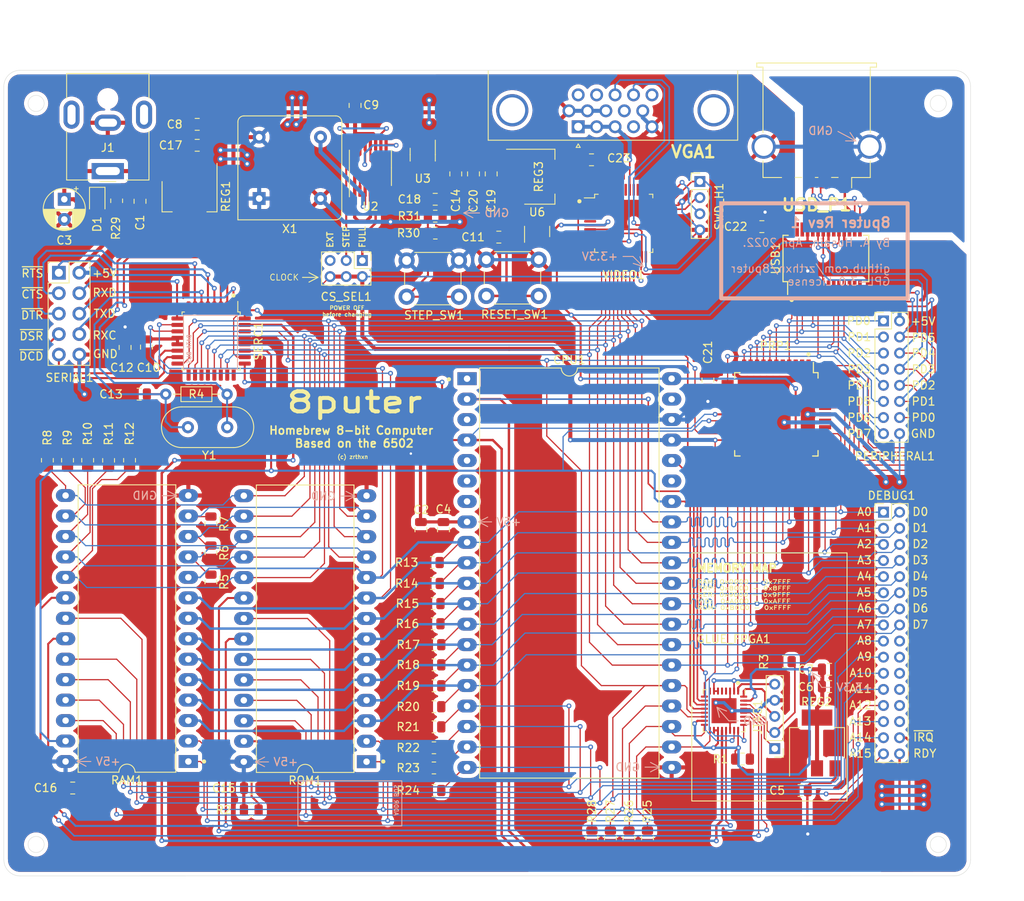
<source format=kicad_pcb>
(kicad_pcb (version 20211014) (generator pcbnew)
  (layers (0 "F.Cu" signal) (31 "B.Cu" signal) (34 "B.Paste" user) (35 "F.Paste" user) (36 "B.SilkS" user "B.Silkscreen") (37 "F.SilkS" user "F.Silkscreen") (38 "B.Mask" user) (39 "F.Mask" user) (44 "Edge.Cuts" user))
  (net 0 "")
  (net 1 "GND")
  (net 2 "CLOCK")
  (net 3 "DATA7")
  (net 4 "DATA6")
  (net 5 "DATA5")
  (net 6 "DATA4")
  (net 7 "DATA3")
  (net 8 "DATA2")
  (net 9 "DATA1")
  (net 10 "DATA0")
  (net 11 "ADDR14")
  (net 12 "ADDR12")
  (net 13 "ADDR7")
  (net 14 "ADDR6")
  (net 15 "ADDR5")
  (net 16 "ADDR4")
  (net 17 "ADDR3")
  (net 18 "ADDR2")
  (net 19 "ADDR1")
  (net 20 "ADDR0")
  (net 21 "ADDR10")
  (net 22 "ADDR11")
  (net 23 "ADDR9")
  (net 24 "ADDR8")
  (net 25 "ADDR13")
  (net 26 "ADDR15")
  (net 27 "CPU_W~{R}")
  (net 28 "Net-(R2-Pad2)")
  (net 30 "+5V")
  (net 31 "+3V0")
  (net 32 "Net-(R30-Pad2)")
  (net 33 "CPU_R~{W}")
  (net 37 "RDY")
  (net 38 "BE")
  (net 42 "~{PRP_CS}")
  (net 44 "/Power/PWR")
  (net 45 "~{NMI}")
  (net 46 "/Clock/CRYSTAL")
  (net 48 "+3V3")
  (net 49 "~{IRQ}")
  (net 52 "~{VID_CS}")
  (net 57 "~{RAM_CS}")
  (net 58 "~{ROM_CS}")
  (net 59 "/TDO")
  (net 60 "/Peripheral Handler/PD0")
  (net 61 "/Peripheral Handler/PD1")
  (net 66 "Net-(D1-Pad1)")
  (net 67 "Net-(C11-Pad1)")
  (net 68 "/Peripheral Handler/PD2")
  (net 69 "/Peripheral Handler/PD3")
  (net 70 "/Peripheral Handler/PD4")
  (net 71 "/Peripheral Handler/PD5")
  (net 72 "/Peripheral Handler/PD6")
  (net 73 "/Peripheral Handler/PD7")
  (net 74 "Net-(GLUE_FPGA1-Pad26)")
  (net 75 "/TMS")
  (net 76 "/TCK")
  (net 77 "/TDI")
  (net 89 "Net-(C18-Pad1)")
  (net 90 "Net-(U2-Pad2)")
  (net 91 "/Clock/OSCC")
  (net 92 "Net-(U2-Pad12)")
  (net 93 "~{RESET}")
  (net 94 "~{SERIAL_CS}")
  (net 107 "/Peripheral Handler/SUSB+")
  (net 108 "/Peripheral Handler/SUSB-")
  (net 113 "/Clock/STEP")
  (net 114 "Net-(R4-Pad1)")
  (net 115 "Net-(C13-Pad1)")
  (net 116 "Net-(SERC1-Pad1)")
  (net 117 "Net-(SERC1-Pad4)")
  (net 118 "Net-(SERC1-Pad5)")
  (net 119 "Net-(SERC1-Pad6)")
  (net 120 "Net-(SERC1-Pad7)")
  (net 121 "Net-(SERC1-Pad9)")
  (net 122 "Net-(SERC1-Pad14)")
  (net 123 "Net-(SERC1-Pad15)")
  (net 124 "/Peripheral Handler/PC5")
  (net 125 "Net-(PRP1-Pad2)")
  (net 126 "Net-(PRP1-Pad3)")
  (net 127 "/Peripheral Handler/PC0")
  (net 128 "/Peripheral Handler/PC1")
  (net 129 "/Peripheral Handler/PC2")
  (net 130 "/Peripheral Handler/PC3")
  (net 131 "/Peripheral Handler/PC4")
  (net 144 "Net-(U2-Pad11)")
  (net 146 "/Video/VSYNC")
  (net 147 "/Video/HSYNC")
  (net 148 "Net-(SWD_H1-Pad2)")
  (net 149 "Net-(SWD_H1-Pad3)")
  (net 150 "/Video/COLOR")
  (net 151 "Net-(USB1-Pad17)")
  (footprint "Capacitor_SMD:C_0805_2012Metric" (layer "F.Cu") (at 119.462219 124.360774)
    (fp_text reference "C15")
    (fp_text value "100nF")
  )
  (footprint "Resistor_SMD:R_0805_2012Metric" (layer "F.Cu") (at 142.2605 55.445 180)
    (fp_text reference "R30")
    (fp_text value "10K")
  )
  (footprint "Resistor_SMD:R_0805_2012Metric" (layer "F.Cu") (at 142.0855 119.345 180)
    (fp_text reference "R22")
    (fp_text value "10K")
  )
  (footprint "Resistor_SMD:R_0805_2012Metric" (layer "F.Cu") (at 185.5855 108.645 180)
    (fp_text reference "R3")
    (fp_text value "4.7K")
  )
  (footprint "Button_Switch_THT:SW_PUSH_6mm_H13mm" (layer "F.Cu") (at 148.592219 58.750774)
    (fp_text reference "RESET_SW1")
    (fp_text value "PUSHBTN")
  )
  (footprint "Package_TO_SOT_SMD:SOT-23-5" (layer "F.Cu") (at 140.698 45.7075 -90)
    (fp_text reference "U3")
    (fp_text value "SN74LVC1G14DBV")
  )
  (footprint "Package_DIP:DIP-28_W15.24mm_LongPads" (layer "F.Cu") (at 133.723005 121.069988 180)
    (fp_text reference "ROM1")
    (fp_text value "AT28C256")
  )
  (footprint "Package_TO_SOT_SMD:SOT-143" (layer "F.Cu") (at 154.898005 55.244988 90)
    (fp_text reference "U6")
    (fp_text value "MAX811MEUS-T")
  )
  (footprint "Capacitor_SMD:C_0805_2012Metric" (layer "F.Cu") (at 103.748 69.645 90)
    (fp_text reference "C12")
    (fp_text value "100nF")
  )
  (footprint "Resistor_SMD:R_0805_2012Metric" (layer "F.Cu") (at 161.698 130.5325 -90)
    (fp_text reference "R28")
    (fp_text value "10K")
  )
  (footprint "Resistor_SMD:R_0805_2012Metric" (layer "F.Cu") (at 141.9855 103.945 180)
    (fp_text reference "R16")
    (fp_text value "10K")
  )
  (footprint "Resistor_SMD:R_0805_2012Metric" (layer "F.Cu") (at 141.8855 96.345 180)
    (fp_text reference "R13")
    (fp_text value "10K")
  )
  (footprint "Package_DIP:DIP-40_W25.4mm_LongPads" (layer "F.Cu") (at 146.198005 73.519988)
    (fp_text reference "CPU1")
    (fp_text value "W65C02SxP")
  )
  (footprint "Resistor_SMD:R_0805_2012Metric" (layer "F.Cu") (at 101.698 83.6575 90)
    (fp_text reference "R11")
    (fp_text value "10K")
  )
  (footprint "Capacitor_SMD:C_0805_2012Metric" (layer "F.Cu") (at 112.698 41.945)
    (fp_text reference "C8")
    (fp_text value "100nF")
  )
  (footprint "Capacitor_SMD:C_0805_2012Metric" (layer "F.Cu") (at 140.472219 92.270774 -90)
    (fp_text reference "C2")
    (fp_text value "1uF")
  )
  (footprint "Connector_PinHeader_2.54mm:PinHeader_2x05_P2.54mm_Vertical" (layer "F.Cu") (at 95.523 60.37)
    (fp_text reference "SERIAL1")
    (fp_text value "Conn_02x05_Odd_Even")
  )
  (footprint "Capacitor_SMD:C_0805_2012Metric" (layer "F.Cu") (at 132.298 39.595 90)
    (fp_text reference "C9")
    (fp_text value "100nF")
  )
  (footprint "Resistor_SMD:R_0805_2012Metric" (layer "F.Cu") (at 142.0855 111.645 180)
    (fp_text reference "R19")
    (fp_text value "10K")
  )
  (footprint "Capacitor_SMD:C_0805_2012Metric" (layer "F.Cu") (at 176.098 73.695 90)
    (fp_text reference "C21")
    (fp_text value "100nF")
  )
  (footprint "Package_TO_SOT_SMD:SOT-223-3_TabPin2" (layer "F.Cu") (at 189.648 118.745 90)
    (fp_text reference "REG2")
    (fp_text value "NCP1117ST33T3G")
  )
  (footprint "Connector_PinHeader_2.00mm:PinHeader_2x08_P2.00mm_Vertical" (layer "F.Cu") (at 197.898 66.345)
    (fp_text reference "PERIPHERAL1")
    (fp_text value "Conn_02x08_Odd_Even")
  )
  (footprint "Capacitor_SMD:C_0805_2012Metric" (layer "F.Cu") (at 149.198 48.095 90)
    (fp_text reference "C19")
    (fp_text value "1uF")
  )
  (footprint "Resistor_THT:R_Axial_DIN0204_L3.6mm_D1.6mm_P7.62mm_Horizontal" (layer "F.Cu") (at 116.408 75.445 180)
    (fp_text reference "R4")
    (fp_text value "1M")
  )
  (footprint "Capacitor_SMD:C_0805_2012Metric" (layer "F.Cu") (at 97.242219 124.340774)
    (fp_text reference "C16")
    (fp_text value "100nF")
  )
  (footprint "Capacitor_SMD:C_0805_2012Metric" (layer "F.Cu") (at 112.698 44.545)
    (fp_text reference "C17")
    (fp_text value "1uF")
  )
  (footprint "Capacitor_THT:CP_Radial_D5.0mm_P2.50mm" (layer "F.Cu") (at 96.198 51.245 -90)
    (fp_text reference "C3")
    (fp_text value "10uF 16V")
  )
  (footprint "Package_QFP:PQFP-44_10x10mm_P0.8mm" (layer "F.Cu") (at 184.598005 77.944988 -90)
    (fp_text reference "PRP1")
    (fp_text value "W65C22SxQ")
  )
  (footprint "Resistor_SMD:R_0805_2012Metric" (layer "F.Cu") (at 119.412219 127.060774)
    (fp_text reference "R2")
    (fp_text value "10K")
  )
  (footprint "LED_SMD:LED_0805_2012Metric" (layer "F.Cu") (at 100.288 51.445 -90)
    (fp_text reference "D1")
    (fp_text value "LED")
  )
  (footprint "Resistor_SMD:R_0805_2012Metric" (layer "F.Cu") (at 142.0855 109.045 180)
    (fp_text reference "R18")
    (fp_text value "10K")
  )
  (footprint "Capacitor_SMD:C_0805_2012Metric" (layer "F.Cu") (at 144.798 48.095 90)
    (fp_text reference "C14")
    (fp_text value "10uF")
  )
  (footprint "Resistor_SMD:R_0805_2012Metric" (layer "F.Cu") (at 114.398 95.145 -90)
    (fp_text reference "R6")
    (fp_text value "10K")
  )
  (footprint "Connector_Dsub:DSUB-15-HD_Female_Horizontal_P2.29x1.98mm_EdgePinOffset3.03mm_Housed_MountingHolesOffset4.94mm" (layer "F.Cu") (at 159.998 42.245331 180)
    (fp_text reference "VGA1")
    (fp_text value "DB15_Female")
  )
  (footprint "Resistor_SMD:R_0805_2012Metric" (layer "F.Cu") (at 141.9855 101.445 180)
    (fp_text reference "R15")
    (fp_text value "10K")
  )
  (footprint "Connector_PinHeader_2.00mm:PinHeader_1x05_P2.00mm_Vertical" (layer "F.Cu") (at 184.398 119.445 180)
    (fp_text reference "JTAG1")
    (fp_text value "PIN_HDR")
  )
  (footprint "Package_DFN_QFN:QFN-32-1EP_5x5mm_P0.5mm_EP3.1x3.1mm" (layer "F.Cu") (at 178.102219 114.740774 -90)
    (fp_text reference "GLUE_FPGA1")
    (fp_text value "LCMXO2-256-QFN32")
  )
  (footprint "Capacitor_SMD:C_0805_2012Metric" (layer "F.Cu") (at 143.272219 92.270774 -90)
    (fp_text reference "C4")
    (fp_text value "10uF")
  )
  (footprint "Connector_PinHeader_2.00mm:PinHeader_2x16_P2.00mm_Vertical" (layer "F.Cu") (at 197.898 90.095)
    (fp_text reference "DEBUG1")
    (fp_text value "Conn_02x16_Odd_Even")
  )
  (footprint "Resistor_SMD:R_0805_2012Metric" (layer "F.Cu") (at 163.998 130.545 -90)
    (fp_text reference "R27")
    (fp_text value "10K")
  )
  (footprint "Resistor_SMD:R_0805_2012Metric" (layer "F.Cu") (at 142.0855 121.845 180)
    (fp_text reference "R23")
    (fp_text value "10K")
  )
  (footprint "Resistor_SMD:R_0805_2012Metric" (layer "F.Cu") (at 142.0855 124.645 180)
    (fp_text reference "R24")
    (fp_text value "10K")
  )
  (footprint "Package_SO:SSOP-28_5.3x10.2mm_P0.65mm" (layer "F.Cu") (at 190.748 58.595 90)
    (fp_text reference "USB1")
    (fp_text value "FT245RL")
  )
  (footprint "Capacitor_SMD:C_0805_2012Metric" (layer "F.Cu") (at 150.142219 55.945 180)
    (fp_text reference "C11")
    (fp_text value "10nF")
  )
  (footprint "Resistor_SMD:R_0805_2012Metric" (layer "F.Cu") (at 142.0855 106.545 180)
    (fp_text reference "R17")
    (fp_text value "10K")
  )
  (footprint "Resistor_SMD:R_0805_2012Metric" (layer "F.Cu") (at 96.598 83.645 90)
    (fp_text reference "R9")
    (fp_text value "10K")
  )
  (footprint "Resistor_SMD:R_0805_2012Metric" (layer "F.Cu") (at 99.098 83.645 90)
    (fp_text reference "R10")
    (fp_text value "10K")
  )
  (footprint "Resistor_SMD:R_0805_2012Metric" (layer "F.Cu") (at 102.698 51.4325 -90)
    (fp_text reference "R29")
    (fp_text value "4K7")
  )
  (footprint "Capacitor_SMD:C_0805_2012Metric" (layer "F.Cu") (at 146.998 48.095 90)
    (fp_text reference "C20")
    (fp_text value "100nF")
  )
  (footprint "Capacitor_SMD:C_0805_2012Metric" (layer "F.Cu") (at 191.202219 111.745)
    (fp_text reference "C6")
    (fp_text value "1uF")
  )
  (footprint "Capacitor_SMD:C_0805_2012Metric" (layer "F.Cu") (at 182.798 54.645 180)
    (fp_text reference "C22")
    (fp_text value "100nF")
  )
  (footprint "Resistor_SMD:R_0805_2012Metric" (layer "F.Cu") (at 168.598 130.545 -90)
    (fp_text reference "R25")
    (fp_text value "10K")
  )
  (footprint "Capacitor_SMD:C_0805_2012Metric" (layer "F.Cu") (at 142.248 51.245 180)
    (fp_text reference "C18")
    (fp_text value "1uF")
  )
  (footprint "Connector_PinHeader_2.00mm:PinHeader_1x04_P2.00mm_Vertical" (layer "F.Cu") (at 175.098 49.045)
    (fp_text reference "SWD_H1")
    (fp_text value "Conn_01x04")
  )
  (footprint "Package_TO_SOT_SMD:SOT-223-3_TabPin2" (layer "F.Cu") (at 155.198 48.445)
    (fp_text reference "REG3")
    (fp_text value "NCP1117ST33T3G")
  )
  (footprint "Package_DIP:DIP-28_W15.24mm_LongPads" (layer "F.Cu") (at 111.598005 121.044988 180)
    (fp_text reference "RAM1")
    (fp_text value "AS6C62256-55PCN")
  )
  (footprint "Package_QFP:LQFP-48_7x7mm_P0.5mm" (layer "F.Cu") (at 165.648 54.2325)
    (fp_text reference "VIDEO1")
    (fp_text value "STM32F301C6Tx")
  )
  (footprint "Capacitor_SMD:C_0805_2012Metric" (layer "F.Cu") (at 105.498 75.445 180)
    (fp_text reference "C13")
    (fp_text value "30pF")
  )
  (footprint "Connector_BarrelJack:BarrelJack_CUI_PJ-063AH_Horizontal" (layer "F.Cu") (at 101.598 47.745 180)
    (fp_text reference "J1")
    (fp_text value "PWR-DC")
  )
  (footprint "Button_Switch_THT:SW_PUSH_6mm_H13mm" (layer "F.Cu") (at 145.198 63.345 180)
    (fp_text reference "STEP_SW1")
    (fp_text value "PUSHBTN")
  )
  (footprint "Package_TO_SOT_SMD:SOT-223-3_TabPin2" (layer "F.Cu") (at 111.748 50.895 -90)
    (fp_text reference "REG1")
    (fp_text value "NCP1117ST50T3G")
  )
  (footprint "Resistor_SMD:R_0805_2012Metric" (layer "F.Cu") (at 166.298 130.545 -90)
    (fp_text reference "R26")
    (fp_text value "10K")
  )
  (footprint "Capacitor_SMD:C_0805_2012Metric" (layer "F.Cu") (at 191.202219 109.600774)
    (fp_text reference "C7")
    (fp_text value "100nF")
  )
  (footprint "Resistor_SMD:R_0805_2012Metric" (layer "F.Cu") (at 142.0855 114.245 180)
    (fp_text reference "R20")
    (fp_text value "10K")
  )
  (footprint "Resistor_SMD:R_0805_2012Metric" (layer "F.Cu") (at 141.898 98.945 180)
    (fp_text reference "R14")
    (fp_text value "10K")
  )
  (footprint "Connector_PinHeader_2.00mm:PinHeader_2x03_P2.00mm_Vertical" (layer "F.Cu") (at 133.198 58.845 -90)
    (fp_text reference "CS_SEL1")
    (fp_text value "Conn_02x03_Odd_Even")
  )
  (footprint "Resistor_SMD:R_0805_2012Metric" (layer "F.Cu") (at 180.398 120.745 180)
    (fp_text reference "R1")
    (fp_text value "1K")
  )
  (footprint "Resistor_SMD:R_0805_2012Metric" (layer "F.Cu") (at 94.098 83.645 90)
    (fp_text reference "R8")
    (fp_text value "10K")
  )
  (footprint "Package_SO:TSSOP-14_4.4x5mm_P0.65mm" (layer "F.Cu") (at 134.198 47.345 90)
    (fp_text reference "U2")
    (fp_text value "74AHC74")
  )
  (footprint "Resistor_SMD:R_0805_2012Metric" (layer "F.Cu") (at 142.0855 116.745 180)
    (fp_text reference "R21")
    (fp_text value "10K")
  )
  (footprint "Resistor_SMD:R_0805_2012Metric" (layer "F.Cu") (at 114.398 98.7575 -90)
    (fp_text reference "R5")
    (fp_text value "10K")
  )
  (footprint "Resistor_SMD:R_0805_2012Metric" (layer "F.Cu") (at 142.248 53.345)
    (fp_text reference "R31")
    (fp_text value "47K")
  )
  (footprint "Capacitor_SMD:C_0805_2012Metric" (layer "F.Cu") (at 106.398 69.595 90)
    (fp_text reference "C10")
    (fp_text value "100nF")
  )
  (footprint "Capacitor_SMD:C_0805_2012Metric" (layer "F.Cu") (at 161.648 46.345)
    (fp_text reference "C23")
    (fp_text value "100nF")
  )
  (footprint "Connector_USB:USB_A_TE_292303-7_Horizontal" (layer "F.Cu") (at 189.598 42.015 180)
    (fp_text reference "USB_P1")
    (fp_text value "USB_A")
  )
  (footprint "Package_QFP:LQFP-32_7x7mm_P0.8mm" (layer "F.Cu") (at 114.428005 68.844988 -90)
    (fp_text reference "SERC1")
    (fp_text value "W65C51NxQ")
  )
  (footprint "Capacitor_SMD:C_0805_2012Metric" (layer "F.Cu") (at 105.598 51.495 -90)
    (fp_text reference "C1")
    (fp_text value "10uF")
  )
  (footprint "Resistor_SMD:R_0805_2012Metric" (layer "F.Cu") (at 114.398 91.545 -90)
    (fp_text reference "R7")
    (fp_text value "10K")
  )
  (footprint "Resistor_SMD:R_0805_2012Metric" (layer "F.Cu") (at 104.298 83.645 90)
    (fp_text reference "R12")
    (fp_text value "10K")
  )
  (footprint "Crystal:Crystal_HC49-4H_Vertical" (layer "F.Cu") (at 111.548 79.545)
    (fp_text reference "Y1")
    (fp_text value "1.8432MHz")
  )
  (footprint "Capacitor_SMD:C_0805_2012Metric" (layer "F.Cu") (at 187.548 124.645 180)
    (fp_text reference "C5")
    (fp_text value "10uF")
  )
  (footprint "Oscillator:Oscillator_DIP-8" (layer "F.Cu") (at 120.388 51.155)
    (fp_text reference "X1")
    (fp_text value "ECS-2200BX-100")
  )
  (gr_rect (start 125.198 123.445) (end 138.098 129.045) (layer "B.SilkS") (width 0.12) (fill none))
  (gr_rect (start 110.998 65.645) (end 117.698 72.345) (layer "B.SilkS") (width 0.12) (fill none))
  (gr_rect (start 200.898 63.545) (end 177.748 51.745) (layer "B.SilkS") (width 0.5) (fill none))
  (gr_circle (center 188.598 70.495) (end 188.798 70.495) (layer "F.SilkS") (width 0.12) (fill solid))
  (gr_circle (center 117.198 63.195) (end 117.398 63.195) (layer "F.SilkS") (width 0.12) (fill solid))
  (gr_circle (center 135.798 121.045) (end 135.998 121.045) (layer "F.SilkS") (width 0.12) (fill solid))
  (gr_circle (center 143.948 73.595) (end 144.148 73.595) (layer "F.SilkS") (width 0.12) (fill solid))
  (gr_rect (start 174.098 95.145) (end 193.373 125.945) (layer "F.SilkS") (width 0.12) (fill none))
  (gr_circle (center 179.848 111.295) (end 180.048 111.295) (layer "F.SilkS") (width 0.12) (fill solid))
  (gr_circle (center 113.548 121.045) (end 113.748 121.045) (layer "F.SilkS") (width 0.12) (fill solid))
  (gr_circle (center 186.498 63.745) (end 186.698 63.745) (layer "F.SilkS") (width 0.12) (fill solid))
  (gr_circle (center 160.148 51.495) (end 160.348 51.495) (layer "F.SilkS") (width 0.12) (fill solid))
  (gr_line (start 90.692219 35.239202) (end 206.708005 35.234988) (layer "Edge.Cuts") (width 0.05))
  (gr_arc locked (start 88.692219 37.239202) (mid 89.277996 35.82497) (end 90.692219 35.239202) (layer "Edge.Cuts") (width 0.05))
  (gr_line locked (start 88.692219 37.245) (end 88.692219 133.255) (layer "Edge.Cuts") (width 0.05))
  (gr_arc locked (start 90.698005 135.250774) (mid 89.2838 134.664983) (end 88.698005 133.250774) (layer "Edge.Cuts") (width 0.05))
  (gr_arc locked (start 206.708005 35.234988) (mid 208.122223 35.82077) (end 208.708005 37.234988) (layer "Edge.Cuts") (width 0.05))
  (gr_line locked (start 208.708005 133.244988) (end 208.708005 37.234988) (layer "Edge.Cuts") (width 0.05))
  (gr_line (start 206.693791 135.244988) (end 90.698005 135.250774) (layer "Edge.Cuts") (width 0.05))
  (gr_circle (center 92.698 39.345) (end 93.698 39.345) (layer "Edge.Cuts") (width 0.05) (fill none))
  (gr_circle (center 204.698 131.345) (end 205.698 131.345) (layer "Edge.Cuts") (width 0.05) (fill none))
  (gr_circle (center 204.698 39.345) (end 205.698 39.345) (layer "Edge.Cuts") (width 0.05) (fill none))
  (gr_arc locked (start 208.708005 133.244988) (mid 208.113055 134.66008) (end 206.693791 135.244988) (layer "Edge.Cuts") (width 0.05))
  (gr_circle (center 92.698 131.345) (end 93.698 131.345) (layer "Edge.Cuts") (width 0.05) (fill none))
  (gr_text "ADDR BUS" (at 137.398 125.845 270) (layer "B.SilkS") (effects (font (size 0.5 0.5) (thickness 0.1)) (justify mirror)))
  (gr_text "DATA BUS" (at 111.698 69.845 90) (layer "B.SilkS") (effects (font (size 0.5 0.5) (thickness 0.1)) (justify mirror)))
  (gr_text "By A. Husain. Apr 2022.\n\ngithub.com/zrthxn/8puter\nGPL-3.0 License" (at 198.823 59.045) (layer "B.SilkS") (effects (font (size 1 1) (thickness 0.125)) (justify left mirror)))
  (gr_text "8puter Rev 1" (at 198.923 54.145) (layer "B.SilkS") (effects (font (size 1.25 1.25) (thickness 0.25)) (justify left mirror)))
  (gr_text "A8" (at 196.548 106.02) (layer "F.SilkS") (effects (font (size 1 1)) (justify right)))
  (gr_text "PD1" (at 201.298 76.345) (layer "F.SilkS") (effects (font (size 1 1)) (justify left)))
  (gr_text "FULL" (at 133.198 57.345 90) (layer "F.SilkS") (effects (font (size 0.75 0.75)) (justify left)))
  (gr_text "PD4" (at 201.298 70.345) (layer "F.SilkS") (effects (font (size 1 1)) (justify left)))
  (gr_text "GND" (at 201.198 80.345) (layer "F.SilkS") (effects (font (size 1 1)) (justify left)))
  (gr_text "D2" (at 201.398 94.045) (layer "F.SilkS") (effects (font (size 1 1)) (justify left)))
  (gr_text "A11" (at 196.523 112.02) (layer "F.SilkS") (effects (font (size 1 1)) (justify right)))
  (gr_text "STEP" (at 131.198 57.345 90) (layer "F.SilkS") (effects (font (size 0.75 0.75)) (justify left)))
  (gr_text "A14" (at 196.523 118.045) (layer "F.SilkS") (effects (font (size 1 1)) (justify right)))
  (gr_text "A10" (at 196.548 110.045) (layer "F.SilkS") (effects (font (size 1 1)) (justify right)))
  (gr_text "POWER OFF\nbefore changing" (at 131.298 65.145) (layer "F.SilkS") (effects (font (size 0.5 0.5) (thickness 0.1))))
  (gr_text "~{DSR}" (at 93.698 68.245) (layer "F.SilkS") (effects (font (size 1 1)) (justify right)))
  (gr_text "~{DCD}" (at 93.698 70.745) (layer "F.SilkS") (effects (font (size 1 1)) (justify right)))
  (gr_text "RAM: 0x0000 - 0x7FFF\nPRP: 0x8000 - 0x8FFF\nSER: 0x9000 - 0x9FFF\nVID:  0xA000 - 0xAFFF\nROM: 0xB000 - 0xFFFF" (at 180.598 100.345) (layer "F.SilkS") (effects (font (size 0.5 0.65) (thickness 0.1))))
  (gr_text "A12" (at 196.523 114.045) (layer "F.SilkS") (effects (font (size 1 1)) (justify right)))
  (gr_text "D1" (at 201.398 92.045) (layer "F.SilkS") (effects (font (size 1 1)) (justify left)))
  (gr_text "~{DTR}" (at 93.698 65.645) (layer "F.SilkS") (effects (font (size 1 1)) (justify right)))
  (gr_text "D0" (at 201.398 90.045) (layer "F.SilkS") (effects (font (size 1 1)) (justify left)))
  (gr_text "A2" (at 196.548 94.045) (layer "F.SilkS") (effects (font (size 1 1)) (justify right)))
  (gr_text "+5V" (at 201.198 66.395) (layer "F.SilkS") (effects (font (size 1 1)) (justify left)))
  (gr_text "MEMORY MAP" (at 179.698 97.045) (layer "F.SilkS") (effects (font (size 1 1) (thickness 0.25))))
  (gr_text "GND" (at 101.298 70.445) (layer "F.SilkS") (effects (font (size 1 1))))
  (gr_text "8puter" (at 132.218 76.445) (layer "F.SilkS") (effects (font (size 2.5 3.5) (thickness 0.5))))
  (gr_text "RDY" (at 201.498 120.045) (layer "F.SilkS") (effects (font (size 1 1)) (justify left)))
  (gr_text "RXC" (at 101.198 68.145) (layer "F.SilkS") (effects (font (size 1 1))))
  (gr_text "D3" (at 201.398 96.045) (layer "F.SilkS") (effects (font (size 1 1)) (justify left)))
  (gr_text "A3" (at 196.548 96.045) (layer "F.SilkS") (effects (font (size 1 1)) (justify right)))
  (gr_text "PD7" (at 194.898 80.345) (layer "F.SilkS") (effects (font (size 1 1))))
  (gr_text "TXD" (at 101.198 65.445) (layer "F.SilkS") (effects (font (size 1 1))))
  (gr_text "PD6" (at 194.898 78.345) (layer "F.SilkS") (effects (font (size 1 1))))
  (gr_text "PD2" (at 194.898 70.345) (layer "F.SilkS") (effects (font (size 1 1))))
  (gr_text "PD3" (at 201.298 72.345) (layer "F.SilkS") (effects (font (size 1 1)) (justify left)))
  (gr_text "A1" (at 196.548 92.045) (layer "F.SilkS") (effects (font (size 1 1)) (justify right)))
  (gr_text "~{CTS}" (at 93.698 63.045) (layer "F.SilkS") (effects (font (size 1 1)) (justify right)))
  (gr_text "+5V" (at 101.198 60.445) (layer "F.SilkS") (effects (font (size 1 1))))
  (gr_text "A9" (at 196.548 108.02) (layer "F.SilkS") (effects (font (size 1 1)) (justify right)))
  (gr_text "RXD" (at 101.198 62.845) (layer "F.SilkS") (effects (font (size 1 1))))
  (gr_text "A5" (at 196.498 100.045) (layer "F.SilkS") (effects (font (size 1 1)) (justify right)))
  (gr_text "A4" (at 196.548 98.045) (layer "F.SilkS") (effects (font (size 1 1)) (justify right)))
  (gr_text "A0" (at 196.548 90.045) (layer "F.SilkS") (effects (font (size 1 1)) (justify right)))
  (gr_text "(c) zrthxn" (at 132.018 83.225) (layer "F.SilkS") (effects (font (size 0.5 0.5) (thickness 0.1))))
  (gr_text "A6" (at 196.548 102.02) (layer "F.SilkS") (effects (font (size 1 1)) (justify right)))
  (gr_text "~{IRQ}" (at 201.498 118.045) (layer "F.SilkS") (effects (font (size 1 1)) (justify left)))
  (gr_text "A13" (at 196.498 116.045) (layer "F.SilkS") (effects (font (size 1 1)) (justify right)))
  (gr_text "PD5" (at 194.898 76.345) (layer "F.SilkS") (effects (font (size 1 1))))
  (gr_text "EXT" (at 129.198 57.345 90) (layer "F.SilkS") (effects (font (size 0.75 0.75)) (justify left)))
  (gr_text "A15" (at 196.523 120.045) (layer "F.SilkS") (effects (font (size 1 1)) (justify right)))
  (gr_text "PD5" (at 201.298 68.445) (layer "F.SilkS") (effects (font (size 1 1)) (justify left)))
  (gr_text "PD0" (at 196.398 66.345) (layer "F.SilkS") (effects (font (size 1 1)) (justify right)))
  (gr_text "D5" (at 201.348 100.045) (layer "F.SilkS") (effects (font (size 1 1)) (justify left)))
  (gr_text "PD1" (at 194.898 68.345) (layer "F.SilkS") (effects (font (size 1 1))))
  (gr_text "D7" (at 201.398 104.045) (layer "F.SilkS") (effects (font (size 1 1)) (justify left)))
  (gr_text "PD2" (at 201.298 74.345) (layer "F.SilkS") (effects (font (size 1 1)) (justify left)))
  (gr_text "PD4" (at 194.898 74.345) (layer "F.SilkS") (effects (font (size 1 1))))
  (gr_text "Homebrew 8-bit Computer \nBased on the 6502" (at 132.198 80.745) (layer "F.SilkS") (effects (font (size 1 1) (thickness 0.2))))
  (gr_text "D6" (at 201.398 102.02) (layer "F.SilkS") (effects (font (size 1 1)) (justify left)))
  (gr_text "A7" (at 196.548 104.045) (layer "F.SilkS") (effects (font (size 1 1)) (justify right)))
  (gr_text "~{RTS}" (at 93.698 60.445) (layer "F.SilkS") (effects (font (size 1 1)) (justify right)))
  (gr_text "D4" (at 201.398 98.045) (layer "F.SilkS") (effects (font (size 1 1)) (justify left)))
  (gr_text "PD0" (at 201.298 78.345) (layer "F.SilkS") (effects (font (size 1 1)) (justify left)))
  (gr_text "PD3" (at 194.898 72.345) (layer "F.SilkS") (effects (font (size 1 1))))
  (dimension (type leader) (layer "B.SilkS") (pts (xy 147.138 91.295) (xy 148.348 91.295)) (gr_text "+5V" (at 151.398 91.295) (layer "B.SilkS") (effects (font (size 1 1) (thickness 0.15)) (justify mirror))) (format (units 0) (units_format 0) (precision 4) (override_value "+5V")) (style (thickness 0.12) (arrow_length 1.27) (text_position_mode 0) (text_frame 0) (extension_offset 0.5)))
  (dimension (type leader) (layer "B.SilkS") (pts (xy 119.438 121.095) (xy 120.648 121.095)) (gr_text "+5V" (at 123.698 121.095) (layer "B.SilkS") (effects (font (size 1 1) (thickness 0.15)) (justify mirror))) (format (units 0) (units_format 0) (precision 4) (override_value "+5V")) (style (thickness 0.12) (arrow_length 1.27) (text_position_mode 0) (text_frame 0) (extension_offset 0.5)))
  (dimension (type leader) (layer "B.SilkS") (pts (xy 132.798 88.095) (xy 125.298 88.095)) (gr_text "GND" (at 128.348 88.095) (layer "B.SilkS") (effects (font (size 1 1) (thickness 0.15)) (justify mirror))) (format (units 0) (units_format 0) (precision 4) (override_value "GND")) (style (thickness 0.12) (arrow_length 1.27) (text_position_mode 0) (text_frame 0) (extension_offset 0.5)))
  (dimension (type leader) (layer "B.SilkS") (pts (xy 170.598 121.745) (xy 163.098 121.745)) (gr_text "GND" (at 166.148 121.745) (layer "B.SilkS") (effects (font (size 1 1) (thickness 0.15)) (justify mirror))) (format (units 0) (units_format 0) (precision 4) (override_value "GND")) (style (thickness 0.12) (arrow_length 1.27) (text_position_mode 0) (text_frame 0) (extension_offset 0.5)))
  (dimension (type leader) (layer "B.SilkS") (pts (xy 110.648 88.045) (xy 103.148 88.045)) (gr_text "GND" (at 106.198 88.045) (layer "B.SilkS") (effects (font (size 1 1) (thickness 0.15)) (justify mirror))) (format (units 0) (units_format 0) (precision 4) (override_value "GND")) (style (thickness 0.12) (arrow_length 1.27) (text_position_mode 0) (text_frame 0) (extension_offset 0.5)))
  (dimension (type leader) (layer "B.SilkS") (pts (xy 168.398 59.945) (xy 166.798 58.345)) (gr_text "+3.3V" (at 162.698 58.345) (layer "B.SilkS") (effects (font (size 1 1) (thickness 0.15)) (justify mirror))) (format (units 0) (units_format 0) (precision 4) (override_value "+3.3V")) (style (thickness 0.12) (arrow_length 1.27) (text_position_mode 0) (text_frame 0) (extension_offset 0.5)))
  (dimension (type leader) (layer "B.SilkS") (pts (xy 194.898 44.245) (xy 192.098 42.745)) (gr_text "GND" (at 190.098 42.745) (layer "B.SilkS") (effects (font (size 1 1) (thickness 0.15)) (justify mirror))) (format (units 0) (units_format 0) (precision 4) (override_value "GND")) (style (thickness 0.12) (arrow_length 1.27) (text_position_mode 0) (text_frame 0) (extension_offset 0.5)))
  (dimension (type leader) (layer "B.SilkS") (pts (xy 176.898 113.945) (xy 178.698 115.995)) (gr_text "GND" (at 181.998 115.995) (layer "B.SilkS") (effects (font (size 1 1) (thickness 0.15)) (justify mirror))) (format (units 0) (units_format 0) (precision 4) (override_value "GND")) (style (thickness 0.12) (arrow_length 1.27) (text_position_mode 0) (text_frame 0) (extension_offset 0.5)))
  (dimension (type leader) (layer "B.SilkS") (pts (xy 145.298 52.945) (xy 148.998 52.945)) (gr_text "GND" (at 149.898 52.945) (layer "B.SilkS") (effects (font (size 1 1) (thickness 0.15)) (justify mirror))) (format (units 0) (units_format 0) (precision 4) (override_value "GND")) (style (thickness 0.12) (arrow_length 1.27) (text_position_mode 0) (text_frame 0) (extension_offset 0.5)))
  (dimension (type leader) (layer "B.SilkS") (pts (xy 188.748 109.595) (xy 190.248 111.845)) (gr_text "+3.3V" (at 194.298 111.845) (layer "B.SilkS") (effects (font (size 1 1) (thickness 0.15)) (justify mirror))) (format (units 0) (units_format 0) (precision 4) (override_value "+3.3V")) (style (thickness 0.12) (arrow_length 1.27) (text_position_mode 0) (text_frame 0) (extension_offset 0.5)))
  (dimension (type leader) (layer "B.SilkS") (pts (xy 97.288 121.015) (xy 98.508 121.045)) (gr_text "+5V" (at 101.648 121.045) (layer "B.SilkS") (effects (font (size 1 1) (thickness 0.15)) (justify mirror))) (format (units 0) (units_format 0) (precision 4) (override_value "+5V")) (style (thickness 0.12) (arrow_length 1.27) (text_position_mode 0) (text_frame 0) (extension_offset 0.5)))
  (dimension (type leader) (layer "F.SilkS") (pts (xy 128.198 60.945) (xy 125.198 60.945)) (gr_text "CLOCK" (at 123.498 60.945) (layer "F.SilkS") (effects (font (size 0.75 0.75) (thickness 0.1)))) (format (units 0) (units_format 0) (precision 4) (override_value "CLOCK")) (style (thickness 0.12) (arrow_length 1.27) (text_position_mode 0) (text_frame 0) (extension_offset 0.5)))
  (segment (start 164.2355 51.9825) (end 169.8105 51.9825) (width 0.2) (layer "F.Cu") (net 1))
  (segment (start 191.073 54.995) (end 191.073 57.62) (width 0.3) (layer "F.Cu") (net 1))
  (segment (start 167.898 58.395) (end 167.898 59.597162) (width 0.2) (layer "F.Cu") (net 1))
  (segment (start 167.798489 60.193327) (end 168.150162 60.545) (width 0.2) (layer "F.Cu") (net 1))
  (segment (start 132.298 38.645) (end 125.498 38.645) (width 0.4) (layer "F.Cu") (net 1))
  (segment (start 188.473 58.52) (end 189.198 59.245) (width 0.3) (layer "F.Cu") (net 1))
  (segment (start 184.673 109.02) (end 186.198 110.545) (width 0.2) (layer "F.Cu") (net 1))
  (segment (start 191.598 58.145) (end 191.598 59.245) (width 0.3) (layer "F.Cu") (net 1))
  (segment (start 167.898 58.395) (end 167.898 55.245) (width 0.2) (layer "F.Cu") (net 1))
  (segment (start 98.063 70.53) (end 103.683 70.53) (width 0.4) (layer "F.Cu") (net 1))
  (segment (start 168.150162 60.545) (end 169.598 60.545) (width 0.2) (layer "F.Cu") (net 1))
  (segment (start 190.423 59.245) (end 190.423 62.195) (width 0.3) (layer "F.Cu") (net 1))
  (segment (start 191.073 57.62) (end 191.598 58.145) (width 0.3) (layer "F.Cu") (net 1))
  (segment (start 192.598 59.245) (end 191.598 59.245) (width 0.3) (layer "F.Cu") (net 1))
  (segment (start 139.748 44.57) (end 139.748 43.495) (width 0.4) (layer "F.Cu") (net 1))
  (segment (start 167.6355 54.9825) (end 161.4855 54.9825) (width 0.2) (layer "F.Cu") (net 1))
  (segment (start 188.498012 77.944988) (end 190.648005 77.944988) (width 0.2) (layer "F.Cu") (net 1))
  (segment (start 139.748 43.495) (end 141.498 41.745) (width 0.4) (layer "F.Cu") (net 1))
  (segment (start 193.023 54.995) (end 193.023 58.82) (width 0.3) (layer "F.Cu") (net 1))
  (segment (start 163.398 51.145) (end 164.2355 51.9825) (width 0.2) (layer "F.Cu") (net 1))
  (segment (start 184.673 108.645) (end 184.673 109.02) (width 0.2) (layer "F.Cu") (net 1))
  (segment (start 188.498 77.945) (end 188.498012 77.944988) (width 0.2) (layer "F.Cu") (net 1))
  (segment (start 169.8105 51.9825) (end 172.4605 51.9825) (width 0.2) (layer "F.Cu") (net 1))
  (segment (start 169.598 60.545) (end 175.098 55.045) (width 0.2) (layer "F.Cu") (net 1))
  (segment (start 163.398 50.07) (end 163.398 51.145) (width 0.2) (layer "F.Cu") (net 1))
  (segment (start 98.698 75.445) (end 104.548 75.445) (width 0.4) (layer "F.Cu") (net 1))
  (segment (start 193.023 58.82) (end 192.598 59.245) (width 0.3) (layer "F.Cu") (net 1))
  (segment (start 178.848005 117.182488) (end 178.848005 115.494988) (width 0.2) (layer "F.Cu") (net 1))
  (segment (start 172.4605 51.9825) (end 172.898 51.545) (width 0.2) (layer "F.Cu") (net 1))
  (segment (start 102.798 52.245) (end 102.698 52.345) (width 0.5) (layer "F.Cu") (net 1))
  (segment (start 186.198 112.645) (end 185.398 113.445) (width 0.2) (layer "F.Cu") (net 1))
  (segment (start 188.473 54.995) (end 188.473 58.52) (width 0.3) (layer "F.Cu") (net 1))
  (segment (start 167.898 59.597162) (end 167.798489 59.696673) (width 0.2) (layer "F.Cu") (net 1))
  (segment (start 106.398 70.545) (end 103.798 70.545) (width 0.4) (layer "F.Cu") (net 1))
  (segment (start 103.798 70.545) (end 103.748 70.595) (width 0.4) (layer "F.Cu") (net 1))
  (segment (start 186.198 110.545) (end 186.198 112.645) (width 0.2) (layer "F.Cu") (net 1))
  (segment (start 178.848005 112.307488) (end 178.848005 113.994988) (width 0.2) (layer "F.Cu") (net 1))
  (segment (start 167.898 55.245) (end 167.6355 54.9825) (width 0.2) (layer "F.Cu") (net 1))
  (segment (start 191.598 59.245) (end 189.198 59.245) (width 0.3) (layer "F.Cu") (net 1))
  (segment (start 167.798489 59.696673) (end 167.798489 60.193327) (width 0.2) (layer "F.Cu") (net 1))
  (segment (start 103.683 70.53) (end 103.748 70.595) (width 0.4) (layer "F.Cu") (net 1))
  (segment (start 185.398 113.445) (end 184.398 113.445) (width 0.2) (layer "F.Cu") (net 1))
  (via (at 202.898 126.345) (size 0.8) (drill 0.4) (layers "F.Cu" "B.Cu") (net 1))
  (via (at 202.898 124.145) (size 0.8) (drill 0.4) (layers "F.Cu" "B.Cu") (net 1))
  (via (at 118.898 45.745) (size 0.8) (drill 0.4) (layers "F.Cu" "B.Cu") (net 1))
  (via (at 197.698 124.145) (size 0.8) (drill 0.4) (layers "F.Cu" "B.Cu") (net 1))
  (via (at 197.698 125.245) (size 0.8) (drill 0.4) (layers "F.Cu" "B.Cu") (net 1))
  (via (at 115.598 45.145) (size 0.8) (drill 0.4) (layers "F.Cu" "B.Cu") (net 1))
  (via (at 198.198 86.345) (size 0.8) (drill 0.4) (layers "F.Cu" "B.Cu") (net 1))
  (via (at 177.098 113.745) (size 0.6) (drill 0.3) (layers "F.Cu" "B.Cu") (net 1))
  (via (at 145.298 54.045) (size 0.8) (drill 0.4) (layers "F.Cu" "B.Cu") (net 1))
  (via (at 141.498 41.745) (size 0.8) (drill 0.4) (layers "F.Cu" "B.Cu") (net 1))
  (via (at 118.898 46.845) (size 0.8) (drill 0.4) (layers "F.Cu" "B.Cu") (net 1))
  (via (at 179.098 114.745) (size 0.6) (drill 0.3) (layers "F.Cu" "B.Cu") (net 1))
  (via (at 202.898 125.245) (size 0.8) (drill 0.4) (layers "F.Cu" "B.Cu") (net 1))
  (via (at 123.898 41.945) (size 0.8) (drill 0.4) (layers "F.Cu" "B.Cu") (net 1))
  (via (at 197.698 126.345) (size 0.8) (drill 0.4) (layers "F.Cu" "B.Cu") (net 1))
  (via (at 199.898 86.345) (size 0.8) (drill 0.4) (layers "F.Cu" "B.Cu") (net 1))
  (via (at 115.598 46.245) (size 0.8) (drill 0.4) (layers "F.Cu" "B.Cu") (net 1))
  (via (at 125.598 38.645) (size 0.8) (drill 0.4) (layers "F.Cu" "B.Cu") (net 1))
  (via (at 141.498 38.945) (size 0.8) (drill 0.4) (layers "F.Cu" "B.Cu") (net 1))
  (via (at 124.498 38.645) (size 0.8) (drill 0.4) (layers "F.Cu" "B.Cu") (net 1))
  (via (at 185.598 78.945) (size 0.8) (drill 0.4) (layers "F.Cu" "B.Cu") (net 1))
  (via (at 188.498 77.945) (size 0.8) (drill 0.4) (layers "F.Cu" "B.Cu") (net 1))
  (via (at 172.898 51.545) (size 0.8) (drill 0.4) (layers "F.Cu" "B.Cu") (net 1))
  (via (at 98.698 75.445) (size 0.8) (drill 0.4) (layers "F.Cu" "B.Cu") (net 1))
  (via (at 136.698 54.045) (size 0.8) (drill 0.4) (layers "F.Cu" "B.Cu") (net 1))
  (via (at 124.998 41.945) (size 0.8) (drill 0.4) (layers "F.Cu" "B.Cu") (net 1))
  (segment (start 98.063 70.53) (end 98.063 74.81) (width 0.4) (layer "B.Cu") (net 1))
  (segment (start 136.698 54.045) (end 145.298 54.045) (width 0.5) (layer "B.Cu") (net 1))
  (segment (start 115.598 45.145) (end 118.298 45.145) (width 0.4) (layer "B.Cu") (net 1))
  (segment (start 125.598 41.345) (end 124.998 41.945) (width 0.4) (layer "B.Cu") (net 1))
  (segment (start 202.898 126.345) (end 197.698 126.345) (width 0.4) (layer "B.Cu") (net 1))
  (segment (start 118.298 46.245) (end 118.898 46.845) (width 0.4) (layer "B.Cu") (net 1))
  (segment (start 199.898 80.345) (end 199.898 86.145) (width 0.2) (layer "B.Cu") (net 1))
  (segment (start 98.063 74.81) (end 98.698 75.445) (width 0.4) (layer "B.Cu") (net 1))
  (segment (start 202.898 124.145) (end 197.698 124.145) (width 0.4) (layer "B.Cu") (net 1))
  (segment (start 183.028 44.715) (end 196.168 44.715) (width 0.5) (layer "B.Cu") (net 1))
  (segment (start 179.098 114.745) (end 182.298 114.745) (width 0.4) (layer "B.Cu") (net 1))
  (segment (start 178.098 113.745) (end 177.098 113.745) (width 0.4) (layer "B.Cu") (net 1))
  (segment (start 172.898 52.845) (end 175.098 55.045) (width 0.2) (layer "B.Cu") (net 1))
  (segment (start 118.298 45.145) (end 118.898 45.745) (width 0.4) (layer "B.Cu") (net 1))
  (segment (start 202.898 125.245) (end 197.698 125.245) (width 0.4) (layer "B.Cu") (net 1))
  (segment (start 168.013 41.100331) (end 169.158 42.245331) (width 0.5) (layer "B.Cu") (net 1))
  (segment (start 179.098 114.745) (end 178.098 113.745) (width 0.4) (layer "B.Cu") (net 1))
  (segment (start 185.598 78.945) (end 191.298 78.945) (width 0.5) (layer "B.Cu") (net 1))
  (segment (start 182.298 114.745) (end 183.598 113.445) (width 0.4) (layer "B.Cu") (net 1))
  (segment (start 172.898 51.545) (end 172.898 52.845) (width 0.2) (layer "B.Cu") (net 1))
  (segment (start 125.598 38.645) (end 125.598 41.345) (width 0.4) (layer "B.Cu") (net 1))
  (segment (start 130.898 54.045) (end 136.698 54.045) (width 0.5) (layer "B.Cu") (net 1))
  (segment (start 191.898 77.945) (end 188.498 77.945) (width 0.5) (layer "B.Cu") (net 1))
  (segment (start 191.298 78.945) (end 198.198 85.845) (width 0.5) (layer "B.Cu") (net 1))
  (segment (start 128.008 51.155) (end 130.898 54.045) (width 0.5) (layer "B.Cu") (net 1))
  (segment (start 158.853 40.265331) (end 163.433 40.265331) (width 0.5) (layer "B.Cu") (net 1))
  (segment (start 148.592219 58.750774) (end 155.092219 58.750774) (width 0.4) (layer "B.Cu") (net 1))
  (segment (start 141.498 41.745) (end 141.498 38.945) (width 0.4) (layer "B.Cu") (net 1))
  (segment (start 124.498 38.645) (end 124.498 41.345) (width 0.4) (layer "B.Cu") (net 1))
  (segment (start 199.798 86.245) (end 199.798 85.845) (width 0.5) (layer "B.Cu") (net 1))
  (segment (start 199.798 86.245) (end 199.898 86.345) (width 0.2) (layer "B.Cu") (net 1))
  (segment (start 124.498 41.345) (end 123.898 41.945) (width 0.4) (layer "B.Cu") (net 1))
  (segment (start 199.798 85.845) (end 191.898 77.945) (width 0.5) (layer "B.Cu") (net 1))
  (segment (start 183.598 113.445) (end 184.398 113.445) (width 0.4) (layer "B.Cu") (net 1))
  (segment (start 199.898 86.145) (end 199.798 86.245) (width 0.2) (layer "B.Cu") (net 1))
  (segment (start 168.013 40.265331) (end 168.013 41.100331) (width 0.5) (layer "B.Cu") (net 1))
  (segment (start 198.198 85.845) (end 198.198 86.345) (width 0.5) (layer "B.Cu") (net 1))
  (segment (start 130.298 53.445) (end 128.008 51.155) (width 0.25) (layer "B.Cu") (net 1))
  (segment (start 115.598 46.245) (end 118.298 46.245) (width 0.4) (layer "B.Cu") (net 1))
  (segment (start 175.660505 111.282488) (end 175.660505 112.994988) (width 0.15) (layer "F.Cu") (net 2))
  (segment (start 156.822219 69.820774) (end 151.423774 69.820774) (width 0.5) (layer "F.Cu") (net 2))
  (segment (start 167.798 61.345) (end 167.398 60.945) (width 0.2) (layer "F.Cu") (net 2))
  (segment (start 117.222219 66.070774) (end 119.172219 64.120774) (width 0.15) (layer "F.Cu") (net 2))
  (segment (start 134.773774 69.820774) (end 133.198 68.245) (width 0.5) (layer "F.Cu") (net 2))
  (segment (start 176.998005 81.144988) (end 178.548005 81.144988) (width 0.2) (layer "F.Cu") (net 2))
  (segment (start 129.198 60.845) (end 133.198 60.845) (width 0.5) (layer "F.Cu") (net 2))
  (segment (start 119.172219 64.120774) (end 125.922226 64.120774) (width 0.15) (layer "F.Cu") (net 2))
  (segment (start 167.398 60.945) (end 167.398 58.395) (width 0.2) (layer "F.Cu") (net 2))
  (segment (start 118.603005 70.844988) (end 117.646433 70.844988) (width 0.15) (layer "F.Cu") (net 2))
  (segment (start 151.423774 69.820774) (end 134.773774 69.820774) (width 0.5) (layer "F.Cu") (net 2))
  (segment (start 133.198 68.245) (end 133.198 60.845) (width 0.5) (layer "F.Cu") (net 2))
  (segment (start 159.022219 81.120774) (end 159.022219 72.020774) (width 0.5) (layer "F.Cu") (net 2))
  (segment (start 176.998005 81.144988) (end 176.998005 109.944988) (width 0.15) (layer "F.Cu") (net 2))
  (segment (start 159.022219 72.020774) (end 156.822219 69.820774) (width 0.5) (layer "F.Cu") (net 2))
  (segment (start 125.922226 64.120774) (end 129.198 60.845) (width 0.15) (layer "F.Cu") (net 2))
  (segment (start 117.222219 70.420774) (end 117.222219 66.070774) (width 0.15) (layer "F.Cu") (net 2))
  (segment (start 176.998005 109.944988) (end 175.660505 111.282488) (width 0.15) (layer "F.Cu") (net 2))
  (segment (start 117.646433 70.844988) (end 117.222219 70.420774) (width 0.15) (layer "F.Cu") (net 2))
  (via (at 176.998005 81.144988) (size 0.6) (drill 0.3) (layers "F.Cu" "B.Cu") (net 2))
  (via (at 167.798 61.345) (size 0.6) (drill 0.3) (layers "F.Cu" "B.Cu") (net 2))
  (via (at 159.022219 81.120774) (size 0.6) (drill 0.3) (layers "F.Cu" "B.Cu") (net 2))
  (segment (start 171.598005 81.139988) (end 171.617219 81.120774) (width 0.2) (layer "B.Cu") (net 2))
  (segment (start 176.973791 81.120774) (end 176.998005 81.144988) (width 0.2) (layer "B.Cu") (net 2))
  (segment (start 159.022219 81.120774) (end 159.041433 81.139988) (width 0.5) (layer "B.Cu") (net 2))
  (segment (start 159.041433 81.139988) (end 171.598005 81.139988) (width 0.5) (layer "B.Cu") (net 2))
  (segment (start 167.298 60.845) (end 133.198 60.845) (width 0.2) (layer "B.Cu") (net 2))
  (segment (start 167.798 61.345) (end 167.298 60.845) (width 0.2) (layer "B.Cu") (net 2))
  (segment (start 171.617219 81.120774) (end 176.973791 81.120774) (width 0.5) (layer "B.Cu") (net 2))
  (segment (start 164.233005 109.079988) (end 161.398005 106.244988) (width 0.15) (layer "F.Cu") (net 3))
  (segment (start 116.423 71.295) (end 116.428005 71.300005) (width 0.15) (layer "F.Cu") (net 3))
  (segment (start 102.8105 86.045) (end 100.821586 86.045) (width 0.15) (layer "F.Cu") (net 3))
  (segment (start 178.548005 81.944988) (end 178.548005 109.094988) (width 0.15) (layer "F.Cu") (net 3))
  (segment (start 161.398005 106.244988) (end 161.398005 70.544988) (width 0.15) (layer "F.Cu") (net 3))
  (segment (start 99.698 87.168586) (end 99.698 94.844993) (width 0.15) (layer "F.Cu") (net 3))
  (segment (start 100.821586 86.045) (end 99.698 87.168586) (width 0.15) (layer "F.Cu") (net 3))
  (segment (start 128.498005 70.544988) (end 128.498005 96.444988) (width 0.15) (layer "F.Cu") (net 3))
  (segment (start 171.598005 109.079988) (end 164.233005 109.079988) (width 0.15) (layer "F.Cu") (net 3))
  (segment (start 126.733005 98.209988) (end 118.483005 98.209988) (width 0.15) (layer "F.Cu") (net 3))
  (segment (start 99.698 94.844993) (end 96.358005 98.184988) (width 0.15) (layer "F.Cu") (net 3))
  (segment (start 128.498005 96.444988) (end 126.733005 98.209988) (width 0.15) (layer "F.Cu") (net 3))
  (segment (start 162.898 65.695) (end 162.898 58.395) (width 0.15) (layer "F.Cu") (net 3))
  (segment (start 161.398005 70.544988) (end 161.398005 67.194995) (width 0.15) (layer "F.Cu") (net 3))
  (segment (start 116.428005 71.300005) (end 116.428005 73.019988) (width 0.15) (layer "F.Cu") (net 3))
  (segment (start 104.298 84.5575) (end 102.8105 86.045) (width 0.15) (layer "F.Cu") (net 3))
  (segment (start 161.398005 67.194995) (end 162.898 65.695) (width 0.15) (layer "F.Cu") (net 3))
  (via (at 178.548005 109.094988) (size 0.6) (drill 0.3) (layers "F.Cu" "B.Cu") (net 3))
  (via (at 161.398005 70.544988) (size 0.6) (drill 0.3) (layers "F.Cu" "B.Cu") (net 3))
  (via (at 128.498005 70.544988) (size 0.6) (drill 0.3) (layers "F.Cu" "B.Cu") (net 3))
  (via (at 116.423 71.295) (size 0.6) (drill 0.3) (layers "F.Cu" "B.Cu") (net 3))
  (segment (start 188.248 108.795) (end 191.898 105.145) (width 0.15) (layer "B.Cu") (net 3))
  (segment (start 117.173012 70.544988) (end 128.498005 70.544988) (width 0.15) (layer "B.Cu") (net 3))
  (segment (start 179.398 108.795) (end 188.248 108.795) (width 0.15) (layer "B.Cu") (net 3))
  (segment (start 117.033012 98.209988) (end 118.483005 98.209988) (width 0.15) (layer "B.Cu") (net 3))
  (segment (start 198.848 105.145) (end 199.898 104.095) (width 0.15) (layer "B.Cu") (net 3))
  (segment (start 178.548005 109.094988) (end 178.533005 109.079988) (width 0.15) (layer "B.Cu") (net 3))
  (segment (start 97.737988 98.184988) (end 98.998 99.445) (width 0.15) (layer "B.Cu") (net 3))
  (segment (start 116.423 71.295) (end 117.173012 70.544988) (width 0.15) (layer "B.Cu") (net 3))
  (segment (start 115.798 99.445) (end 117.033012 98.209988) (width 0.15) (layer "B.Cu") (net 3))
  (segment (start 178.548005 109.094988) (end 179.098012 109.094988) (width 0.15) (layer "B.Cu") (net 3))
  (segment (start 179.098012 109.094988) (end 179.398 108.795) (width 0.15) (layer "B.Cu") (net 3))
  (segment (start 178.533005 109.079988) (end 171.598005 109.079988) (width 0.15) (layer "B.Cu") (net 3))
  (segment (start 161.398005 70.544988) (end 128.498005 70.544988) (width 0.15) (layer "B.Cu") (net 3))
  (segment (start 96.358005 98.184988) (end 97.737988 98.184988) (width 0.15) (layer "B.Cu") (net 3))
  (segment (start 191.898 105.145) (end 198.848 105.145) (width 0.15) (layer "B.Cu") (net 3))
  (segment (start 98.998 99.445) (end 115.798 99.445) (width 0.15) (layer "B.Cu") (net 3))
  (segment (start 162.398005 66.894995) (end 163.398 65.895) (width 0.15) (layer "F.Cu") (net 4))
  (segment (start 99.39752 87.04548) (end 99.39752 92.605473) (width 0.15) (layer "F.Cu") (net 4))
  (segment (start 162.398005 69.944988) (end 162.398005 66.894995) (width 0.15) (layer "F.Cu") (net 4))
  (segment (start 127.898005 93.744988) (end 125.973005 95.669988) (width 0.15) (layer "F.Cu") (net 4))
  (segment (start 115.623 70.72) (end 115.628005 70.725005) (width 0.15) (layer "F.Cu") (net 4))
  (segment (start 171.598005 106.539988) (end 164.893005 106.539988) (width 0.15) (layer "F.Cu") (net 4))
  (segment (start 101.698 84.57) (end 101.698 84.745) (width 0.15) (layer "F.Cu") (net 4))
  (segment (start 127.898005 69.944988) (end 127.898005 93.744988) (width 0.15) (layer "F.Cu") (net 4))
  (segment (start 162.398005 79.144988) (end 162.398005 69.944988) (width 0.15) (layer "F.Cu") (net 4))
  (segment (start 101.698 84.745) (end 99.39752 87.04548) (width 0.15) (layer "F.Cu") (net 4))
  (segment (start 115.628005 70.725005) (end 115.628005 73.019988) (width 0.15) (layer "F.Cu") (net 4))
  (segment (start 125.973005 95.669988) (end 118.483005 95.669988) (width 0.15) (layer "F.Cu") (net 4))
  (segment (start 164.893005 106.539988) (end 162.398005 104.044988) (width 0.15) (layer "F.Cu") (net 4))
  (segment (start 163.398 65.895) (end 163.398 58.395) (width 0.15) (layer "F.Cu") (net 4))
  (segment (start 162.398005 104.044988) (end 162.398005 79.144988) (width 0.15) (layer "F.Cu") (net 4))
  (segment (start 180.548005 106.494988) (end 180.598005 106.444988) (width 0.15) (layer "F.Cu") (net 4))
  (segment (start 180.598005 106.444988) (end 180.598005 83.994988) (width 0.15) (layer "F.Cu") (net 4))
  (segment (start 99.39752 92.605473) (end 96.358005 95.644988) (width 0.15) (layer "F.Cu") (net 4))
  (via (at 127.898005 69.944988) (size 0.6) (drill 0.3) (layers "F.Cu" "B.Cu") (net 4))
  (via (at 162.398005 69.944988) (size 0.6) (drill 0.3) (layers "F.Cu" "B.Cu") (net 4))
  (via (at 115.623 70.72) (size 0.6) (drill 0.3) (layers "F.Cu" "B.Cu") (net 4))
  (via (at 180.548005 106.494988) (size 0.6) (drill 0.3) (layers "F.Cu" "B.Cu") (net 4))
  (segment (start 199.448 102.095) (end 198.448 103.095) (width 0.15) (layer "B.Cu") (net 4))
  (segment (start 115.623 70.72) (end 116.398012 69.944988) (width 0.15) (layer "B.Cu") (net 4))
  (segment (start 174.688343 107.010665) (end 174.717667 107.010665) (width 0.15) (layer "B.Cu") (net 4))
  (segment (start 162.398005 69.944988) (end 127.898005 69.944988) (width 0.15) (layer "B.Cu") (net 4))
  (segment (start 174.953005 106.539988) (end 174.953005 106.304649) (width 0.15) (layer "B.Cu") (net 4))
  (segment (start 198.448 103.095) (end 191.623 103.095) (width 0.15) (layer "B.Cu") (net 4))
  (segment (start 175.688343 106.539988) (end 176.734848 106.539988) (width 0.15) (layer "B.Cu") (net 4))
  (segment (start 174.438343 106.30465) (end 174.438343 106.539988) (width 0.15) (layer "B.Cu") (net 4))
  (segment (start 174.173681 106.069311) (end 174.203005 106.069311) (width 0.15) (layer "B.Cu") (net 4))
  (segment (start 176.734848 106.539988) (end 180.503005 106.539988) (width 0.15) (layer "B.Cu") (net 4))
  (segment (start 188.223012 106.494988) (end 180.548005 106.494988) (width 0.15) (layer "B.Cu") (net 4))
  (segment (start 199.898 102.095) (end 199.448 102.095) (width 0.15) (layer "B.Cu") (net 4))
  (segment (start 175.453005 106.304649) (end 175.453005 106.30465) (width 0.15) (layer "B.Cu") (net 4))
  (segment (start 117.048012 95.669988) (end 118.483005 95.669988) (width 0.15) (layer "B.Cu") (net 4))
  (segment (start 173.938343 106.30465) (end 173.938343 106.304649) (width 0.15) (layer "B.Cu") (net 4))
  (segment (start 98.873 96.745) (end 115.973 96.745) (width 0.15) (layer "B.Cu") (net 4))
  (segment (start 174.438343 106.539988) (end 174.453005 106.539988) (width 0.15) (layer "B.Cu") (net 4))
  (segment (start 191.623 103.095) (end 188.223012 106.494988) (width 0.15) (layer "B.Cu") (net 4))
  (segment (start 116.398012 69.944988) (end 127.898005 69.944988) (width 0.15) (layer "B.Cu") (net 4))
  (segment (start 174.953005 106.775327) (end 174.953005 106.539988) (width 0.15) (layer "B.Cu") (net 4))
  (segment (start 180.503005 106.539988) (end 180.548005 106.494988) (width 0.15) (layer "B.Cu") (net 4))
  (segment (start 175.188343 106.069311) (end 175.217667 106.069311) (width 0.15) (layer "B.Cu") (net 4))
  (segment (start 96.358005 95.644988) (end 97.772988 95.644988) (width 0.15) (layer "B.Cu") (net 4))
  (segment (start 171.598005 106.539988) (end 173.703005 106.539988) (width 0.15) (layer "B.Cu") (net 4))
  (segment (start 174.453005 106.539988) (end 174.453005 106.775327) (width 0.15) (layer "B.Cu") (net 4))
  (segment (start 97.772988 95.644988) (end 98.873 96.745) (width 0.15) (layer "B.Cu") (net 4))
  (segment (start 174.438343 106.304649) (end 174.438343 106.30465) (width 0.15) (layer "B.Cu") (net 4))
  (segment (start 115.973 96.745) (end 117.048012 95.669988) (width 0.15) (layer "B.Cu") (net 4))
  (arc (start 174.453005 106.775327) (mid 174.521934 106.941736) (end 174.688343 107.010665) (width 0.15) (layer "B.Cu") (net 4))
  (arc (start 174.203005 106.069311) (mid 174.369414 106.13824) (end 174.438343 106.304649) (width 0.15) (layer "B.Cu") (net 4))
  (arc (start 173.938343 106.304649) (mid 174.007272 106.13824) (end 174.173681 106.069311) (width 0.15) (layer "B.Cu") (net 4))
  (arc (start 175.453005 106.30465) (mid 175.521934 106.471059) (end 175.688343 106.539988) (width 0.15) (layer "B.Cu") (net 4))
  (arc (start 174.717667 107.010665) (mid 174.884076 106.941736) (end 174.953005 106.775327) (width 0.15) (layer "B.Cu") (net 4))
  (arc (start 174.953005 106.304649) (mid 175.021934 106.13824) (end 175.188343 106.069311) (width 0.15) (layer "B.Cu") (net 4))
  (arc (start 175.217667 106.069311) (mid 175.384076 106.13824) (end 175.453005 106.304649) (width 0.15) (layer "B.Cu") (net 4))
  (arc (start 173.703005 106.539988) (mid 173.869414 106.471059) (end 173.938343 106.30465) (width 0.15) (layer "B.Cu") (net 4))
  (segment (start 163.398 69.344983) (end 163.398 66.545) (width 0.15) (layer "F.Cu") (net 5))
  (segment (start 127.298005 91.344988) (end 125.513005 93.129988) (width 0.15) (layer "F.Cu") (net 5))
  (segment (start 127.298005 69.344988) (end 127.298005 91.344988) (width 0.15) (layer "F.Cu") (net 5))
  (segment (start 163.398005 69.344988) (end 163.398 69.344983) (width 0.15) (layer "F.Cu") (net 5))
  (segment (start 171.598005 103.999988) (end 165.653005 103.999988) (width 0.15) (layer "F.Cu") (net 5))
  (segment (start 114.823 73.014983) (end 114.828005 73.019988) (width 0.15) (layer "F.Cu") (net 5))
  (segment (start 163.398 66.545) (end 163.898 66.045) (width 0.15) (layer "F.Cu") (net 5))
  (segment (start 114.823 70.095) (end 114.823 73.014983) (width 0.15) (layer "F.Cu") (net 5))
  (segment (start 163.398005 101.744988) (end 163.398005 69.344988) (width 0.15) (layer "F.Cu") (net 5))
  (segment (start 99.098 90.364993) (end 96.358005 93.104988) (width 0.15) (layer "F.Cu") (net 5))
  (segment (start 165.653005 103.999988) (end 163.398005 101.744988) (width 0.15) (layer "F.Cu") (net 5))
  (segment (start 125.513005 93.129988) (end 118.483005 93.129988) (width 0.15) (layer "F.Cu") (net 5))
  (segment (start 99.098 84.5575) (end 99.098 90.364993) (width 0.15) (layer "F.Cu") (net 5))
  (segment (start 181.398005 103.994988) (end 181.398005 83.994988) (width 0.15) (layer "F.Cu") (net 5))
  (segment (start 163.898 66.045) (end 163.898 58.395) (width 0.15) (layer "F.Cu") (net 5))
  (via (at 163.398005 69.344988) (size 0.6) (drill 0.3) (layers "F.Cu" "B.Cu") (net 5))
  (via (at 114.823 70.095) (size 0.6) (drill 0.3) (layers "F.Cu" "B.Cu") (net 5))
  (via (at 181.398005 103.994988) (size 0.6) (drill 0.3) (layers "F.Cu" "B.Cu") (net 5))
  (via (at 127.298005 69.344988) (size 0.6) (drill 0.3) (layers "F.Cu" "B.Cu") (net 5))
  (segment (start 191.323 101.095) (end 198.448 101.095) (width 0.15) (layer "B.Cu") (net 5))
  (segment (start 188.423 103.995) (end 191.323 101.095) (width 0.15) (layer "B.Cu") (net 5))
  (segment (start 199.448 100.095) (end 199.898 100.095) (width 0.15) (layer "B.Cu") (net 5))
  (segment (start 174.603005 104.340731) (end 174.603005 103.999988) (width 0.15) (layer "B.Cu") (net 5))
  (segment (start 163.398005 69.344988) (end 127.298005 69.344988) (width 0.15) (layer "B.Cu") (net 5))
  (segment (start 175.103005 103.659245) (end 175.103005 103.999988) (width 0.15) (layer "B.Cu") (net 5))
  (segment (start 96.358005 93.104988) (end 97.707988 93.104988) (width 0.15) (layer "B.Cu") (net 5))
  (segment (start 181.393005 103.999988) (end 181.398005 103.994988) (width 0.15) (layer "B.Cu") (net 5))
  (segment (start 174.603005 103.999988) (end 174.603005 103.659245) (width 0.15) (layer "B.Cu") (net 5))
  (segment (start 114.823 70.095) (end 115.573012 69.344988) (width 0.15) (layer "B.Cu") (net 5))
  (segment (start 198.448 101.095) (end 199.448 100.095) (width 0.15) (layer "B.Cu") (net 5))
  (segment (start 98.848 94.245) (end 117.367993 94.245) (width 0.15) (layer "B.Cu") (net 5))
  (segment (start 181.398017 103.995) (end 188.423 103.995) (width 0.15) (layer "B.Cu") (net 5))
  (segment (start 97.707988 93.104988) (end 98.848 94.245) (width 0.15) (layer "B.Cu") (net 5))
  (segment (start 181.398005 103.994988) (end 181.398017 103.995) (width 0.15) (layer "B.Cu") (net 5))
  (segment (start 173.603005 103.749988) (end 173.603005 103.659245) (width 0.15) (layer "B.Cu") (net 5))
  (segment (start 175.103005 103.999988) (end 175.103005 104.340731) (width 0.15) (layer "B.Cu") (net 5))
  (segment (start 174.103005 103.659245) (end 174.103005 103.749988) (width 0.15) (layer "B.Cu") (net 5))
  (segment (start 117.367993 94.245) (end 118.483005 93.129988) (width 0.15) (layer "B.Cu") (net 5))
  (segment (start 175.603005 104.340731) (end 175.603005 104.249988) (width 0.15) (layer "B.Cu") (net 5))
  (segment (start 178.136413 103.999988) (end 181.393005 103.999988) (width 0.15) (layer "B.Cu") (net 5))
  (segment (start 175.853005 103.999988) (end 178.136413 103.999988) (width 0.15) (layer "B.Cu") (net 5))
  (segment (start 171.598005 103.999988) (end 173.353005 103.999988) (width 0.15) (layer "B.Cu") (net 5))
  (segment (start 174.103005 103.749988) (end 174.103005 104.340731) (width 0.15) (layer "B.Cu") (net 5))
  (segment (start 115.573012 69.344988) (end 127.298005 69.344988) (width 0.15) (layer "B.Cu") (net 5))
  (arc (start 174.853005 103.409245) (mid 175.029782 103.482468) (end 175.103005 103.659245) (width 0.15) (layer "B.Cu") (net 5))
  (arc (start 174.103005 104.340731) (mid 174.176228 104.517508) (end 174.353005 104.590731) (width 0.15) (layer "B.Cu") (net 5))
  (arc (start 173.603005 103.659245) (mid 173.676228 103.482468) (end 173.853005 103.409245) (width 0.15) (layer "B.Cu") (net 5))
  (arc (start 173.353005 103.999988) (mid 173.529782 103.926765) (end 173.603005 103.749988) (width 0.15) (layer "B.Cu") (net 5))
  (arc (start 175.603005 104.249988) (mid 175.676228 104.073211) (end 175.853005 103.999988) (width 0.15) (layer "B.Cu") (net 5))
  (arc (start 174.353005 104.590731) (mid 174.529782 104.517508) (end 174.603005 104.340731) (width 0.15) (layer "B.Cu") (net 5))
  (arc (start 175.103005 104.340731) (mid 175.176228 104.517508) (end 175.353005 104.590731) (width 0.15) (layer "B.Cu") (net 5))
  (arc (start 173.853005 103.409245) (mid 174.029782 103.482468) (end 174.103005 103.659245) (width 0.15) (layer "B.Cu") (net 5))
  (arc (start 175.353005 104.590731) (mid 175.529782 104.517508) (end 175.603005 104.340731) (width 0.15) (layer "B.Cu") (net 5))
  (arc (start 174.603005 103.659245) (mid 174.676228 103.482468) (end 174.853005 103.409245) (width 0.15) (layer "B.Cu") (net 5))
  (segment (start 98.79848 89.04452) (end 97.278012 90.564988) (width 0.15) (layer "F.Cu") (net 6))
  (segment (start 126.698005 88.344988) (end 124.453005 90.589988) (width 0.15) (layer "F.Cu") (net 6))
  (segment (start 97.278012 90.564988) (end 96.358005 90.564988) (width 0.15) (layer "F.Cu") (net 6))
  (segment (start 164.398005 99.144988) (end 164.398005 68.744988) (width 0.15) (layer "F.Cu") (net 6))
  (segment (start 164.398005 68.744988) (end 164.398005 61.094988) (width 0.15) (layer "F.Cu") (net 6))
  (segment (start 126.698005 68.744977) (end 126.698005 88.344988) (width 0.15) (layer "F.Cu") (net 6))
  (segment (start 96.598 84.845) (end 98.79848 87.04548) (width 0.15) (layer "F.Cu") (net 6))
  (segment (start 114.023 69.595) (end 114.023 73.014983) (width 0.15) (layer "F.Cu") (net 6))
  (segment (start 182.198005 101.444988) (end 182.198005 83.994988) (width 0.15) (layer "F.Cu") (net 6))
  (segment (start 164.398 58.395) (end 164.398 61.094983) (width 0.15) (layer "F.Cu") (net 6))
  (segment (start 166.713005 101.459988) (end 164.398005 99.144988) (width 0.15) (layer "F.Cu") (net 6))
  (segment (start 171.598005 101.459988) (end 166.713005 101.459988) (width 0.15) (layer "F.Cu") (net 6))
  (segment (start 96.598 84.5575) (end 96.598 84.845) (width 0.15) (layer "F.Cu") (net 6))
  (segment (start 98.79848 87.04548) (end 98.79848 89.04452) (width 0.15) (layer "F.Cu") (net 6))
  (segment (start 164.398 61.094983) (end 164.398005 61.094988) (width 0.15) (layer "F.Cu") (net 6))
  (segment (start 114.023 73.014983) (end 114.028005 73.019988) (width 0.15) (layer "F.Cu") (net 6))
  (segment (start 124.453005 90.589988) (end 118.483005 90.589988) (width 0.15) (layer "F.Cu") (net 6))
  (via (at 182.198005 101.444988) (size 0.6) (drill 0.3) (layers "F.Cu" "B.Cu") (net 6))
  (via (at 126.698005 68.744977) (size 0.6) (drill 0.3) (layers "F.Cu" "B.Cu") (net 6))
  (via (at 164.398005 68.744988) (size 0.6) (drill 0.3) (layers "F.Cu" "B.Cu") (net 6))
  (via (at 114.023 69.595) (size 0.6) (drill 0.3) (layers "F.Cu" "B.Cu") (net 6))
  (segment (start 174.063005 101.209988) (end 174.063005 101.134904) (width 0.15) (layer "B.Cu") (net 6))
  (segment (start 182.183005 101.459988) (end 182.198005 101.444988) (width 0.15) (layer "B.Cu") (net 6))
  (segment (start 176.063005 101.459988) (end 176.063005 101.134904) (width 0.15) (layer "B.Cu") (net 6))
  (segment (start 176.563005 101.459988) (end 176.563005 101.785072) (width 0.15) (layer "B.Cu") (net 6))
  (segment (start 175.063005 101.459988) (end 175.063005 101.134904) (width 0.15) (layer "B.Cu") (net 6))
  (segment (start 190.998 99.145) (end 198.848 99.145) (width 0.15) (layer "B.Cu") (net 6))
  (segment (start 182.247993 101.395) (end 188.748 101.395) (width 0.15) (layer "B.Cu") (net 6))
  (segment (start 115.973 91.67) (end 117.053012 90.589988) (width 0.15) (layer "B.Cu") (net 6))
  (segment (start 164.398005 68.744988) (end 126.698016 68.744988) (width 0.15) (layer "B.Cu") (net 6))
  (segment (start 182.198005 101.444988) (end 182.247993 101.395) (width 0.15) (layer "B.Cu") (net 6))
  (segment (start 97.692988 90.564988) (end 98.798 91.67) (width 0.15) (layer "B.Cu") (net 6))
  (segment (start 175.063005 101.785072) (end 175.063005 101.459988) (width 0.15) (layer "B.Cu") (net 6))
  (segment (start 126.693483 68.749499) (end 126.698005 68.744977) (width 0.15) (layer "B.Cu") (net 6))
  (segment (start 188.748 101.395) (end 190.998 99.145) (width 0.15) (layer "B.Cu") (net 6))
  (segment (start 117.053012 90.589988) (end 118.483005 90.589988) (width 0.15) (layer "B.Cu") (net 6))
  (segment (start 174.563005 101.209988) (end 174.563005 101.785072) (width 0.15) (layer "B.Cu") (net 6))
  (segment (start 177.063005 101.785072) (end 177.063005 101.709988) (width 0.15) (layer "B.Cu") (net 6))
  (segment (start 126.698016 68.744988) (end 126.698005 68.744977) (width 0.15) (layer "B.Cu") (net 6))
  (segment (start 96.358005 90.564988) (end 97.692988 90.564988) (width 0.15) (layer "B.Cu") (net 6))
  (segment (start 114.868501 68.749499) (end 126.693483 68.749499) (width 0.15) (layer "B.Cu") (net 6))
  (segment (start 176.063005 101.785072) (end 176.063005 101.459988) (width 0.15) (layer "B.Cu") (net 6))
  (segment (start 175.563005 101.459988) (end 175.563005 101.785072) (width 0.15) (layer "B.Cu") (net 6))
  (segment (start 174.563005 101.134904) (end 174.563005 101.209988) (width 0.15) (layer "B.Cu") (net 6))
  (segment (start 178.283946 101.459988) (end 182.183005 101.459988) (width 0.15) (layer "B.Cu") (net 6))
  (segment (start 171.598005 101.459988) (end 173.813005 101.459988) (width 0.15) (layer "B.Cu") (net 6))
  (segment (start 198.848 99.145) (end 199.898 98.095) (width 0.15) (layer "B.Cu") (net 6))
  (segment (start 175.563005 101.134904) (end 175.563005 101.459988) (width 0.15) (layer "B.Cu") (net 6))
  (segment (start 176.563005 101.134904) (end 176.563005 101.459988) (width 0.15) (layer "B.Cu") (net 6))
  (segment (start 114.023 69.595) (end 114.868501 68.749499) (width 0.15) (layer "B.Cu") (net 6))
  (segment (start 98.798 91.67) (end 115.973 91.67) (width 0.15) (layer "B.Cu") (net 6))
  (segment (start 177.313005 101.459988) (end 178.283946 101.459988) (width 0.15) (layer "B.Cu") (net 6))
  (arc (start 176.063005 101.134904) (mid 176.136228 100.958127) (end 176.313005 100.884904) (width 0.15) (layer "B.Cu") (net 6))
  (arc (start 175.813005 102.035072) (mid 175.989782 101.961849) (end 176.063005 101.785072) (width 0.15) (layer "B.Cu") (net 6))
  (arc (start 175.063005 101.134904) (mid 175.136228 100.958127) (end 175.313005 100.884904) (width 0.15) (layer "B.Cu") (net 6))
  (arc (start 174.313005 100.884904) (mid 174.489782 100.958127) (end 174.563005 101.134904) (width 0.15) (layer "B.Cu") (net 6))
  (arc (start 175.313005 100.884904) (mid 175.489782 100.958127) (end 175.563005 101.134904) (width 0.15) (layer "B.Cu") (net 6))
  (arc (start 174.563005 101.785072) (mid 174.636228 101.961849) (end 174.813005 102.035072) (width 0.15) (layer "B.Cu") (net 6))
  (arc (start 174.813005 102.035072) (mid 174.989782 101.961849) (end 175.063005 101.785072) (width 0.15) (layer "B.Cu") (net 6))
  (arc (start 177.063005 101.709988) (mid 177.136228 101.533211) (end 177.313005 101.459988) (width 0.15) (layer "B.Cu") (net 6))
  (arc (start 173.813005 101.459988) (mid 173.989782 101.386765) (end 174.063005 101.209988) (width 0.15) (layer "B.Cu") (net 6))
  (arc (start 176.563005 101.785072) (mid 176.636228 101.961849) (end 176.813005 102.035072) (width 0.15) (layer "B.Cu") (net 6))
  (arc (start 176.813005 102.035072) (mid 176.989782 101.961849) (end 177.063005 101.785072) (width 0.15) (layer "B.Cu") (net 6))
  (arc (start 175.563005 101.785072) (mid 175.636228 101.961849) (end 175.813005 102.035072) (width 0.15) (layer "B.Cu") (net 6))
  (arc (start 174.063005 101.134904) (mid 174.136228 100.958127) (end 174.313005 100.884904) (width 0.15) (layer "B.Cu") (net 6))
  (arc (start 176.313005 100.884904) (mid 176.489782 100.958127) (end 176.563005 101.134904) (width 0.15) (layer "B.Cu") (net 6))
  (segment (start 165.198005 68.244988) (end 165.198005 66.345005) (width 0.15) (layer "F.Cu") (net 7))
  (segment (start 125.998005 68.224988) (end 125.998005 85.644988) (width 0.15) (layer "F.Cu") (net 7))
  (segment (start 123.593005 88.049988) (end 118.483005 88.049988) (width 0.15) (layer "F.Cu") (net 7))
  (segment (start 96.358005 86.817505) (end 96.358005 88.024988) (width 0.15) (layer "F.Cu") (net 7))
  (segment (start 165.198005 66.345005) (end 164.898 66.045) (width 0.15) (layer "F.Cu") (net 7))
  (segment (start 113.228005 69.1045) (end 113.228005 73.019988) (width 0.15) (layer "F.Cu") (net 7))
  (segment (start 171.598005 98.919988) (end 167.173005 98.919988) (width 0.15) (layer "F.Cu") (net 7))
  (segment (start 113.262505 69.07) (end 113.228005 69.1045) (width 0.15) (layer "F.Cu") (net 7))
  (segment (start 167.173005 98.919988) (end 165.198005 96.944988) (width 0.15) (layer "F.Cu") (net 7))
  (segment (start 182.998005 98.894988) (end 182.998005 83.994988) (width 0.15) (layer "F.Cu") (net 7))
  (segment (start 165.198005 73.644988) (end 165.198005 68.244988) (width 0.15) (layer "F.Cu") (net 7))
  (segment (start 94.098 84.5575) (end 96.358005 86.817505) (width 0.15) (layer "F.Cu") (net 7))
  (segment (start 125.998005 85.644988) (end 123.593005 88.049988) (width 0.15) (layer "F.Cu") (net 7))
  (segment (start 165.198005 96.944988) (end 165.198005 73.644988) (width 0.15) (layer "F.Cu") (net 7))
  (segment (start 164.898 66.045) (end 164.898 58.395) (width 0.15) (layer "F.Cu") (net 7))
  (via (at 113.262505 69.07) (size 0.6) (drill 0.3) (layers "F.Cu" "B.Cu") (net 7))
  (via (at 165.198005 68.244988) (size 0.6) (drill 0.3) (layers "F.Cu" "B.Cu") (net 7))
  (via (at 182.998005 98.894988) (size 0.6) (drill 0.3) (layers "F.Cu" "B.Cu") (net 7))
  (via (at 125.998005 68.224988) (size 0.6) (drill 0.3) (layers "F.Cu" "B.Cu") (net 7))
  (segment (start 173.673005 98.669988) (end 173.673005 98.602734) (width 0.15) (layer "B.Cu") (net 7))
  (segment (start 171.598005 98.919988) (end 173.423005 98.919988) (width 0.15) (layer "B.Cu") (net 7))
  (segment (start 97.752988 88.024988) (end 98.923 89.195) (width 0.15) (layer "B.Cu") (net 7))
  (segment (start 182.973005 98.919988) (end 182.998005 98.894988) (width 0.15) (layer "B.Cu") (net 7))
  (segment (start 96.358005 88.024988) (end 97.752988 88.024988) (width 0.15) (layer "B.Cu") (net 7))
  (segment (start 175.673005 99.237242) (end 175.673005 98.919988) (width 0.15) (layer "B.Cu") (net 7))
  (segment (start 174.673005 98.919988) (end 174.673005 98.602734) (width 0.15) (layer "B.Cu") (net 7))
  (segment (start 174.173005 98.602734) (end 174.173005 98.669988) (width 0.15) (layer "B.Cu") (net 7))
  (segment (start 198.998489 96.994511) (end 199.898 96.095) (width 0.15) (layer "B.Cu") (net 7))
  (segment (start 177.173005 98.602734) (end 177.173005 98.919988) (width 0.15) (layer "B.Cu") (net 7))
  (segment (start 182.998005 98.894988) (end 182.998017 98.895) (width 0.15) (layer "B.Cu") (net 7))
  (segment (start 176.673005 99.237242) (end 176.673005 98.919988) (width 0.15) (layer "B.Cu") (net 7))
  (segment (start 113.262505 69.07) (end 114.107517 68.224988) (width 0.15) (layer "B.Cu") (net 7))
  (segment (start 125.998005 68.224988) (end 126.002516 68.220477) (width 0.15) (layer "B.Cu") (net 7))
  (segment (start 115.898 89.195) (end 117.043012 88.049988) (width 0.15) (layer "B.Cu") (net 7))
  (segment (start 175.673005 98.919988) (end 175.673005 98.602734) (width 0.15) (layer "B.Cu") (net 7))
  (segment (start 176.673005 98.919988) (end 176.673005 98.602734) (width 0.15) (layer "B.Cu") (net 7))
  (segment (start 117.043012 88.049988) (end 118.483005 88.049988) (width 0.15) (layer "B.Cu") (net 7))
  (segment (start 179.675724 98.919988) (end 182.973005 98.919988) (width 0.15) (layer "B.Cu") (net 7))
  (segment (start 190.348489 96.994511) (end 198.998489 96.994511) (width 0.15) (layer "B.Cu") (net 7))
  (segment (start 175.173005 98.919988) (end 175.173005 99.237242) (width 0.15) (layer "B.Cu") (net 7))
  (segment (start 177.173005 98.919988) (end 177.173005 99.237242) (width 0.15) (layer "B.Cu") (net 7))
  (segment (start 174.173005 98.669988) (end 174.173005 99.237242) (width 0.15) (layer "B.Cu") (net 7))
  (segment (start 182.998017 98.895) (end 188.448 98.895) (width 0.15) (layer "B.Cu") (net 7))
  (segment (start 176.173005 98.919988) (end 176.173005 99.237242) (width 0.15) (layer "B.Cu") (net 7))
  (segment (start 98.923 89.195) (end 115.898 89.195) (width 0.15) (layer "B.Cu") (net 7))
  (segment (start 176.173005 98.602734) (end 176.173005 98.919988) (width 0.15) (layer "B.Cu") (net 7))
  (segment (start 126.002516 68.220477) (end 165.173494 68.220477) (width 0.15) (layer "B.Cu") (net 7))
  (segment (start 114.107517 68.224988) (end 125.998005 68.224988) (width 0.15) (layer "B.Cu") (net 7))
  (segment (start 174.673005 99.237242) (end 174.673005 98.919988) (width 0.15) (layer "B.Cu") (net 7))
  (segment (start 188.448 98.895) (end 190.348489 96.994511) (width 0.15) (layer "B.Cu") (net 7))
  (segment (start 177.673005 99.237242) (end 177.673005 99.169988) (width 0.15) (layer "B.Cu") (net 7))
  (segment (start 177.923005 98.919988) (end 179.675724 98.919988) (width 0.15) (layer "B.Cu") (net 7))
  (segment (start 165.173494 68.220477) (end 165.198005 68.244988) (width 0.15) (layer "B.Cu") (net 7))
  (segment (start 175.173005 98.602734) (end 175.173005 98.919988) (width 0.15) (layer "B.Cu") (net 7))
  (arc (start 174.423005 99.487242) (mid 174.599782 99.414019) (end 174.673005 99.237242) (width 0.15) (layer "B.Cu") (net 7))
  (arc (start 176.923005 98.352734) (mid 177.099782 98.425957) (end 177.173005 98.602734) (width 0.15) (layer "B.Cu") (net 7))
  (arc (start 173.673005 98.602734) (mid 173.746228 98.425957) (end 173.923005 98.352734) (width 0.15) (layer "B.Cu") (net 7))
  (arc (start 177.173005 99.237242) (mid 177.246228 99.414019) (end 177.423005 99.487242) (width 0.15) (layer "B.Cu") (net 7))
  (arc (start 174.173005 99.237242) (mid 174.246228 99.414019) (end 174.423005 99.487242) (width 0.15) (layer "B.Cu") (net 7))
  (arc (start 176.673005 98.602734) (mid 176.746228 98.425957) (end 176.923005 98.352734) (width 0.15) (layer "B.Cu") (net 7))
  (arc (start 177.423005 99.487242) (mid 177.599782 99.414019) (end 177.673005 99.237242) (width 0.15) (layer "B.Cu") (net 7))
  (arc (start 173.923005 98.352734) (mid 174.099782 98.425957) (end 174.173005 98.602734) (width 0.15) (layer "B.Cu") (net 7))
  (arc (start 173.423005 98.919988) (mid 173.599782 98.846765) (end 173.673005 98.669988) (width 0.15) (layer "B.Cu") (net 7))
  (arc (start 175.923005 98.352734) (mid 176.099782 98.425957) (end 176.173005 98.602734) (width 0.15) (layer "B.Cu") (net 7))
  (arc (start 175.173005 99.237242) (mid 175.246228 99.414019) (end 175.423005 99.487242) (width 0.15) (layer "B.Cu") (net 7))
  (arc (start 175.673005 98.602734) (mid 175.746228 98.425957) (end 175.923005 98.352734) (width 0.15) (layer "B.Cu") (net 7))
  (arc (start 175.423005 99.487242) (mid 175.599782 99.414019) (end 175.673005 99.237242) (width 0.15) (layer "B.Cu") (net 7))
  (arc (start 174.673005 98.602734) (mid 174.746228 98.425957) (end 174.923005 98.352734) (width 0.15) (layer "B.Cu") (net 7))
  (arc (start 176.173005 99.237242) (mid 176.246228 99.414019) (end 176.423005 99.487242) (width 0.15) (layer "B.Cu") (net 7))
  (arc (start 174.923005 98.352734) (mid 175.099782 98.425957) (end 175.173005 98.602734) (width 0.15) (layer "B.Cu") (net 7))
  (arc (start 177.673005 99.169988) (mid 177.746228 98.993211) (end 177.923005 98.919988) (width 0.15) (layer "B.Cu") (net 7))
  (arc (start 176.423005 99.487242) (mid 176.599782 99.414019) (end 176.673005 99.237242) (width 0.15) (layer "B.Cu") (net 7))
  (segment (start 165.398 65.845) (end 165.398 58.395) (width 0.15) (layer "F.Cu") (net 8))
  (segment (start 112.428005 71.814988) (end 112.428005 73.019988) (width 0.15) (layer "F.Cu") (net 8))
  (segment (start 171.598005 96.379988) (end 167.833005 96.379988) (width 0.15) (layer "F.Cu") (net 8))
  (segment (start 131.343005 90.589988) (end 133.723005 90.589988) (width 0.15) (layer "F.Cu") (net 8))
  (segment (start 166.198005 94.744988) (end 166.198005 72.244988) (width 0.15) (layer "F.Cu") (net 8))
  (segment (start 130.398005 67.644988) (end 130.398005 89.644988) (width 0.15) (layer "F.Cu") (net 8))
  (segment (start 112.738005 68.504995) (end 112.738005 71.504988) (width 0.15) (layer "F.Cu") (net 8))
  (segment (start 112.738005 71.504988) (end 112.428005 71.814988) (width 0.15) (layer "F.Cu") (net 8))
  (segment (start 184.598005 96.394988) (end 184.598005 83.994988) (width 0.15) (layer "F.Cu") (net 8))
  (segment (start 167.833005 96.379988) (end 166.198005 94.744988) (width 0.15) (layer "F.Cu") (net 8))
  (segment (start 166.198005 72.244988) (end 166.198005 67.644988) (width 0.15) (layer "F.Cu") (net 8))
  (segment (start 166.198005 66.645005) (end 165.398 65.845) (width 0.15) (layer "F.Cu") (net 8))
  (segment (start 130.398005 89.644988) (end 131.343005 90.589988) (width 0.15) (layer "F.Cu") (net 8))
  (segment (start 113.598 67.645) (end 112.738005 68.504995) (width 0.15) (layer "F.Cu") (net 8))
  (segment (start 114.3855 90.645) (end 111.678017 90.645) (width 0.15) (layer "F.Cu") (net 8))
  (segment (start 166.198005 67.644988) (end 166.198005 66.645005) (width 0.15) (layer "F.Cu") (net 8))
  (via (at 130.398005 67.644988) (size 0.6) (drill 0.3) (layers "F.Cu" "B.Cu") (net 8))
  (via (at 184.598005 96.394988) (size 0.6) (drill 0.3) (layers "F.Cu" "B.Cu") (net 8))
  (via (at 113.598 67.645) (size 0.6) (drill 0.3) (layers "F.Cu" "B.Cu") (net 8))
  (via (at 166.198005 67.644988) (size 0.6) (drill 0.3) (layers "F.Cu" "B.Cu") (net 8))
  (segment (start 171.598005 96.379988) (end 173.413005 96.379988) (width 0.15) (layer "B.Cu") (net 8))
  (segment (start 175.663005 96.379988) (end 175.663005 96.063609) (width 0.15) (layer "B.Cu") (net 8))
  (segment (start 113.598 67.645) (end 113.598012 67.644988) (width 0.15) (layer "B.Cu") (net 8))
  (segment (start 177.163005 96.379988) (end 177.163005 96.696367) (width 0.15) (layer "B.Cu") (net 8))
  (segment (start 188.648012 96.394988) (end 184.598005 96.394988) (width 0.15) (layer "B.Cu") (net 8))
  (segment (start 196.698 95.095) (end 196.148 95.645) (width 0.15) (layer "B.Cu") (net 8))
  (segment (start 174.663005 96.696367) (end 174.663005 96.379988) (width 0.15) (layer "B.Cu") (net 8))
  (segment (start 175.163005 96.379988) (end 175.163005 96.696367) (width 0.15) (layer "B.Cu") (net 8))
  (segment (start 177.163005 96.063609) (end 177.163005 96.379988) (width 0.15) (layer "B.Cu") (net 8))
  (segment (start 179.774079 96.379988) (end 184.583005 96.379988) (width 0.15) (layer "B.Cu") (net 8))
  (segment (start 199.898 94.095) (end 198.898 95.095) (width 0.15) (layer "B.Cu") (net 8))
  (segment (start 196.148 95.645) (end 189.398 95.645) (width 0.15) (layer "B.Cu") (net 8))
  (segment (start 189.398 95.645) (end 188.648012 96.394988) (width 0.15) (layer "B.Cu") (net 8))
  (segment (start 130.398005 67.644988) (end 166.198005 67.644988) (width 0.15) (layer "B.Cu") (net 8))
  (segment (start 174.663005 96.379988) (end 174.663005 96.063609) (width 0.15) (layer "B.Cu") (net 8))
  (segment (start 175.163005 96.063609) (end 175.163005 96.379988) (width 0.15) (layer "B.Cu") (net 8))
  (segment (start 173.663005 96.129988) (end 173.663005 96.063609) (width 0.15) (layer "B.Cu") (net 8))
  (segment (start 113.598012 67.644988) (end 130.398005 67.644988) (width 0.15) (layer "B.Cu") (net 8))
  (segment (start 178.163005 96.063609) (end 178.163005 96.129988) (width 0.15) (layer "B.Cu") (net 8))
  (segment (start 184.583005 96.379988) (end 184.598005 96.394988) (width 0.15) (layer "B.Cu") (net 8))
  (segment (start 114.198 89.495) (end 132.628017 89.495) (width 0.15) (layer "B.Cu") (net 8))
  (segment (start 132.628017 89.495) (end 133.723005 90.589988) (width 0.15) (layer "B.Cu") (net 8))
  (segment (start 198.898 95.095) (end 196.698 95.095) (width 0.15) (layer "B.Cu") (net 8))
  (segment (start 176.163005 96.063609) (end 176.163005 96.379988) (width 0.15) (layer "B.Cu") (net 8))
  (segment (start 176.663005 96.379988) (end 176.663005 96.063609) (width 0.15) (layer "B.Cu") (net 8))
  (segment (start 178.413005 96.379988) (end 179.774079 96.379988) (width 0.15) (layer "B.Cu") (net 8))
  (segment (start 176.663005 96.696367) (end 176.663005 96.379988) (width 0.15) (layer "B.Cu") (net 8))
  (segment (start 174.163005 96.129988) (end 174.163005 96.696367) (width 0.15) (layer "B.Cu") (net 8))
  (segment (start 174.163005 96.063609) (end 174.163005 96.129988) (width 0.15) (layer "B.Cu") (net 8))
  (segment (start 177.663005 96.379988) (end 177.663005 96.063609) (width 0.15) (layer "B.Cu") (net 8))
  (segment (start 177.663005 96.696367) (end 177.663005 96.379988) (width 0.15) (layer "B.Cu") (net 8))
  (segment (start 175.663005 96.696367) (end 175.663005 96.379988) (width 0.15) (layer "B.Cu") (net 8))
  (segment (start 113.128012 90.564988) (end 114.198 89.495) (width 0.15) (layer "B.Cu") (net 8))
  (segment (start 176.163005 96.379988) (end 176.163005 96.696367) (width 0.15) (layer "B.Cu") (net 8))
  (segment (start 111.598005 90.564988) (end 113.128012 90.564988) (width 0.15) (layer "B.Cu") (net 8))
  (arc (start 173.413005 96.379988) (mid 173.589782 96.306765) (end 173.663005 96.129988) (width 0.15) (layer "B.Cu") (net 8))
  (arc (start 174.913005 95.813609) (mid 175.089782 95.886832) (end 175.163005 96.063609) (width 0.15) (layer "B.Cu") (net 8))
  (arc (start 175.913005 95.813609) (mid 176.089782 95.886832) (end 176.163005 96.063609) (width 0.15) (layer "B.Cu") (net 8))
  (arc (start 176.413005 96.946367) (mid 176.589782 96.873144) (end 176.663005 96.696367) (width 0.15) (layer "B.Cu") (net 8))
  (arc (start 175.413005 96.946367) (mid 175.589782 96.873144) (end 175.663005 96.696367) (width 0.15) (layer "B.Cu") (net 8))
  (arc (start 177.663005 96.063609) (mid 177.736228 95.886832) (end 177.913005 95.813609) (width 0.15) (layer "B.Cu") (net 8))
  (arc (start 175.163005 96.696367) (mid 175.236228 96.873144) (end 175.413005 96.946367) (width 0.15) (layer "B.Cu") (net 8))
  (arc (start 174.663005 96.063609) (mid 174.736228 95.886832) (end 174.913005 95.813609) (width 0.15) (layer "B.Cu") (net 8))
  (arc (start 176.663005 96.063609) (mid 176.736228 95.886832) (end 176.913005 95.813609) (width 0.15) (layer "B.Cu") (net 8))
  (arc (start 173.913005 95.813609) (mid 174.089782 95.886832) (end 174.163005 96.063609) (width 0.15) (layer "B.Cu") (net 8))
  (arc (start 176.163005 96.696367) (mid 176.236228 96.873144) (end 176.413005 96.946367) (width 0.15) (layer "B.Cu") (net 8))
  (arc (start 177.413005 96.946367) (mid 177.589782 96.873144) (end 177.663005 96.696367) (width 0.15) (layer "B.Cu") (net 8))
  (arc (start 176.913005 95.813609) (mid 177.089782 95.886832) (end 177.163005 96.063609) (width 0.15) (layer "B.Cu") (net 8))
  (arc (start 174.163005 96.696367) (mid 174.236228 96.873144) (end 174.413005 96.946367) (width 0.15) (layer "B.Cu") (net 8))
  (arc (start 177.163005 96.696367) (mid 177.236228 96.873144) (end 177.413005 96.946367) (width 0.15) (layer "B.Cu") (net 8))
  (arc (start 177.913005 95.813609) (mid 178.089782 95.886832) (end 178.163005 96.063609) (width 0.15) (layer "B.Cu") (net 8))
  (arc (start 174.413005 96.946367) (mid 174.589782 96.873144) (end 174.663005 96.696367) (width 0.15) (layer "B.Cu") (net 8))
  (arc (start 178.163005 96.129988) (mid 178.236228 96.306765) (end 178.413005 96.379988) (width 0.15) (layer "B.Cu") (net 8))
  (arc (start 175.663005 96.063609) (mid 175.736228 95.886832) (end 175.913005 95.813609) (width 0.15) (layer "B.Cu") (net 8))
  (arc (start 173.663005 96.063609) (mid 173.736228 95.886832) (end 173.913005 95.813609) (width 0.15) (layer "B.Cu") (net 8))
  (segment (start 112.213494 71.229499) (end 111.628005 71.814988) (width 0.15) (layer "F.Cu") (net 9))
  (segment (start 113.123 66.945) (end 112.213494 67.854506) (width 0.15) (layer "F.Cu") (net 9))
  (segment (start 112.757988 93.104988) (end 113.8855 94.2325) (width 0.15) (layer "F.Cu") (net 9))
  (segment (start 129.698005 91.844988) (end 130.983005 93.129988) (width 0.15) (layer "F.Cu") (net 9))
  (segment (start 129.698005 66.944988) (end 129.698005 91.844988) (width 0.15) (layer "F.Cu") (net 9))
  (segment (start 185.398005 83.994988) (end 185.398005 93.844988) (width 0.15) (layer "F.Cu") (net 9))
  (segment (start 111.598005 93.104988) (end 112.757988 93.104988) (width 0.15) (layer "F.Cu") (net 9))
  (segment (start 167.098005 66.944988) (end 167.098005 92.344988) (width 0.15) (layer "F.Cu") (net 9))
  (segment (start 165.898 65.645) (end 165.898 58.395) (width 0.15) (layer "F.Cu") (net 9))
  (segment (start 167.098005 66.845005) (end 165.898 65.645) (width 0.15) (layer "F.Cu") (net 9))
  (segment (start 168.593005 93.839988) (end 171.598005 93.839988) (width 0.15) (layer "F.Cu") (net 9))
  (segment (start 167.098005 66.944988) (end 167.098005 66.845005) (width 0.15) (layer "F.Cu") (net 9))
  (segment (start 167.098005 92.344988) (end 168.593005 93.839988) (width 0.15) (layer "F.Cu") (net 9))
  (segment (start 113.8855 94.2325) (end 114.398 94.2325) (width 0.15) (layer "F.Cu") (net 9))
  (segment (start 130.983005 93.129988) (end 133.723005 93.129988) (width 0.15) (layer "F.Cu") (net 9))
  (segment (start 111.628005 71.814988) (end 111.628005 73.019988) (width 0.15) (layer "F.Cu") (net 9))
  (segment (start 112.213494 67.854506) (end 112.213494 71.229499) (width 0.15) (layer "F.Cu") (net 9))
  (via (at 129.698005 66.944988) (size 0.6) (drill 0.3) (layers "F.Cu" "B.Cu") (net 9))
  (via (at 113.123 66.945) (size 0.6) (drill 0.3) (layers "F.Cu" "B.Cu") (net 9))
  (via (at 185.398005 93.844988) (size 0.6) (drill 0.3) (layers "F.Cu" "B.Cu") (net 9))
  (via (at 167.098005 66.944988) (size 0.6) (drill 0.3) (layers "F.Cu" "B.Cu") (net 9))
  (segment (start 179.493005 93.839988) (end 180.19209 93.839988) (width 0.15) (layer "B.Cu") (net 9))
  (segment (start 179.243005 93.527344) (end 179.243005 93.589988) (width 0.15) (layer "B.Cu") (net 9))
  (segment (start 176.243005 93.839988) (end 176.243005 94.152632) (width 0.15) (layer "B.Cu") (net 9))
  (segment (start 176.743005 94.152632) (end 176.743005 93.839988) (width 0.15) (layer "B.Cu") (net 9))
  (segment (start 175.243005 93.527344) (end 175.243005 93.839988) (width 0.15) (layer "B.Cu") (net 9))
  (segment (start 177.743005 93.839988) (end 177.743005 93.527344) (width 0.15) (layer "B.Cu") (net 9))
  (segment (start 113.123 66.945) (end 113.123012 66.944988) (width 0.15) (layer "B.Cu") (net 9))
  (segment (start 171.598005 93.839988) (end 173.493005 93.839988) (width 0.15) (layer "B.Cu") (net 9))
  (segment (start 111.598005 93.104988) (end 113.088012 93.104988) (width 0.15) (layer "B.Cu") (net 9))
  (segment (start 177.743005 94.152632) (end 177.743005 93.839988) (width 0.15) (layer "B.Cu") (net 9))
  (segment (start 177.243005 93.527344) (end 177.243005 93.839988) (width 0.15) (layer "B.Cu") (net 9))
  (segment (start 180.19209 93.839988) (end 185.393005 93.839988) (width 0.15) (layer "B.Cu") (net 9))
  (segment (start 186.047993 93.195) (end 185.398005 93.844988) (width 0.15) (layer "B.Cu") (net 9))
  (segment (start 132.613017 92.02) (end 133.723005 93.129988) (width 0.15) (layer "B.Cu") (net 9))
  (segment (start 174.243005 93.589988) (end 174.243005 94.152632) (width 0.15) (layer "B.Cu") (net 9))
  (segment (start 178.243005 93.527344) (end 178.243005 93.839988) (width 0.15) (layer "B.Cu") (net 9))
  (segment (start 177.243005 93.839988) (end 177.243005 94.152632) (width 0.15) (layer "B.Cu") (net 9))
  (segment (start 175.243005 93.839988) (end 175.243005 94.152632) (width 0.15) (layer "B.Cu") (net 9))
  (segment (start 174.743005 94.152632) (end 174.743005 93.839988) (width 0.15) (layer "B.Cu") (net 9))
  (segment (start 114.173 92.02) (end 132.613017 92.02) (width 0.15) (layer "B.Cu") (net 9))
  (segment (start 178.743005 93.839988) (end 178.743005 93.527344) (width 0.15) (layer "B.Cu") (net 9))
  (segment (start 175.743005 93.839988) (end 175.743005 93.527344) (width 0.15) (layer "B.Cu") (net 9))
  (segment (start 174.243005 93.527344) (end 174.243005 93.589988) (width 0.15) (layer "B.Cu") (net 9))
  (segment (start 113.088012 93.104988) (end 114.173 92.02) (width 0.15) (layer "B.Cu") (net 9))
  (segment (start 167.098005 66.944988) (end 129.698005 66.944988) (width 0.15) (layer "B.Cu") (net 9))
  (segment (start 198.648 93.195) (end 186.047993 93.195) (width 0.15) (layer "B.Cu") (net 9))
  (segment (start 174.743005 93.839988) (end 174.743005 93.527344) (width 0.15) (layer "B.Cu") (net 9))
  (segment (start 175.743005 94.152632) (end 175.743005 93.839988) (width 0.15) (layer "B.Cu") (net 9))
  (segment (start 178.743005 94.152632) (end 178.743005 93.839988) (width 0.15) (layer "B.Cu") (net 9))
  (segment (start 176.743005 93.839988) (end 176.743005 93.527344) (width 0.15) (layer "B.Cu") (net 9))
  (segment (start 176.243005 93.527344) (end 176.243005 93.839988) (width 0.15) (layer "B.Cu") (net 9))
  (segment (start 113.123012 66.944988) (end 129.698005 66.944988) (width 0.15) (layer "B.Cu") (net 9))
  (segment (start 185.393005 93.839988) (end 185.398005 93.844988) (width 0.15) (layer "B.Cu") (net 9))
  (segment (start 173.743005 93.589988) (end 173.743005 93.527344) (width 0.15) (layer "B.Cu") (net 9))
  (segment (start 178.243005 93.839988) (end 178.243005 94.152632) (width 0.15) (layer "B.Cu") (net 9))
  (segment (start 199.748 92.095) (end 198.648 93.195) (width 0.15) (layer "B.Cu") (net 9))
  (arc (start 179.243005 93.589988) (mid 179.316228 93.766765) (end 179.493005 93.839988) (width 0.15) (layer "B.Cu") (net 9))
  (arc (start 177.743005 93.527344) (mid 177.816228 93.350567) (end 177.993005 93.277344) (width 0.15) (layer "B.Cu") (net 9))
  (arc (start 177.493005 94.402632) (mid 177.669782 94.329409) (end 177.743005 94.152632) (width 0.15) (layer "B.Cu") (net 9))
  (arc (start 176.743005 93.527344) (mid 176.816228 93.350567) (end 176.993005 93.277344) (width 0.15) (layer "B.Cu") (net 9))
  (arc (start 178.993005 93.277344) (mid 179.169782 93.350567) (end 179.243005 93.527344) (width 0.15) (layer "B.Cu") (net 9))
  (arc (start 173.493005 93.839988) (mid 173.669782 93.766765) (end 173.743005 93.589988) (width 0.15) (layer "B.Cu") (net 9))
  (arc (start 175.993005 93.277344) (mid 176.169782 93.350567) (end 176.243005 93.527344) (width 0.15) (layer "B.Cu") (net 9))
  (arc (start 178.243005 94.152632) (mid 178.316228 94.329409) (end 178.493005 94.402632) (width 0.15) (layer "B.Cu") (net 9))
  (arc (start 175.493005 94.402632) (mid 175.669782 94.329409) (end 175.743005 94.152632) (width 0.15) (layer "B.Cu") (net 9))
  (arc (start 176.493005 94.402632) (mid 176.669782 94.329409) (end 176.743005 94.152632) (width 0.15) (layer "B.Cu") (net 9))
  (arc (start 177.243005 94.152632) (mid 177.316228 94.329409) (end 177.493005 94.402632) (width 0.15) (layer "B.Cu") (net 9))
  (arc (start 174.493005 94.402632) (mid 174.669782 94.329409) (end 174.743005 94.152632) (width 0.15) (layer "B.Cu") (net 9))
  (arc (start 174.993005 93.277344) (mid 175.169782 93.350567) (end 175.243005 93.527344) (width 0.15) (layer "B.Cu") (net 9))
  (arc (start 175.743005 93.527344) (mid 175.816228 93.350567) (end 175.993005 93.277344) (width 0.15) (layer "B.Cu") (net 9))
  (arc (start 178.743005 93.527344) (mid 178.816228 93.350567) (end 178.993005 93.277344) (width 0.15) (layer "B.Cu") (net 9))
  (arc (start 174.743005 93.527344) (mid 174.816228 93.350567) (end 174.993005 93.277344) (width 0.15) (layer "B.Cu") (net 9))
  (arc (start 175.243005 94.152632) (mid 175.316228 94.329409) (end 175.493005 94.402632) (width 0.15) (layer "B.Cu") (net 9))
  (arc (start 173.743005 93.527344) (mid 173.816228 93.350567) (end 173.993005 93.277344) (width 0.15) (layer "B.Cu") (net 9))
  (arc (start 176.993005 93.277344) (mid 177.169782 93.350567) (end 177.243005 93.527344) (width 0.15) (layer "B.Cu") (net 9))
  (arc (start 177.993005 93.277344) (mid 178.169782 93.350567) (end 178.243005 93.527344) (width 0.15) (layer "B.Cu") (net 9))
  (arc (start 173.993005 93.277344) (mid 174.169782 93.350567) (end 174.243005 93.527344) (width 0.15) (layer "B.Cu") (net 9))
  (arc (start 178.493005 94.402632) (mid 178.669782 94.329409) (end 178.743005 94.152632) (width 0.15) (layer "B.Cu") (net 9))
  (arc (start 176.243005 94.152632) (mid 176.316228 94.329409) (end 176.493005 94.402632) (width 0.15) (layer "B.Cu") (net 9))
  (arc (start 174.243005 94.152632) (mid 174.316228 94.329409) (end 174.493005 94.402632) (width 0.15) (layer "B.Cu") (net 9))
  (segment (start 111.698005 67.019995) (end 111.698005 70.944988) (width 0.15) (layer "F.Cu") (net 10))
  (segment (start 128.998005 66.344988) (end 129.022516 66.369499) (width 0.15) (layer "F.Cu") (net 10))
  (segment (start 186.198005 91.294988) (end 186.198005 83.994988) (width 0.15) (layer "F.Cu") (net 10))
  (segment (start 114.098 97.845) (end 114.398 97.845) (width 0.15) (layer "F.Cu") (net 10))
  (segment (start 110.998005 71.644988) (end 110.253005 71.644988) (width 0.15) (layer "F.Cu") (net 10))
  (segment (start 167.898005 89.944988) (end 169.253005 91.299988) (width 0.15) (layer "F.Cu") (net 10))
  (segment (start 169.253005 91.299988) (end 171.598005 91.299988) (width 0.15) (layer "F.Cu") (net 10))
  (segment (start 111.598005 95.644988) (end 111.897988 95.644988) (width 0.15) (layer "F.Cu") (net 10))
  (segment (start 129.022516 94.369499) (end 130.323005 95.669988) (width 0.15) (layer "F.Cu") (net 10))
  (segment (start 166.398 65.345) (end 166.398 58.395) (width 0.15) (layer "F.Cu") (net 10))
  (segment (start 167.397988 66.344988) (end 166.398 65.345) (width 0.15) (layer "F.Cu") (net 10))
  (segment (start 130.323005 95.669988) (end 133.723005 95.669988) (width 0.15) (layer "F.Cu") (net 10))
  (segment (start 111.897988 95.644988) (end 114.098 97.845) (width 0.15) (layer "F.Cu") (net 10))
  (segment (start 129.022516 66.369499) (end 129.022516 94.369499) (width 0.15) (layer "F.Cu") (net 10))
  (segment (start 167.898005 66.344988) (end 167.397988 66.344988) (width 0.15) (layer "F.Cu") (net 10))
  (segment (start 112.373 66.345) (end 111.698005 67.019995) (width 0.15) (layer "F.Cu") (net 10))
  (segment (start 111.698005 70.944988) (end 110.998005 71.644988) (width 0.15) (layer "F.Cu") (net 10))
  (segment (start 167.898005 66.344988) (end 167.898005 89.944988) (width 0.15) (layer "F.Cu") (net 10))
  (via (at 112.373 66.345) (size 0.6) (drill 0.3) (layers "F.Cu" "B.Cu") (net 10))
  (via (at 167.898005 66.344988) (size 0.6) (drill 0.3) (layers "F.Cu" "B.Cu") (net 10))
  (via (at 186.198005 91.294988) (size 0.6) (drill 0.3) (layers "F.Cu" "B.Cu") (net 10))
  (via (at 128.998005 66.344988) (size 0.6) (drill 0.3) (layers "F.Cu" "B.Cu") (net 10))
  (segment (start 186.198005 91.294988) (end 186.397993 91.095) (width 0.15) (layer "B.Cu") (net 10))
  (segment (start 177.053005 90.952373) (end 177.053005 91.299988) (width 0.15) (layer "B.Cu") (net 10))
  (segment (start 178.553005 91.299988) (end 178.553005 90.952373) (width 0.15) (layer "B.Cu") (net 10))
  (segment (start 180.401095 91.299988) (end 186.193005 91.299988) (width 0.15) (layer "B.Cu") (net 10))
  (segment (start 112.373 66.345) (end 112.373012 66.344988) (width 0.15) (layer "B.Cu") (net 10))
  (segment (start 179.803005 91.299988) (end 180.401095 91.299988) (width 0.15) (layer "B.Cu") (net 10))
  (segment (start 177.553005 91.647603) (end 177.553005 91.299988) (width 0.15) (layer "B.Cu") (net 10))
  (segment (start 114.198 94.545) (end 132.598017 94.545) (width 0.15) (layer "B.Cu") (net 10))
  (segment (start 186.193005 91.299988) (end 186.198005 91.294988) (width 0.15) (layer "B.Cu") (net 10))
  (segment (start 179.053005 91.299988) (end 179.053005 91.647603) (width 0.15) (layer "B.Cu") (net 10))
  (segment (start 176.553005 91.647603) (end 176.553005 91.299988) (width 0.15) (layer "B.Cu") (net 10))
  (segment (start 176.553005 91.299988) (end 176.553005 90.952373) (width 0.15) (layer "B.Cu") (net 10))
  (segment (start 173.553005 91.049988) (end 173.553005 90.952373) (width 0.15) (layer "B.Cu") (net 10))
  (segment (start 179.053005 90.952373) (end 179.053005 91.299988) (width 0.15) (layer "B.Cu") (net 10))
  (segment (start 178.053005 91.299988) (end 178.053005 91.647603) (width 0.15) (layer "B.Cu") (net 10))
  (segment (start 174.553005 91.299988) (end 174.553005 90.952373) (width 0.15) (layer "B.Cu") (net 10))
  (segment (start 178.053005 90.952373) (end 178.053005 91.299988) (width 0.15) (layer "B.Cu") (net 10))
  (segment (start 175.553005 91.647603) (end 175.553005 91.299988) (width 0.15) (layer "B.Cu") (net 10))
  (segment (start 132.598017 94.545) (end 133.723005 95.669988) (width 0.15) (layer "B.Cu") (net 10))
  (segment (start 176.053005 90.952373) (end 176.053005 91.299988) (width 0.15) (layer "B.Cu") (net 10))
  (segment (start 178.553005 91.647603) (end 178.553005 91.299988) (width 0.15) (layer "B.Cu") (net 10))
  (segment (start 176.053005 91.299988) (end 176.053005 91.647603) (width 0.15) (layer "B.Cu") (net 10))
  (segment (start 174.553005 91.647603) (end 174.553005 91.299988) (width 0.15) (layer "B.Cu") (net 10))
  (segment (start 198.748 91.095) (end 199.748 90.095) (width 0.15) (layer "B.Cu") (net 10))
  (segment (start 174.053005 91.049988) (end 174.053005 91.647603) (width 0.15) (layer "B.Cu") (net 10))
  (segment (start 113.098012 95.644988) (end 114.198 94.545) (width 0.15) (layer "B.Cu") (net 10))
  (segment (start 171.598005 91.299988) (end 173.303005 91.299988) (width 0.15) (layer "B.Cu") (net 10))
  (segment (start 177.053005 91.299988) (end 177.053005 91.647603) (width 0.15) (layer "B.Cu") (net 10))
  (segment (start 175.053005 91.299988) (end 175.053005 91.647603) (width 0.15) (layer "B.Cu") (net 10))
  (segment (start 128.998005 66.344988) (end 167.898005 66.344988) (width 0.15) (layer "B.Cu") (net 10))
  (segment (start 112.373012 66.344988) (end 128.998005 66.344988) (width 0.15) (layer "B.Cu") (net 10))
  (segment (start 177.553005 91.299988) (end 177.553005 90.952373) (width 0.15) (layer "B.Cu") (net 10))
  (segment (start 111.598005 95.644988) (end 113.098012 95.644988) (width 0.15) (layer "B.Cu") (net 10))
  (segment (start 186.397993 91.095) (end 198.748 91.095) (width 0.15) (layer "B.Cu") (net 10))
  (segment (start 179.553005 91.647603) (end 179.553005 91.549988) (width 0.15) (layer "B.Cu") (net 10))
  (segment (start 174.053005 90.952373) (end 174.053005 91.049988) (width 0.15) (layer "B.Cu") (net 10))
  (segment (start 175.053005 90.952373) (end 175.053005 91.299988) (width 0.15) (layer "B.Cu") (net 10))
  (segment (start 175.553005 91.299988) (end 175.553005 90.952373) (width 0.15) (layer "B.Cu") (net 10))
  (arc (start 174.303005 91.897603) (mid 174.479782 91.82438) (end 174.553005 91.647603) (width 0.15) (layer "B.Cu") (net 10))
  (arc (start 174.803005 90.702373) (mid 174.979782 90.775596) (end 175.053005 90.952373) (width 0.15) (layer "B.Cu") (net 10))
  (arc (start 177.803005 90.702373) (mid 177.979782 90.775596) (end 178.053005 90.952373) (width 0.15) (layer "B.Cu") (net 10))
  (arc (start 177.553005 90.952373) (mid 177.626228 90.775596) (end 177.803005 90.702373) (width 0.15) (layer "B.Cu") (net 10))
  (arc (start 174.553005 90.952373) (mid 174.626228 90.775596) (end 174.803005 90.702373) (width 0.15) (layer "B.Cu") (net 10))
  (arc (start 179.553005 91.549988) (mid 179.626228 91.373211) (end 179.803005 91.299988) (width 0.15) (layer "B.Cu") (net 10))
  (arc (start 174.053005 91.647603) (mid 174.126228 91.82438) (end 174.303005 91.897603) (width 0.15) (layer "B.Cu") (net 10))
  (arc (start 173.803005 90.702373) (mid 173.979782 90.775596) (end 174.053005 90.952373) (width 0.15) (layer "B.Cu") (net 10))
  (arc (start 176.053005 91.647603) (mid 176.126228 91.82438) (end 176.303005 91.897603) (width 0.15) (layer "B.Cu") (net 10))
  (arc (start 179.303005 91.897603) (mid 179.479782 91.82438) (end 179.553005 91.647603) (width 0.15) (layer "B.Cu") (net 10))
  (arc (start 178.053005 91.647603) (mid 178.126228 91.82438) (end 178.303005 91.897603) (width 0.15) (layer "B.Cu") (net 10))
  (arc (start 178.553005 90.952373) (mid 178.626228 90.775596) (end 178.803005 90.702373) (width 0.15) (layer "B.Cu") (net 10))
  (arc (start 173.303005 91.299988) (mid 173.479782 91.226765) (end 173.553005 91.049988) (width 0.15) (layer "B.Cu") (net 10))
  (arc (start 177.053005 91.647603) (mid 177.126228 91.82438) (end 177.303005 91.897603) (width 0.15) (layer "B.Cu") (net 10))
  (arc (start 176.303005 91.897603) (mid 176.479782 91.82438) (end 176.553005 91.647603) (width 0.15) (layer "B.Cu") (net 10))
  (arc (start 178.803005 90.702373) (mid 178.979782 90.775596) (end 179.053005 90.952373) (width 0.15) (layer "B.Cu") (net 10))
  (arc (start 176.553005 90.952373) (mid 176.626228 90.775596) (end 176.803005 90.702373) (width 0.15) (layer "B.Cu") (net 10))
  (arc (start 175.303005 91.897603) (mid 175.479782 91.82438) (end 175.553005 91.647603) (width 0.15) (layer "B.Cu") (net 10))
  (arc (start 178.303005 91.897603) (mid 178.479782 91.82438) (end 178.553005 91.647603) (width 0.15) (layer "B.Cu") (net 10))
  (arc (start 175.053005 91.647603) (mid 175.126228 91.82438) (end 175.303005 91.897603) (width 0.15) (layer "B.Cu") (net 10))
  (arc (start 175.553005 90.952373) (mid 175.626228 90.775596) (end 175.803005 90.702373) (width 0.15) (layer "B.Cu") (net 10))
  (arc (start 176.803005 90.702373) (mid 176.979782 90.775596) (end 177.053005 90.952373) (width 0.15) (layer "B.Cu") (net 10))
  (arc (start 175.803005 90.702373) (mid 175.979782 90.775596) (end 176.053005 90.952373) (width 0.15) (layer "B.Cu") (net 10))
  (arc (start 173.553005 90.952373) (mid 173.626228 90.775596) (end 173.803005 90.702373) (width 0.15) (layer "B.Cu") (net 10))
  (arc (start 177.303005 91.897603) (mid 177.479782 91.82438) (end 177.553005 91.647603) (width 0.15) (layer "B.Cu") (net 10))
  (arc (start 179.053005 91.647603) (mid 179.126228 91.82438) (end 179.303005 91.897603) (width 0.15) (layer "B.Cu") (net 10))
  (segment (start 171.598005 114.159988) (end 172.263005 114.159988) (width 0.15) (layer "F.Cu") (net 11))
  (segment (start 172.263005 114.159988) (end 173.598005 115.494988) (width 0.15) (layer "F.Cu") (net 11))
  (segment (start 168.333005 114.159988) (end 171.598005 114.159988) (width 0.15) (layer "F.Cu") (net 11))
  (segment (start 165.498005 126.944988) (end 165.498005 116.994988) (width 0.15) (layer "F.Cu") (net 11))
  (segment (start 135.373005 121.069988) (end 133.723005 121.069988) (width 0.15) (layer "F.Cu") (net 11))
  (segment (start 135.798005 126.994988) (end 135.798005 121.494988) (width 0.15) (layer "F.Cu") (net 11))
  (segment (start 135.798005 121.494988) (end 135.373005 121.069988) (width 0.15) (layer "F.Cu") (net 11))
  (segment (start 113.098005 121.044988) (end 111.598005 121.044988) (width 0.15) (layer "F.Cu") (net 11))
  (segment (start 165.498005 116.994988) (end 168.333005 114.159988) (width 0.15) (layer "F.Cu") (net 11))
  (segment (start 113.548005 121.494988) (end 113.098005 121.044988) (width 0.15) (layer "F.Cu") (net 11))
  (segment (start 173.598005 115.494988) (end 175.660505 115.494988) (width 0.15) (layer "F.Cu") (net 11))
  (segment (start 113.398005 126.994988) (end 113.548005 126.844988) (width 0.15) (layer "F.Cu") (net 11))
  (segment (start 165.498005 126.944988) (end 165.498005 126.944995) (width 0.15) (layer "F.Cu") (net 11))
  (segment (start 113.548005 126.844988) (end 113.548005 121.494988) (width 0.15) (layer "F.Cu") (net 11))
  (segment (start 165.498005 126.944995) (end 163.998 128.445) (width 0.15) (layer "F.Cu") (net 11))
  (segment (start 163.998 128.445) (end 163.998 129.6325) (width 0.15) (layer "F.Cu") (net 11))
  (via (at 165.498005 126.944988) (size 0.6) (drill 0.3) (layers "F.Cu" "B.Cu") (net 11))
  (via (at 113.398005 126.994988) (size 0.6) (drill 0.3) (layers "F.Cu" "B.Cu") (net 11))
  (via (at 135.798005 126.994988) (size 0.6) (drill 0.3) (layers "F.Cu" "B.Cu") (net 11))
  (segment (start 194.248 118.095) (end 197.898 118.095) (width 0.15) (layer "B.Cu") (net 11))
  (segment (start 135.808166 126.984827) (end 165.458166 126.984827) (width 0.15) (layer "B.Cu") (net 11))
  (segment (start 193.498 124.745) (end 193.498 118.845) (width 0.15) (layer "B.Cu") (net 11))
  (segment (start 165.458166 126.984827) (end 165.498005 126.944988) (width 0.15) (layer "B.Cu") (net 11))
  (segment (start 135.798005 126.994988) (end 135.808166 126.984827) (width 0.15) (layer "B.Cu") (net 11))
  (segment (start 165.498005 126.944988) (end 191.298012 126.944988) (width 0.15) (layer "B.Cu") (net 11))
  (segment (start 113.398005 126.994988) (end 135.798005 126.994988) (width 0.15) (layer "B.Cu") (net 11))
  (segment (start 193.498 118.845) (end 194.248 118.095) (width 0.15) (layer "B.Cu") (net 11))
  (segment (start 191.298012 126.944988) (end 193.498 124.745) (width 0.15) (layer "B.Cu") (net 11))
  (segment (start 136.348005 128.394988) (end 136.348005 119.644988) (width 0.15) (layer "F.Cu") (net 12))
  (segment (start 168.598 128.345) (end 168.598 129.6325) (width 0.15) (layer "F.Cu") (net 12))
  (segment (start 113.948005 119.444988) (end 113.008005 118.504988) (width 0.15) (layer "F.Cu") (net 12))
  (segment (start 168.403005 119.239988) (end 171.598005 119.239988) (width 0.15) (layer "F.Cu") (net 12))
  (segment (start 167.248005 126.995005) (end 167.248005 120.394988) (width 0.15) (layer "F.Cu") (net 12))
  (segment (start 194.748 118.895) (end 194.748 115.045) (width 0.15) (layer "F.Cu") (net 12))
  (segment (start 168.598 128.345) (end 167.248005 126.995005) (width 0.15) (layer "F.Cu") (net 12))
  (segment (start 135.233005 118.529988) (end 133.723005 118.529988) (width 0.15) (layer "F.Cu") (net 12))
  (segment (start 136.348005 119.644988) (end 135.233005 118.529988) (width 0.15) (layer "F.Cu") (net 12))
  (segment (start 175.603005 119.239988) (end 176.348005 118.494988) (width 0.15) (layer "F.Cu") (net 12))
  (segment (start 113.948005 128.394988) (end 113.948005 119.444988) (width 0.15) (layer "F.Cu") (net 12))
  (segment (start 194.748 115.045) (end 195.698 114.095) (width 0.15) (layer "F.Cu") (net 12))
  (segment (start 113.008005 118.504988) (end 111.598005 118.504988) (width 0.15) (layer "F.Cu") (net 12))
  (segment (start 171.598005 119.239988) (end 175.603005 119.239988) (width 0.15) (layer "F.Cu") (net 12))
  (segment (start 167.248005 120.394988) (end 168.403005 119.239988) (width 0.15) (layer "F.Cu") (net 12))
  (segment (start 195.698 114.095) (end 197.898 114.095) (width 0.15) (layer "F.Cu") (net 12))
  (segment (start 176.348005 118.494988) (end 176.348005 117.182488) (width 0.15) (layer "F.Cu") (net 12))
  (via (at 113.948005 128.394988) (size 0.6) (drill 0.3) (layers "F.Cu" "B.Cu") (net 12))
  (via (at 194.748 118.895) (size 0.6) (drill 0.3) (layers "F.Cu" "B.Cu") (net 12))
  (via (at 168.598 128.345) (size 0.6) (drill 0.3) (layers "F.Cu" "B.Cu") (net 12))
  (via (at 136.348005 128.394988) (size 0.6) (drill 0.3) (layers "F.Cu" "B.Cu") (net 12))
  (segment (start 194.748 125.395) (end 194.748 118.895) (width 0.15) (layer "B.Cu") (net 12))
  (segment (start 191.798012 128.344988) (end 194.748 125.395) (width 0.15) (layer "B.Cu") (net 12))
  (segment (start 168.598012 128.344988) (end 191.798012 128.344988) (width 0.15) (layer "B.Cu") (net 12))
  (segment (start 168.548012 128.394988) (end 136.348005 128.394988) (width 0.15) (layer "B.Cu") (net 12))
  (segment (start 113.948005 128.394988) (end 136.348005 128.394988) (width 0.15) (layer "B.Cu") (net 12))
  (segment (start 168.598 128.345) (end 168.598012 128.344988) (width 0.15) (layer "B.Cu") (net 12))
  (segment (start 168.598 128.345) (end 168.548012 128.394988) (width 0.15) (layer "B.Cu") (net 12))
  (segment (start 146.198005 111.619988) (end 145.623012 111.619988) (width 0.15) (layer "F.Cu") (net 13))
  (segment (start 145.623012 111.619988) (end 142.998 114.245) (width 0.15) (layer "F.Cu") (net 13))
  (segment (start 191.698 104.095) (end 197.898 104.095) (width 0.15) (layer "B.Cu") (net 13))
  (segment (start 187.998 107.795) (end 191.698 104.095) (width 0.15) (layer "B.Cu") (net 13))
  (segment (start 140.073005 111.619988) (end 135.703005 115.989988) (width 0.3) (layer "B.Cu") (net 13))
  (segment (start 153.548 107.795) (end 187.998 107.795) (width 0.15) (layer "B.Cu") (net 13))
  (segment (start 130.923 117.245) (end 114.298 117.245) (width 0.3) (layer "B.Cu") (net 13))
  (segment (start 149.723012 111.619988) (end 153.548 107.795) (width 0.15) (layer "B.Cu") (net 13))
  (segment (start 135.703005 115.989988) (end 133.723005 115.989988) (width 0.3) (layer "B.Cu") (net 13))
  (segment (start 114.298 117.245) (end 113.017988 115.964988) (width 0.3) (layer "B.Cu") (net 13))
  (segment (start 133.723005 115.989988) (end 132.178012 115.989988) (width 0.3) (layer "B.Cu") (net 13))
  (segment (start 113.017988 115.964988) (end 111.598005 115.964988) (width 0.3) (layer "B.Cu") (net 13))
  (segment (start 146.198005 111.619988) (end 140.073005 111.619988) (width 0.3) (layer "B.Cu") (net 13))
  (segment (start 146.198005 111.619988) (end 149.723012 111.619988) (width 0.15) (layer "B.Cu") (net 13))
  (segment (start 132.178012 115.989988) (end 130.923 117.245) (width 0.3) (layer "B.Cu") (net 13))
  (segment (start 146.198005 109.079988) (end 145.563012 109.079988) (width 0.15) (layer "F.Cu") (net 14))
  (segment (start 145.563012 109.079988) (end 142.998 111.645) (width 0.15) (layer "F.Cu") (net 14))
  (segment (start 191.448 102.095) (end 197.898 102.095) (width 0.15) (layer "B.Cu") (net 14))
  (segment (start 132.243012 113.449988) (end 131.048 114.645) (width 0.3) (layer "B.Cu") (net 14))
  (segment (start 133.723005 113.449988) (end 132.243012 113.449988) (width 0.3) (layer "B.Cu") (net 14))
  (segment (start 131.048 114.645) (end 114.273 114.645) (width 0.3) (layer "B.Cu") (net 14))
  (segment (start 140.163005 109.079988) (end 135.793005 113.449988) (width 0.3) (layer "B.Cu") (net 14))
  (segment (start 146.198005 109.079988) (end 149.413012 109.079988) (width 0.15) (layer "B.Cu") (net 14))
  (segment (start 114.273 114.645) (end 113.052988 113.424988) (width 0.3) (layer "B.Cu") (net 14))
  (segment (start 153.398 105.095) (end 188.448 105.095) (width 0.15) (layer "B.Cu") (net 14))
  (segment (start 135.793005 113.449988) (end 133.723005 113.449988) (width 0.3) (layer "B.Cu") (net 14))
  (segment (start 113.052988 113.424988) (end 111.598005 113.424988) (width 0.3) (layer "B.Cu") (net 14))
  (segment (start 146.198005 109.079988) (end 140.163005 109.079988) (width 0.3) (layer "B.Cu") (net 14))
  (segment (start 149.413012 109.079988) (end 153.398 105.095) (width 0.15) (layer "B.Cu") (net 14))
  (segment (start 188.448 105.095) (end 191.448 102.095) (width 0.15) (layer "B.Cu") (net 14))
  (segment (start 146.198005 106.539988) (end 145.503012 106.539988) (width 0.15) (layer "F.Cu") (net 15))
  (segment (start 145.503012 106.539988) (end 142.998 109.045) (width 0.15) (layer "F.Cu") (net 15))
  (segment (start 133.723005 110.909988) (end 132.183012 110.909988) (width 0.3) (layer "B.Cu") (net 15))
  (segment (start 191.173 100.095) (end 197.898 100.095) (width 0.15) (layer "B.Cu") (net 15))
  (segment (start 135.733005 110.909988) (end 133.723005 110.909988) (width 0.3) (layer "B.Cu") (net 15))
  (segment (start 149.303012 106.539988) (end 153.048 102.795) (width 0.15) (layer "B.Cu") (net 15))
  (segment (start 114.273 112.145) (end 113.012988 110.884988) (width 0.3) (layer "B.Cu") (net 15))
  (segment (start 132.183012 110.909988) (end 130.948 112.145) (width 0.3) (layer "B.Cu") (net 15))
  (segment (start 153.048 102.795) (end 188.473 102.795) (width 0.15) (layer "B.Cu") (net 15))
  (segment (start 188.473 102.795) (end 191.173 100.095) (width 0.15) (layer "B.Cu") (net 15))
  (segment (start 146.198005 106.539988) (end 140.103005 106.539988) (width 0.3) (layer "B.Cu") (net 15))
  (segment (start 113.012988 110.884988) (end 111.598005 110.884988) (width 0.3) (layer "B.Cu") (net 15))
  (segment (start 140.103005 106.539988) (end 135.733005 110.909988) (width 0.3) (layer "B.Cu") (net 15))
  (segment (start 130.948 112.145) (end 114.273 112.145) (width 0.3) (layer "B.Cu") (net 15))
  (segment (start 146.198005 106.539988) (end 149.303012 106.539988) (width 0.15) (layer "B.Cu") (net 15))
  (segment (start 146.198005 103.999988) (end 145.543012 103.999988) (width 0.15) (layer "F.Cu") (net 16))
  (segment (start 145.543012 103.999988) (end 142.998 106.545) (width 0.15) (layer "F.Cu") (net 16))
  (segment (start 190.748 98.095) (end 197.898 98.095) (width 0.15) (layer "B.Cu") (net 16))
  (segment (start 188.648 100.195) (end 190.748 98.095) (width 0.15) (layer "B.Cu") (net 16))
  (segment (start 114.298 109.645) (end 112.997988 108.344988) (width 0.3) (layer "B.Cu") (net 16))
  (segment (start 146.198005 103.999988) (end 140.193005 103.999988) (width 0.3) (layer "B.Cu") (net 16))
  (segment (start 135.823005 108.369988) (end 133.723005 108.369988) (width 0.3) (layer "B.Cu") (net 16))
  (segment (start 132.273012 108.369988) (end 130.998 109.645) (width 0.3) (layer "B.Cu") (net 16))
  (segment (start 153.348 100.195) (end 188.648 100.195) (width 0.15) (layer "B.Cu") (net 16))
  (segment (start 146.198005 103.999988) (end 149.543012 103.999988) (width 0.15) (layer "B.Cu") (net 16))
  (segment (start 133.723005 108.369988) (end 132.273012 108.369988) (width 0.3) (layer "B.Cu") (net 16))
  (segment (start 140.193005 103.999988) (end 135.823005 108.369988) (width 0.3) (layer "B.Cu") (net 16))
  (segment (start 112.997988 108.344988) (end 111.598005 108.344988) (width 0.3) (layer "B.Cu") (net 16))
  (segment (start 149.543012 103.999988) (end 153.348 100.195) (width 0.15) (layer "B.Cu") (net 16))
  (segment (start 130.998 109.645) (end 114.298 109.645) (width 0.3) (layer "B.Cu") (net 16))
  (segment (start 145.383012 101.459988) (end 142.898 103.945) (width 0.15) (layer "F.Cu") (net 17))
  (segment (start 146.198005 101.459988) (end 145.383012 101.459988) (width 0.15) (layer "F.Cu") (net 17))
  (segment (start 188.598005 97.644988) (end 188.598005 83.994988) (width 0.15) (layer "F.Cu") (net 17))
  (via (at 188.598005 97.644988) (size 0.6) (drill 0.3) (layers "F.Cu" "B.Cu") (net 17))
  (segment (start 188.598005 97.644988) (end 190.147993 96.095) (width 0.15) (layer "B.Cu") (net 17))
  (segment (start 135.863005 105.829988) (end 133.723005 105.829988) (width 0.3) (layer "B.Cu") (net 17))
  (segment (start 146.198005 101.459988) (end 140.233005 101.459988) (width 0.3) (layer "B.Cu") (net 17))
  (segment (start 133.723005 105.829988) (end 132.238012 105.829988) (width 0.3) (layer "B.Cu") (net 17))
  (segment (start 188.598005 97.644988) (end 152.548005 97.644988) (width 0.15) (layer "B.Cu") (net 17))
  (segment (start 140.233005 101.459988) (end 135.863005 105.829988) (width 0.3) (layer "B.Cu") (net 17))
  (segment (start 113.032988 105.804988) (end 111.598005 105.804988) (width 0.3) (layer "B.Cu") (net 17))
  (segment (start 152.548005 97.644988) (end 148.733005 101.459988) (width 0.15) (layer "B.Cu") (net 17))
  (segment (start 132.238012 105.829988) (end 130.923 107.145) (width 0.3) (layer "B.Cu") (net 17))
  (segment (start 130.923 107.145) (end 114.373 107.145) (width 0.3) (layer "B.Cu") (net 17))
  (segment (start 114.373 107.145) (end 113.032988 105.804988) (width 0.3) (layer "B.Cu") (net 17))
  (segment (start 190.147993 96.095) (end 197.898 96.095) (width 0.15) (layer "B.Cu") (net 17))
  (segment (start 148.733005 101.459988) (end 146.198005 101.459988) (width 0.15) (layer "B.Cu") (net 17))
  (segment (start 190.598 95.045) (end 190.59801 95.045) (width 0.15) (layer "F.Cu") (net 18))
  (segment (start 146.198005 98.919988) (end 145.423012 98.919988) (width 0.15) (layer "F.Cu") (net 18))
  (segment (start 145.423012 98.919988) (end 142.898 101.445) (width 0.15) (layer "F.Cu") (net 18))
  (segment (start 190.648005 94.995005) (end 190.648005 81.944988) (width 0.15) (layer "F.Cu") (net 18))
  (segment (start 190.59801 95.045) (end 190.648005 94.995005) (width 0.15) (layer "F.Cu") (net 18))
  (via (at 190.598 95.045) (size 0.6) (drill 0.3) (layers "F.Cu" "B.Cu") (net 18))
  (segment (start 190.598 95.045) (end 191.548 94.095) (width 0.15) (layer "B.Cu") (net 18))
  (segment (start 130.948 104.545) (end 114.323 104.545) (width 0.3) (layer "B.Cu") (net 18))
  (segment (start 133.723005 103.289988) (end 132.203012 103.289988) (width 0.3) (layer "B.Cu") (net 18))
  (segment (start 113.042988 103.264988) (end 111.598005 103.264988) (width 0.3) (layer "B.Cu") (net 18))
  (segment (start 132.203012 103.289988) (end 130.948 104.545) (width 0.3) (layer "B.Cu") (net 18))
  (segment (start 140.223005 98.919988) (end 135.853005 103.289988) (width 0.3) (layer "B.Cu") (net 18))
  (segment (start 190.598 95.045) (end 190.498012 95.144988) (width 0.15) (layer "B.Cu") (net 18))
  (segment (start 152.398005 95.144988) (end 148.623005 98.919988) (width 0.15) (layer "B.Cu") (net 18))
  (segment (start 190.498012 95.144988) (end 152.398005 95.144988) (width 0.15) (layer "B.Cu") (net 18))
  (segment (start 135.853005 103.289988) (end 133.723005 103.289988) (width 0.3) (layer "B.Cu") (net 18))
  (segment (start 114.323 104.545) (end 113.042988 103.264988) (width 0.3) (layer "B.Cu") (net 18))
  (segment (start 148.623005 98.919988) (end 146.198005 98.919988) (width 0.15) (layer "B.Cu") (net 18))
  (segment (start 146.198005 98.919988) (end 140.223005 98.919988) (width 0.3) (layer "B.Cu") (net 18))
  (segment (start 191.548 94.095) (end 197.748 94.095) (width 0.15) (layer "B.Cu") (net 18))
  (segment (start 136.698005 99.544988) (end 135.493005 100.749988) (width 0.15) (layer "F.Cu") (net 19))
  (segment (start 191.798012 81.144988) (end 191.998 81.344976) (width 0.15) (layer "F.Cu") (net 19))
  (segment (start 110.228791 67.620774) (end 110.253005 67.644988) (width 0.15) (layer "F.Cu") (net 19))
  (segment (start 106.898 67.17) (end 107.348774 67.620774) (width 0.15) (layer "F.Cu") (net 19))
  (segment (start 107.348774 67.620774) (end 110.228791 67.620774) (width 0.15) (layer "F.Cu") (net 19))
  (segment (start 145.375512 96.379988) (end 142.8105 98.945) (width 0.15) (layer "F.Cu") (net 19))
  (segment (start 136.698005 72.844988) (end 136.698005 99.544988) (width 0.15) (layer "F.Cu") (net 19))
  (segment (start 146.198005 96.379988) (end 145.375512 96.379988) (width 0.15) (layer "F.Cu") (net 19))
  (segment (start 191.998 92.345) (end 191.998 81.344976) (width 0.15) (layer "F.Cu") (net 19))
  (segment (start 190.648005 81.144988) (end 191.798012 81.144988) (width 0.15) (layer "F.Cu") (net 19))
  (segment (start 191.698 92.645) (end 191.998 92.345) (width 0.15) (layer "F.Cu") (net 19))
  (segment (start 135.493005 100.749988) (end 133.723005 100.749988) (width 0.15) (layer "F.Cu") (net 19))
  (via (at 191.698 92.645) (size 0.6) (drill 0.3) (layers "F.Cu" "B.Cu") (net 19))
  (via (at 106.898 67.17) (size 0.6) (drill 0.3) (layers "F.Cu" "B.Cu") (net 19))
  (via (at 136.698005 72.844988) (size 0.6) (drill 0.3) (layers "F.Cu" "B.Cu") (net 19))
  (segment (start 135.893005 100.749988) (end 133.723005 100.749988) (width 0.3) (layer "B.Cu") (net 19))
  (segment (start 191.697988 92.644988) (end 152.498005 92.644988) (width 0.15) (layer "B.Cu") (net 19))
  (segment (start 148.763005 96.379988) (end 146.198005 96.379988) (width 0.15) (layer "B.Cu") (net 19))
  (segment (start 192.248 92.095) (end 197.898 92.095) (width 0.15) (layer "B.Cu") (net 19))
  (segment (start 132.218012 100.749988) (end 130.923 102.045) (width 0.3) (layer "B.Cu") (net 19))
  (segment (start 108.972988 72.844988) (end 136.698005 72.844988) (width 0.15) (layer "B.Cu") (net 19))
  (segment (start 113.052988 100.724988) (end 111.598005 100.724988) (width 0.3) (layer "B.Cu") (net 19))
  (segment (start 191.698 92.645) (end 191.697988 92.644988) (width 0.15) (layer "B.Cu") (net 19))
  (segment (start 140.263005 96.379988) (end 135.893005 100.749988) (width 0.3) (layer "B.Cu") (net 19))
  (segment (start 133.723005 100.749988) (end 132.218012 100.749988) (width 0.3) (layer "B.Cu") (net 19))
  (segment (start 130.923 102.045) (end 114.373 102.045) (width 0.3) (layer "B.Cu") (net 19))
  (segment (start 152.498005 92.644988) (end 148.763005 96.379988) (width 0.15) (layer "B.Cu") (net 19))
  (segment (start 191.698 92.645) (end 192.248 92.095) (width 0.15) (layer "B.Cu") (net 19))
  (segment (start 106.898 67.17) (end 106.898 70.77) (width 0.15) (layer "B.Cu") (net 19))
  (segment (start 114.373 102.045) (end 113.052988 100.724988) (width 0.3) (layer "B.Cu") (net 19))
  (segment (start 106.898 70.77) (end 108.972988 72.844988) (width 0.15) (layer "B.Cu") (net 19))
  (segment (start 146.198005 96.379988) (end 140.263005 96.379988) (width 0.3) (layer "B.Cu") (net 19))
  (segment (start 135.698005 97.844988) (end 135.698005 72.244988) (width 0.15) (layer "F.Cu") (net 20))
  (segment (start 135.333005 98.209988) (end 135.698005 97.844988) (width 0.15) (layer "F.Cu") (net 20))
  (segment (start 192.598 90.044988) (end 192.598 80.745) (width 0.15) (layer "F.Cu") (net 20))
  (segment (start 133.723005 98.209988) (end 135.333005 98.209988) (width 0.15) (layer "F.Cu") (net 20))
  (segment (start 145.303012 93.839988) (end 142.798 96.345) (width 0.15) (layer "F.Cu") (net 20))
  (segment (start 192.598 80.745) (end 192.197988 80.344988) (width 0.15) (layer "F.Cu") (net 20))
  (segment (start 107.998774 66.820774) (end 110.228791 66.820774) (width 0.15) (layer "F.Cu") (net 20))
  (segment (start 107.998 66.82) (end 107.998774 66.820774) (width 0.15) (layer "F.Cu") (net 20))
  (segment (start 110.228791 66.820774) (end 110.253005 66.844988) (width 0.15) (layer "F.Cu") (net 20))
  (segment (start 192.197988 80.344988) (end 190.648005 80.344988) (width 0.15) (layer "F.Cu") (net 20))
  (segment (start 146.198005 93.839988) (end 145.303012 93.839988) (width 0.15) (layer "F.Cu") (net 20))
  (via (at 135.698005 72.244988) (size 0.6) (drill 0.3) (layers "F.Cu" "B.Cu") (net 20))
  (via (at 107.998 66.82) (size 0.6) (drill 0.3) (layers "F.Cu" "B.Cu") (net 20))
  (via (at 192.598 90.044988) (size 0.6) (drill 0.3) (layers "F.Cu" "B.Cu") (net 20))
  (segment (start 192.648012 90.095) (end 197.748 90.095) (width 0.15) (layer "B.Cu") (net 20))
  (segment (start 192.598 90.044988) (end 152.598005 90.044988) (width 0.15) (layer "B.Cu") (net 20))
  (segment (start 114.173 97.07) (end 113.058012 98.184988) (width 0.2) (layer "B.Cu") (net 20))
  (segment (start 192.598 90.044988) (end 192.648012 90.095) (width 0.15) (layer "B.Cu") (net 20))
  (segment (start 152.598005 90.044988) (end 148.803005 93.839988) (width 0.15) (layer "B.Cu") (net 20))
  (segment (start 113.058012 98.184988) (end 111.598005 98.184988) (width 0.2) (layer "B.Cu") (net 20))
  (segment (start 132.583017 97.07) (end 114.173 97.07) (width 0.2) (layer "B.Cu") (net 20))
  (segment (start 140.153005 93.839988) (end 135.783005 98.209988) (width 0.3) (layer "B.Cu") (net 20))
  (segment (start 146.198005 93.839988) (end 140.153005 93.839988) (width 0.3) (layer "B.Cu") (net 20))
  (segment (start 135.783005 98.209988) (end 133.723005 98.209988) (width 0.3) (layer "B.Cu") (net 20))
  (segment (start 107.998 71.045) (end 109.197988 72.244988) (width 0.15) (layer "B.Cu") (net 20))
  (segment (start 148.803005 93.839988) (end 146.198005 93.839988) (width 0.15) (layer "B.Cu") (net 20))
  (segment (start 109.197988 72.244988) (end 135.698005 72.244988) (width 0.15) (layer "B.Cu") (net 20))
  (segment (start 107.998 66.82) (end 107.998 71.045) (width 0.15) (layer "B.Cu") (net 20))
  (segment (start 133.723005 98.209988) (end 132.583017 97.07) (width 0.2) (layer "B.Cu") (net 20))
  (segment (start 161.548005 125.544988) (end 161.543005 125.539988) (width 0.15) (layer "F.Cu") (net 21))
  (segment (start 105.848005 105.894988) (end 105.848005 125.494988) (width 0.15) (layer "F.Cu") (net 21))
  (segment (start 96.358005 103.264988) (end 103.218005 103.264988) (width 0.15) (layer "F.Cu") (net 21))
  (segment (start 145.603012 119.239988) (end 142.998 121.845) (width 0.15) (layer "F.Cu") (net 21))
  (segment (start 146.198005 119.239988) (end 145.603012 119.239988) (width 0.15) (layer "F.Cu") (net 21))
  (segment (start 103.218005 103.264988) (end 105.848005 105.894988) (width 0.15) (layer "F.Cu") (net 21))
  (segment (start 161.543005 125.539988) (end 161.543005 119.239988) (width 0.15) (layer "F.Cu") (net 21))
  (segment (start 126.393005 103.289988) (end 129.148005 106.044988) (width 0.15) (layer "F.Cu") (net 21))
  (segment (start 118.483005 103.289988) (end 126.393005 103.289988) (width 0.15) (layer "F.Cu") (net 21))
  (segment (start 129.148005 106.044988) (end 129.148005 125.544988) (width 0.15) (layer "F.Cu") (net 21))
  (via (at 161.548005 125.544988) (size 0.6) (drill 0.3) (layers "F.Cu" "B.Cu") (net 21))
  (via (at 161.543005 119.239988) (size 0.6) (drill 0.3) (layers "F.Cu" "B.Cu") (net 21))
  (via (at 105.848005 125.494988) (size 0.6) (drill 0.3) (layers "F.Cu" "B.Cu") (net 21))
  (via (at 129.148005 125.544988) (size 0.6) (drill 0.3) (layers "F.Cu" "B.Cu") (net 21))
  (segment (start 146.198005 119.239988) (end 161.543005 119.239988) (width 0.15) (layer "B.Cu") (net 21))
  (segment (start 163.047993 124.045) (end 192.098 124.045) (width 0.15) (layer "B.Cu") (net 21))
  (segment (start 129.098005 125.494988) (end 129.148005 125.544988) (width 0.15) (layer "B.Cu") (net 21))
  (segment (start 192.648 112.245) (end 194.798 110.095) (width 0.15) (layer "B.Cu") (net 21))
  (segment (start 192.648 123.495) (end 192.648 112.245) (width 0.15) (layer "B.Cu") (net 21))
  (segment (start 194.798 110.095) (end 197.898 110.095) (width 0.15) (layer "B.Cu") (net 21))
  (segment (start 192.098 124.045) (end 192.648 123.495) (width 0.15) (layer "B.Cu") (net 21))
  (segment (start 105.848005 125.494988) (end 129.098005 125.494988) (width 0.15) (layer "B.Cu") (net 21))
  (segment (start 161.548005 125.544988) (end 163.047993 124.045) (width 0.15) (layer "B.Cu") (net 21))
  (segment (start 129.148005 125.544988) (end 161.548005 125.544988) (width 0.15) (layer "B.Cu") (net 21))
  (segment (start 145.863012 121.779988) (end 142.998 124.645) (width 0.15) (layer "F.Cu") (net 22))
  (segment (start 105.198005 110.844988) (end 105.198005 126.144988) (width 0.15) (layer "F.Cu") (net 22))
  (segment (start 118.483005 108.369988) (end 126.773005 108.369988) (width 0.15) (layer "F.Cu") (net 22))
  (segment (start 128.498005 110.094988) (end 128.498005 126.194988) (width 0.15) (layer "F.Cu") (net 22))
  (segment (start 146.198005 121.779988) (end 145.863012 121.779988) (width 0.15) (layer "F.Cu") (net 22))
  (segment (start 162.698005 121.794988) (end 162.698005 126.194988) (width 0.15) (layer "F.Cu") (net 22))
  (segment (start 126.773005 108.369988) (end 128.498005 110.094988) (width 0.15) (layer "F.Cu") (net 22))
  (segment (start 102.698005 108.344988) (end 105.198005 110.844988) (width 0.15) (layer "F.Cu") (net 22))
  (segment (start 96.358005 108.344988) (end 102.698005 108.344988) (width 0.15) (layer "F.Cu") (net 22))
  (via (at 128.498005 126.194988) (size 0.6) (drill 0.3) (layers "F.Cu" "B.Cu") (net 22))
  (via (at 105.198005 126.144988) (size 0.6) (drill 0.3) (layers "F.Cu" "B.Cu") (net 22))
  (via (at 162.698005 121.794988) (size 0.6) (drill 0.3) (layers "F.Cu" "B.Cu") (net 22))
  (via (at 162.698005 126.194988) (size 0.6) (drill 0.3) (layers "F.Cu" "B.Cu") (net 22))
  (segment (start 128.498005 126.194988) (end 162.698005 126.194988) (width 0.15) (layer "B.Cu") (net 22))
  (segment (start 105.248005 126.194988) (end 105.198005 126.144988) (width 0.15) (layer "B.Cu") (net 22))
  (segment (start 194.748 112.095) (end 197.898 112.095) (width 0.15) (layer "B.Cu") (net 22))
  (segment (start 128.498005 126.194988) (end 105.248005 126.194988) (width 0.15) (layer "B.Cu") (net 22))
  (segment (start 192.348 124.495) (end 193.048 123.795) (width 0.15) (layer "B.Cu") (net 22))
  (segment (start 164.397993 124.495) (end 192.348 124.495) (width 0.15) (layer "B.Cu") (net 22))
  (segment (start 162.683005 121.779988) (end 162.698005 121.794988) (width 0.15) (layer "B.Cu") (net 22))
  (segment (start 162.698005 126.194988) (end 164.397993 124.495) (width 0.15) (layer "B.Cu") (net 22))
  (segment (start 146.198005 121.779988) (end 162.683005 121.779988) (width 0.15) (layer "B.Cu") (net 22))
  (segment (start 193.048 123.795) (end 193.048 113.795) (width 0.15) (layer "B.Cu") (net 22))
  (segment (start 193.048 113.795) (end 194.748 112.095) (width 0.15) (layer "B.Cu") (net 22))
  (segment (start 104.398005 113.644988) (end 104.398005 124.839988) (width 0.15) (layer "F.Cu") (net 23))
  (segment (start 125.563005 110.909988) (end 127.698005 113.044988) (width 0.15) (layer "F.Cu") (net 23))
  (segment (start 96.358005 110.884988) (end 101.638005 110.884988) (width 0.15) (layer "F.Cu") (net 23))
  (segment (start 145.643012 116.699988) (end 142.998 119.345) (width 0.15) (layer "F.Cu") (net 23))
  (segment (start 101.638005 110.884988) (end 104.398005 113.644988) (width 0.15) (layer "F.Cu") (net 23))
  (segment (start 118.483005 110.909988) (end 125.563005 110.909988) (width 0.15) (layer "F.Cu") (net 23))
  (segment (start 127.698005 113.044988) (end 127.698005 124.889988) (width 0.15) (layer "F.Cu") (net 23))
  (segment (start 146.198005 116.699988) (end 145.643012 116.699988) (width 0.15) (layer "F.Cu") (net 23))
  (segment (start 160.243005 116.699988) (end 160.243005 124.889988) (width 0.15) (layer "F.Cu") (net 23))
  (via (at 104.398005 124.839988) (size 0.6) (drill 0.3) (layers "F.Cu" "B.Cu") (net 23))
  (via (at 127.698005 124.889988) (size 0.6) (drill 0.3) (layers "F.Cu" "B.Cu") (net 23))
  (via (at 160.243005 116.699988) (size 0.6) (drill 0.3) (layers "F.Cu" "B.Cu") (net 23))
  (via (at 160.243005 124.889988) (size 0.6) (drill 0.3) (layers "F.Cu" "B.Cu") (net 23))
  (segment (start 104.448005 124.889988) (end 104.398005 124.839988) (width 0.15) (layer "B.Cu") (net 23))
  (segment (start 160.243005 124.889988) (end 161.537993 123.595) (width 0.15) (layer "B.Cu") (net 23))
  (segment (start 191.848 123.595) (end 192.248 123.195) (width 0.15) (layer "B.Cu") (net 23))
  (segment (start 161.537993 123.595) (end 191.848 123.595) (width 0.15) (layer "B.Cu") (net 23))
  (segment (start 192.248 123.195) (end 192.248 110.57) (width 0.15) (layer "B.Cu") (net 23))
  (segment (start 160.243005 124.889988) (end 127.698005 124.889988) (width 0.15) (layer "B.Cu") (net 23))
  (segment (start 146.198005 116.699988) (end 160.243005 116.699988) (width 0.15) (layer "B.Cu") (net 23))
  (segment (start 194.723 108.095) (end 197.898 108.095) (width 0.15) (layer "B.Cu") (net 23))
  (segment (start 127.698005 124.889988) (end 104.448005 124.889988) (width 0.15) (layer "B.Cu") (net 23))
  (segment (start 192.248 110.57) (end 194.723 108.095) (width 0.15) (layer "B.Cu") (net 23))
  (segment (start 103.548005 116.444988) (end 103.548005 124.144988) (width 0.15) (layer "F.Cu") (net 24))
  (segment (start 125.053005 113.449988) (end 126.848005 115.244988) (width 0.15) (layer "F.Cu") (net 24))
  (segment (start 118.483005 113.449988) (end 125.053005 113.449988) (width 0.15) (layer "F.Cu") (net 24))
  (segment (start 145.583012 114.159988) (end 142.998 116.745) (width 0.15) (layer "F.Cu") (net 24))
  (segment (start 126.848005 115.244988) (end 126.848005 124.194988) (width 0.15) (layer "F.Cu") (net 24))
  (segment (start 146.198005 114.159988) (end 145.583012 114.159988) (width 0.15) (layer "F.Cu") (net 24))
  (segment (start 158.848005 114.144988) (end 158.848005 124.194988) (width 0.15) (layer "F.Cu") (net 24))
  (segment (start 96.358005 113.424988) (end 100.528005 113.424988) (width 0.15) (layer "F.Cu") (net 24))
  (segment (start 100.528005 113.424988) (end 103.548005 116.444988) (width 0.15) (layer "F.Cu") (net 24))
  (via (at 126.848005 124.194988) (size 0.6) (drill 0.3) (layers "F.Cu" "B.Cu") (net 24))
  (via (at 158.848005 114.144988) (size 0.6) (drill 0.3) (layers "F.Cu" "B.Cu") (net 24))
  (via (at 103.548005 124.144988) (size 0.6) (drill 0.3) (layers "F.Cu" "B.Cu") (net 24))
  (via (at 158.848005 124.194988) (size 0.6) (drill 0.3) (layers "F.Cu" "B.Cu") (net 24))
  (segment (start 159.897993 123.145) (end 191.648 123.145) (width 0.15) (layer "B.Cu") (net 24))
  (segment (start 158.833005 114.159988) (end 158.848005 114.144988) (width 0.15) (layer "B.Cu") (net 24))
  (segment (start 158.848005 124.194988) (end 126.848005 124.194988) (width 0.15) (layer "B.Cu") (net 24))
  (segment (start 191.898 108.845) (end 194.648 106.095) (width 0.15) (layer "B.Cu") (net 24))
  (segment (start 103.548005 124.144988) (end 126.798005 124.144988) (width 0.15) (layer "B.Cu") (net 24))
  (segment (start 194.648 106.095) (end 197.748 106.095) (width 0.15) (layer "B.Cu") (net 24))
  (segment (start 191.648 123.145) (end 191.898 122.895) (width 0.15) (layer "B.Cu") (net 24))
  (segment (start 126.798005 124.144988) (end 126.848005 124.194988) (width 0.15) (layer "B.Cu") (net 24))
  (segment (start 158.848005 124.194988) (end 159.897993 123.145) (width 0.15) (layer "B.Cu") (net 24))
  (segment (start 146.198005 114.159988) (end 158.833005 114.159988) (width 0.15) (layer "B.Cu") (net 24))
  (segment (start 191.898 122.895) (end 191.898 108.845) (width 0.15) (layer "B.Cu") (net 24))
  (segment (start 126.198005 117.344988) (end 124.843005 115.989988) (width 0.15) (layer "F.Cu") (net 25))
  (segment (start 175.660505 117.482488) (end 175.660505 116.494988) (width 0.15) (layer "F.Cu") (net 25))
  (segment (start 166.348005 127.644988) (end 166.348005 118.794988) (width 0.15) (layer "F.Cu") (net 25))
  (segment (start 171.998005 117.844988) (end 175.298005 117.844988) (width 0.15) (layer "F.Cu") (net 25))
  (segment (start 171.598005 116.699988) (end 171.598005 117.444988) (width 0.15) (layer "F.Cu") (net 25))
  (segment (start 126.198005 127.744988) (end 126.198005 117.344988) (width 0.15) (layer "F.Cu") (net 25))
  (segment (start 166.348005 118.794988) (end 168.443005 116.699988) (width 0.15) (layer "F.Cu") (net 25))
  (segment (start 102.698005 127.594988) (end 102.648005 127.544988) (width 0.15) (layer "F.Cu") (net 25))
  (segment (start 166.348005 129.582495) (end 166.298 129.6325) (width 0.15) (layer "F.Cu") (net 25))
  (segment (start 175.298005 117.844988) (end 175.660505 117.482488) (width 0.15) (layer "F.Cu") (net 25))
  (segment (start 102.648005 117.594988) (end 101.018005 115.964988) (width 0.15) (layer "F.Cu") (net 25))
  (segment (start 166.348005 127.644988) (end 166.348005 129.582495) (width 0.15) (layer "F.Cu") (net 25))
  (segment (start 194.148 116.095) (end 194.148 119.695) (width 0.15) (layer "F.Cu") (net 25))
  (segment (start 171.598005 117.444988) (end 171.998005 117.844988) (width 0.15) (layer "F.Cu") (net 25))
  (segment (start 168.443005 116.699988) (end 171.598005 116.699988) (width 0.15) (layer "F.Cu") (net 25))
  (segment (start 102.648005 127.544988) (end 102.648005 117.594988) (width 0.15) (layer "F.Cu") (net 25))
  (segment (start 124.843005 115.989988) (end 118.483005 115.989988) (width 0.15) (layer "F.Cu") (net 25))
  (segment (start 101.018005 115.964988) (end 96.358005 115.964988) (width 0.15) (layer "F.Cu") (net 25))
  (via (at 194.148 119.695) (size 0.6) (drill 0.3) (layers "F.Cu" "B.Cu") (net 25))
  (via (at 166.348005 127.644988) (size 0.6) (drill 0.3) (layers "F.Cu" "B.Cu") (net 25))
  (via (at 102.698005 127.594988) (size 0.6) (drill 0.3) (layers "F.Cu" "B.Cu") (net 25))
  (via (at 194.148 116.095) (size 0.6) (drill 0.3) (layers "F.Cu" "B.Cu") (net 25))
  (via (at 126.198005 127.744988) (size 0.6) (drill 0.3) (layers "F.Cu" "B.Cu") (net 25))
  (segment (start 166.298005 127.694988) (end 126.248005 127.694988) (width 0.15) (layer "B.Cu") (net 25))
  (segment (start 166.348005 127.644988) (end 191.448012 127.644988) (width 0.15) (layer "B.Cu") (net 25))
  (segment (start 102.698005 127.594988) (end 102.798005 127.694988) (width 0.15) (layer "B.Cu") (net 25))
  (segment (start 194.148 116.095) (end 197.898 116.095) (width 0.15) (layer "B.Cu") (net 25))
  (segment (start 191.448012 127.644988) (end 194.148 124.945) (width 0.15) (layer "B.Cu") (net 25))
  (segment (start 126.248005 127.694988) (end 126.198005 127.744988) (width 0.15) (layer "B.Cu") (net 25))
  (segment (start 102.798005 127.694988) (end 126.148005 127.694988) (width 0.15) (layer "B.Cu") (net 25))
  (segment (start 126.148005 127.694988) (end 126.198005 127.744988) (width 0.15) (layer "B.Cu") (net 25))
  (segment (start 166.348005 127.644988) (end 166.298005 127.694988) (width 0.15) (layer "B.Cu") (net 25))
  (segment (start 194.148 124.945) (end 194.148 119.695) (width 0.15) (layer "B.Cu") (net 25))
  (segment (start 160.398005 84.944988) (end 156.098005 80.644988) (width 0.15) (layer "F.Cu") (net 26))
  (segment (start 160.398005 109.144988) (end 160.398005 84.944988) (width 0.15) (layer "F.Cu") (net 26))
  (segment (start 173.223005 111.619988) (end 173.498005 111.894988) (width 0.15) (layer "F.Cu") (net 26))
  (segment (start 162.873005 111.619988) (end 160.398005 109.144988) (width 0.15) (layer "F.Cu") (net 26))
  (segment (start 173.498005 114.544988) (end 173.948005 114.994988) (width 0.15) (layer "F.Cu") (net 26))
  (segment (start 156.098005 80.644988) (end 156.098005 71.244988) (width 0.15) (layer "F.Cu") (net 26))
  (segment (start 164.298 125.745) (end 161.698 128.345) (width 0.15) (layer "F.Cu") (net 26))
  (segment (start 174.998005 80.344988) (end 178.548005 80.344988) (width 0.15) (layer "F.Cu") (net 26))
  (segment (start 171.598005 111.619988) (end 173.223005 111.619988) (width 0.15) (layer "F.Cu") (net 26))
  (segment (start 192.923 125.07) (end 197.898 120.095) (width 0.15) (layer "F.Cu") (net 26))
  (segment (start 174.498005 72.244988) (end 174.498005 79.844988) (width 0.15) (layer "F.Cu") (net 26))
  (segment (start 173.498005 111.894988) (end 173.498005 114.544988) (width 0.15) (layer "F.Cu") (net 26))
  (segment (start 122.746433 67.644988) (end 118.603005 67.644988) (width 0.15) (layer "F.Cu") (net 26))
  (segment (start 171.598005 111.619988) (end 168.273012 111.619988) (width 0.15) (layer "F.Cu") (net 26))
  (segment (start 173.948005 114.994988) (end 175.660505 114.994988) (width 0.15) (layer "F.Cu") (net 26))
  (segment (start 190.773 125.07) (end 192.923 125.07) (width 0.15) (layer "F.Cu") (net 26))
  (segment (start 123.972719 68.871274) (end 122.746433 67.644988) (width 0.15) (layer "F.Cu") (net 26))
  (segment (start 161.698 128.345) (end 161.698 129.62) (width 0.15) (layer "F.Cu") (net 26))
  (segment (start 164.298 115.595) (end 164.298 125.745) (width 0.15) (layer "F.Cu") (net 26))
  (segment (start 174.498005 79.844988) (end 174.998005 80.344988) (width 0.15) (layer "F.Cu") (net 26))
  (segment (start 168.273012 111.619988) (end 164.298 115.595) (width 0.15) (layer "F.Cu") (net 26))
  (segment (start 123.972719 71.220774) (end 123.972719 68.871274) (width 0.15) (layer "F.Cu") (net 26))
  (segment (start 171.598005 111.619988) (end 162.873005 111.619988) (width 0.15) (layer "F.Cu") (net 26))
  (via (at 123.972719 71.220774) (size 0.6) (drill 0.3) (layers "F.Cu" "B.Cu") (net 26))
  (via (at 174.498005 72.244988) (size 0.6) (drill 0.3) (layers "F.Cu" "B.Cu") (net 26))
  (via (at 190.773 125.07) (size 0.6) (drill 0.3) (layers "F.Cu" "B.Cu") (net 26))
  (via (at 156.098005 71.244988) (size 0.6) (drill 0.3) (layers "F.Cu" "B.Cu") (net 26))
  (via (at 164.298 125.745) (size 0.6) (drill 0.3) (layers "F.Cu" "B.Cu") (net 26))
  (segment (start 123.972719 71.220774) (end 123.996933 71.244988) (width 0.15) (layer "B.Cu") (net 26))
  (segment (start 190.773 125.07) (end 164.973 125.07) (width 0.15) (layer "B.Cu") (net 26))
  (segment (start 156.098005 71.244988) (end 173.498005 71.244988) (width 0.15) (layer "B.Cu") (net 26))
  (segment (start 123.996933 71.244988) (end 156.098005 71.244988) (width 0.15) (layer "B.Cu") (net 26))
  (segment (start 164.973 125.07) (end 164.298 125.745) (width 0.15) (layer "B.Cu") (net 26))
  (segment (start 173.498005 71.244988) (end 174.498005 72.244988) (width 0.15) (layer "B.Cu") (net 26))
  (segment (start 116.248005 106.244988) (end 116.663005 105.829988) (width 0.25) (layer "F.Cu") (net 27))
  (segment (start 94.838005 105.804988) (end 96.358005 105.804988) (width 0.25) (layer "F.Cu") (net 27))
  (segment (start 94.198005 125.645005) (end 94.198005 106.444988) (width 0.25) (layer "F.Cu") (net 27))
  (segment (start 94.198005 106.444988) (end 94.838005 105.804988) (width 0.25) (layer "F.Cu") (net 27))
  (segment (start 178.898 128.995) (end 178.348005 128.445005) (width 0.2) (layer "F.Cu") (net 27))
  (segment (start 116.663005 105.829988) (end 118.483005 105.829988) (width 0.25) (layer "F.Cu") (net 27))
  (segment (start 178.348005 128.445005) (end 178.348005 117.182488) (width 0.2) (layer "F.Cu") (net 27))
  (segment (start 96.198 127.645) (end 94.198005 125.645005) (width 0.25) (layer "F.Cu") (net 27))
  (segment (start 116.248005 128.969488) (end 116.248005 106.244988) (width 0.25) (layer "F.Cu") (net 27))
  (via (at 178.898 128.995) (size 0.6) (drill 0.3) (layers "F.Cu" "B.Cu") (net 27))
  (via (at 96.198 127.645) (size 0.6) (drill 0.3) (layers "F.Cu" "B.Cu") (net 27))
  (via (at 116.248005 128.969488) (size 0.6) (drill 0.3) (layers "F.Cu" "B.Cu") (net 27))
  (segment (start 178.898 128.995) (end 116.273517 128.995) (width 0.2) (layer "B.Cu") (net 27))
  (segment (start 116.172493 129.045) (end 97.598 129.045) (width 0.25) (layer "B.Cu") (net 27))
  (segment (start 97.598 129.045) (end 96.198 127.645) (width 0.25) (layer "B.Cu") (net 27))
  (segment (start 116.273517 128.995) (end 116.248005 128.969488) (width 0.2) (layer "B.Cu") (net 27))
  (segment (start 116.248005 128.969488) (end 116.172493 129.045) (width 0.25) (layer "B.Cu") (net 27))
  (segment (start 120.324719 126.263274) (end 120.324719 127.060774) (width 0.25) (layer "F.Cu") (net 28))
  (segment (start 119.452219 125.390774) (end 120.324719 126.263274) (width 0.25) (layer "F.Cu") (net 28))
  (segment (start 118.483005 118.529988) (end 120.101433 118.529988) (width 0.25) (layer "F.Cu") (net 28))
  (segment (start 120.732219 122.100774) (end 119.452219 123.380774) (width 0.25) (layer "F.Cu") (net 28))
  (segment (start 119.452219 123.380774) (end 119.452219 125.390774) (width 0.25) (layer "F.Cu") (net 28))
  (segment (start 120.101433 118.529988) (end 120.732219 119.160774) (width 0.25) (layer "F.Cu") (net 28))
  (segment (start 120.732219 119.160774) (end 120.732219 122.100774) (width 0.25) (layer "F.Cu") (net 28))
  (segment (start 191.348 123.695) (end 191.948 123.095) (width 0.3) (layer "F.Cu") (net 30))
  (segment (start 111.748 47.745) (end 111.748 50.295) (width 0.5) (layer "F.Cu") (net 30))
  (segment (start 183.748 54.645) (end 183.748 53.395) (width 0.4) (layer "F.Cu") (net 30))
  (segment (start 143.198 46.845) (end 143.298 46.945) (width 0.4) (layer "F.Cu") (net 30))
  (segment (start 143.298 46.945) (end 143.298 48.145) (width 0.5) (layer "F.Cu") (net 30))
  (segment (start 120.388 43.535) (end 123.478 40.445) (width 0.5) (layer "F.Cu") (net 30))
  (segment (start 188.473 60.17) (end 188.498 60.145) (width 0.2) (layer "F.Cu") (net 30))
  (segment (start 134.848 44.4825) (end 134.848 43.395) (width 0.4) (layer "F.Cu") (net 30))
  (segment (start 101.248 56.695) (end 101.298 56.645) (width 0.4) (layer "F.Cu") (net 30))
  (segment (start 176.098005 74.645005) (end 176.098 74.645) (width 0.2) (layer "F.Cu") (net 30))
  (segment (start 176.098005 76.344988) (end 176.098005 74.645005) (width 0.2) (layer "F.Cu") (net 30))
  (segment (start 134.198 53.445) (end 133.698 53.945) (width 0.4) (layer "F.Cu") (net 30))
  (segment (start 133.698 53.945) (end 132.698 53.945) (width 0.4) (layer "F.Cu") (net 30))
  (segment (start 110.253005 68.444988) (end 110.253005 69.244988) (width 0.4) (layer "F.Cu") (net 30))
  (segment (start 153.948005 51.145005) (end 153.948005 54.244988) (width 0.5) (layer "F.Cu") (net 30))
  (segment (start 188.898 123.695) (end 191.348 123.695) (width 0.3) (layer "F.Cu") (net 30))
  (segment (start 103.898 54.045) (end 101.298 56.645) (width 0.5) (layer "F.Cu") (net 30))
  (segment (start 132.248 44.4825) (end 132.248 50.2075) (width 0.4) (layer "F.Cu") (net 30))
  (segment (start 188.473 62.195) (end 188.473 60.17) (width 0.2) (layer "F.Cu") (net 30))
  (segment (start 103.823012 68.619988) (end 103.748 68.695) (width 0.4) (layer "F.Cu") (net 30))
  (segment (start 103.748 68.695) (end 103.748 67.095) (width 0.4) (layer "F.Cu") (net 30))
  (segment (start 145.648 50.745) (end 147.998 50.745) (width 0.5) (layer "F.Cu") (net 30))
  (segment (start 132.698 53.945) (end 132.248 53.495) (width 0.4) (layer "F.Cu") (net 30))
  (segment (start 134.848 43.395) (end 134.548 43.095) (width 0.4) (layer "F.Cu") (net 30))
  (segment (start 98.063 59.88) (end 101.298 56.645) (width 0.5) (layer "F.Cu") (net 30))
  (segment (start 184.398 52.945) (end 183.898 53.445) (width 0.3) (layer "F.Cu") (net 30))
  (segment (start 144.798 49.045) (end 144.798 49.895) (width 0.5) (layer "F.Cu") (net 30))
  (segment (start 96.298005 124.344988) (end 96.298005 121.104988) (width 0.4) (layer "F.Cu") (net 30))
  (segment (start 132.298 43.045) (end 132.248 43.095) (width 0.4) (layer "F.Cu") (net 30))
  (segment (start 152.048 50.745) (end 153.548 50.745) (width 0.5) (layer "F.Cu") (net 30))
  (segment (start 111.748 54.045) (end 103.898 54.045) (width 0.5) (layer "F.Cu") (net 30))
  (segment (start 188.448 124.145) (end 188.898 123.695) (width 0.3) (layer "F.Cu") (net 30))
  (segment (start 117.198 44.345) (end 118.008 43.535) (width 0.5) (layer "F.Cu") (net 30))
  (segment (start 144.198 49.045) (end 144.798 49.045) (width 0.5) (layer "F.Cu") (net 30))
  (segment (start 111.748 41.945) (end 111.748 47.745) (width 0.5) (layer "F.Cu") (net 30))
  (segment (start 143.298 48.145) (end 144.198 49.045) (width 0.5) (layer "F.Cu") (net 30))
  (segment (start 110.107219 68.590774) (end 110.253005 68.444988) (width 0.4) (layer "F.Cu") (net 30))
  (segment (start 118.483005 127.029988) (end 118.483005 121.069988) (width 0.4) (layer "F.Cu") (net 30))
  (segment (start 188.498 130.045) (end 188.448 129.995) (width 0.3) (layer "F.Cu") (net 30))
  (segment (start 191.723 54.995) (end 191.723 53.37) (width 0.3) (layer "F.Cu") (net 30))
  (segment (start 132.898 44.4825) (end 132.898 45.645) (width 0.4) (layer "F.Cu") (net 30))
  (segment (start 111.748 54.045) (end 115.998 54.045) (width 0.5) (layer "F.Cu") (net 30))
  (segment (start 153.548 50.745) (end 153.948005 51.145005) (width 0.5) (layer "F.Cu") (net 30))
  (segment (start 191.298 52.945) (end 184.398 52.945) (width 0.3) (layer "F.Cu") (net 30))
  (segment (start 132.248 53.495) (end 132.248 50.2075) (width 0.4) (layer "F.Cu") (net 30))
  (segment (start 140.398005 91.244988) (end 140.453005 91.299988) (width 0.4) (layer "F.Cu") (net 30))
  (segment (start 115.998 54.045) (end 117.198 52.845) (width 0.5) (layer "F.Cu") (net 30))
  (segment (start 176.098005 76.344988) (end 178.548005 76.344988) (width 0.4) (layer "F.Cu") (net 30))
  (segment (start 144.798 49.895) (end 145.648 50.745) (width 0.5) (layer "F.Cu") (net 30))
  (segment (start 152.048 50.745) (end 147.998 50.745) (width 0.5) (layer "F.Cu") (net 30))
  (segment (start 134.198 50.2075) (end 134.198 53.445) (width 0.4) (layer "F.Cu") (net 30))
  (segment (start 132.248 43.095) (end 132.248 44.4825) (width 0.4) (layer "F.Cu") (net 30))
  (segment (start 98.063 60.37) (end 98.063 59.88) (width 0.5) (layer "F.Cu") (net 30))
  (segment (start 111.748 50.645) (end 111.748 54.045) (width 0.5) (layer "F.Cu") (net 30))
  (segment (start 117.198 52.845) (end 117.198 44.345) (width 0.5) (layer "F.Cu") (net 30))
  (segment (start 183.748 53.395) (end 183.198 52.845) (width 0.4) (layer "F.Cu") (net 30))
  (segment (start 140.422219 91.240774) (end 140.402219 91.260774) (width 0.4) (layer "F.Cu") (net 30))
  (segment (start 188.448 129.995) (end 188.448 124.145) (width 0.3) (layer "F.Cu") (net 30))
  (segment (start 96.298005 121.104988) (end 96.358005 121.044988) (width 0.4) (layer "F.Cu") (net 30))
  (segment (start 140.422219 84.020774) (end 140.422219 91.240774) (width 0.4) (layer "F.Cu") (net 30))
  (segment (start 123.478 40.445) (end 142.398 40.445) (width 0.5) (layer "F.Cu") (net 30))
  (segment (start 118.498005 127.044988) (end 118.483005 127.029988) (width 0.4) (layer "F.Cu") (net 30))
  (segment (start 103.852226 68.590774) (end 110.107219 68.590774) (width 0.4) (layer "F.Cu") (net 30))
  (segment (start 111.748 50.295) (end 111.748 50.645) (width 0.5) (layer "F.Cu") (net 30))
  (segment (start 191.723 53.37) (end 191.298 52.945) (width 0.3) (layer "F.Cu") (net 30))
  (segment (start 142.398 40.445) (end 143.298 41.345) (width 0.5) (layer "F.Cu") (net 30))
  (segment (start 134.548 43.095) (end 132.248 43.095) (width 0.4) (layer "F.Cu") (net 30))
  (segment (start 143.298 41.345) (end 143.298 46.945) (width 0.5) (layer "F.Cu") (net 30))
  (segment (start 141.648 46.845) (end 143.198 46.845) (width 0.4) (layer "F.Cu") (net 30))
  (segment (start 139.222219 82.820774) (end 140.422219 84.020774) (width 0.4) (layer "F.Cu") (net 30))
  (segment (start 132.298 40.545) (end 132.298 43.045) (width 0.5) (layer "F.Cu") (net 30))
  (segment (start 191.948 123.095) (end 191.948 121.895) (width 0.3) (layer "F.Cu") (net 30))
  (segment (start 140.453005 91.299988) (end 146.198005 91.299988) (width 0.4) (layer "F.Cu") (net 30))
  (segment (start 132.898 45.645) (end 132.248 46.295) (width 0.4) (layer "F.Cu") (net 30))
  (segment (start 118.008 43.535) (end 120.388 43.535) (width 0.5) (layer "F.Cu") (net 30))
  (via (at 103.748 67.095) (size 0.8) (drill 0.4) (layers "F.Cu" "B.Cu") (net 30))
  (via (at 139.222219 82.820774) (size 0.6) (drill 0.3) (layers "F.Cu" "B.Cu") (net 30))
  (via (at 188.498 60.145) (size 0.8) (drill 0.4) (layers "F.Cu" "B.Cu") (net 30))
  (via (at 176.098005 76.344988) (size 0.8) (drill 0.4) (layers "F.Cu" "B.Cu") (net 30))
  (via (at 183.198 52.845) (size 0.8) (drill 0.4) (layers "F.Cu" "B.Cu") (net 30))
  (via (at 188.498 130.045) (size 0.8) (drill 0.4) (layers "F.Cu" "B.Cu") (net 30))
  (segment (start 172.343005 78.599988) (end 174.598005 76.344988) (width 0.4) (layer "B.Cu") (net 30))
  (segment (start 138.698 59.345) (end 138.698 58.845) (width 0.5) (layer "B.Cu") (net 30))
  (segment (start 171.598005 78.599988) (end 172.343005 78.599988) (width 0.4) (layer "B.Cu") (net 30))
  (segment (start 120.388 51.155) (end 120.398 51.165) (width 0.5) (layer "B.Cu") (net 30))
  (segment (start 174.598005 76.344988) (end 176.098005 76.344988) (width 0.4) (layer "B.Cu") (net 30))
  (segment (start 168.398 59.945) (end 168.398 58.395) (width 0.2) (layer "F.Cu") (net 31))
  (segment (start 149.198 49.045) (end 150.048 49.045) (width 0.5) (layer "F.Cu") (net 31))
  (segment (start 146.998 49.045) (end 149.198 49.045) (width 0.5) (layer "F.Cu") (net 31))
  (segment (start 161.498 49.845) (end 161.498 49.995) (width 0.5) (layer "F.Cu") (net 31))
  (segment (start 171.6605 51.4825) (end 174.098 49.045) (width 0.2) (layer "F.Cu") (net 31))
  (segment (start 161.498 49.995) (end 162.698 49.995) (width 0.5) (layer "F.Cu") (net 31))
  (segment (start 159.998 55.345) (end 160.1355 55.4825) (width 0.2) (layer "F.Cu") (net 31))
  (segment (start 160.698 46.345) (end 160.698 47.845) (width 0.5) (layer "F.Cu") (net 31))
  (segment (start 150.048 49.045) (end 150.648 48.445) (width 0.5) (layer "F.Cu") (net 31))
  (segment (start 159.998 51.645) (end 159.998 55.345) (width 0.2) (layer "F.Cu") (net 31))
  (segment (start 160.098 48.445) (end 161.498 49.845) (width 0.5) (layer "F.Cu") (net 31))
  (segment (start 160.1605 51.4825) (end 159.998 51.645) (width 0.2) (layer "F.Cu") (net 31))
  (segment (start 167.0355 55.4825) (end 167.198 55.645) (width 0.2) (layer "F.Cu") (net 31))
  (segment (start 158.348 48.445) (end 160.098 48.445) (width 0.5) (layer "F.Cu") (net 31))
  (segment (start 160.698 47.845) (end 160.098 48.445) (width 0.5) (layer "F.Cu") (net 31))
  (segment (start 161.4855 51.4825) (end 160.1605 51.4825) (width 0.2) (layer "F.Cu") (net 31))
  (segment (start 161.4855 55.4825) (end 167.0355 55.4825) (width 0.2) (layer "F.Cu") (net 31))
  (segment (start 174.098 49.045) (end 175.098 49.045) (width 0.2) (layer "F.Cu") (net 31))
  (segment (start 150.648 48.445) (end 152.048 48.445) (width 0.5) (layer "F.Cu") (net 31))
  (segment (start 160.1355 55.4825) (end 161.4855 55.4825) (width 0.2) (layer "F.Cu") (net 31))
  (segment (start 152.048 48.445) (end 158.348 48.445) (width 0.5) (layer "F.Cu") (net 31))
  (segment (start 161.498 49.995) (end 161.498 51.38298) (width 0.5) (layer "F.Cu") (net 31))
  (segment (start 169.8105 51.4825) (end 171.6605 51.4825) (width 0.2) (layer "F.Cu") (net 31))
  (via (at 167.198 55.645) (size 0.6) (drill 0.3) (layers "F.Cu" "B.Cu") (net 31))
  (via (at 168.398 59.945) (size 0.6) (drill 0.3) (layers "F.Cu" "B.Cu") (net 31))
  (segment (start 175.798 49.045) (end 175.098 49.045) (width 0.2) (layer "B.Cu") (net 31))
  (segment (start 176.498 55.845) (end 176.498 49.745) (width 0.2) (layer "B.Cu") (net 31))
  (segment (start 167.198 55.645) (end 168.098 55.645) (width 0.2) (layer "B.Cu") (net 31))
  (segment (start 168.398 59.945) (end 172.398 59.945) (width 0.2) (layer "B.Cu") (net 31))
  (segment (start 168.098 55.645) (end 168.398 55.945) (width 0.2) (layer "B.Cu") (net 31))
  (segment (start 168.398 55.945) (end 168.398 59.945) (width 0.2) (layer "B.Cu") (net 31))
  (segment (start 176.498 49.745) (end 175.798 49.045) (width 0.2) (layer "B.Cu") (net 31))
  (segment (start 172.398 59.945) (end 176.498 55.845) (width 0.2) (layer "B.Cu") (net 31))
  (segment (start 138.698 63.345) (end 145.198 63.345) (width 0.25) (layer "F.Cu") (net 32))
  (segment (start 141.3355 55.4325) (end 141.348 55.445) (width 0.25) (layer "F.Cu") (net 32))
  (segment (start 141.348 55.445) (end 141.348 60.695) (width 0.25) (layer "F.Cu") (net 32))
  (segment (start 141.3355 53.345) (end 141.3355 55.4325) (width 0.25) (layer "F.Cu") (net 32))
  (segment (start 141.348 60.695) (end 138.698 63.345) (width 0.25) (layer "F.Cu") (net 32))
  (segment (start 174.348005 114.494988) (end 173.898005 114.044988) (width 0.2) (layer "F.Cu") (net 33))
  (segment (start 121.873494 84.920494) (end 121.873494 70.620477) (width 0.25) (layer "F.Cu") (net 33))
  (segment (start 173.213005 88.759988) (end 171.598005 88.759988) (width 0.2) (layer "F.Cu") (net 33))
  (segment (start 175.660505 114.494988) (end 174.348005 114.494988) (width 0.2) (layer "F.Cu") (net 33))
  (segment (start 121.873494 70.620477) (end 121.298005 70.044988) (width 0.25) (layer "F.Cu") (net 33))
  (segment (start 173.898005 89.444988) (end 173.213005 88.759988) (width 0.2) (layer "F.Cu") (net 33))
  (segment (start 121.298005 70.044988) (end 118.603005 70.044988) (width 0.25) (layer "F.Cu") (net 33))
  (segment (start 121.898 84.945) (end 121.873494 84.920494) (width 0.25) (layer "F.Cu") (net 33))
  (segment (start 176.222219 78.744988) (end 178.548005 78.744988) (width 0.15) (layer "F.Cu") (net 33))
  (segment (start 173.898005 114.044988) (end 173.898005 89.444988) (width 0.2) (layer "F.Cu") (net 33))
  (via (at 121.898 84.945) (size 0.6) (drill 0.3) (layers "F.Cu" "B.Cu") (net 33))
  (via (at 176.222219 78.744988) (size 0.6) (drill 0.3) (layers "F.Cu" "B.Cu") (net 33))
  (segment (start 93.248 86.245) (end 93.248 117.395) (width 0.25) (layer "B.Cu") (net 33))
  (segment (start 158.122219 80.720774) (end 158.818965 80.024028) (width 0.15) (layer "B.Cu") (net 33))
  (segment (start 158.196438 84.945) (end 169.098017 84.945) (width 0.25) (layer "B.Cu") (net 33))
  (segment (start 158.122219 84.870781) (end 158.196438 84.945) (width 0.25) (layer "B.Cu") (net 33))
  (segment (start 94.548 84.945) (end 93.248 86.245) (width 0.25) (layer "B.Cu") (net 33))
  (segment (start 169.498005 85.344988) (end 169.498005 88.344988) (width 0.25) (layer "B.Cu") (net 33))
  (segment (start 94.357988 118.504988) (end 96.358005 118.504988) (width 0.25) (layer "B.Cu") (net 33))
  (segment (start 158.048 84.945) (end 94.548 84.945) (width 0.25) (layer "B.Cu") (net 33))
  (segment (start 169.098017 84.945) (end 169.498005 85.344988) (width 0.25) (layer "B.Cu") (net 33))
  (segment (start 174.118965 80.024028) (end 175.398005 78.744988) (width 0.15) (layer "B.Cu") (net 33))
  (segment (start 158.122219 84.870781) (end 158.122219 80.720774) (width 0.15) (layer "B.Cu") (net 33))
  (segment (start 93.248 117.395) (end 94.357988 118.504988) (width 0.25) (layer "B.Cu") (net 33))
  (segment (start 169.913005 88.759988) (end 171.598005 88.759988) (width 0.25) (layer "B.Cu") (net 33))
  (segment (start 158.818965 80.024028) (end 174.118965 80.024028) (width 0.15) (layer "B.Cu") (net 33))
  (segment (start 175.398005 78.744988) (end 176.222219 78.744988) (width 0.15) (layer "B.Cu") (net 33))
  (segment (start 169.498005 88.344988) (end 169.913005 88.759988) (width 0.25) (layer "B.Cu") (net 33))
  (segment (start 158.122219 84.870781) (end 158.048 84.945) (width 0.25) (layer "B.Cu") (net 33))
  (segment (start 146.198005 76.059988) (end 146.257027 76.059988) (width 0.2) (layer "F.Cu") (net 37))
  (segment (start 173.048005 87.494988) (end 169.648005 87.494988) (width 0.2) (layer "F.Cu") (net 37))
  (segment (start 151.398 129.645) (end 151.398 77.145) (width 0.3) (layer "F.Cu") (net 37))
  (segment (start 175.660505 113.994988) (end 174.748005 113.994988) (width 0.2) (layer "F.Cu") (net 37))
  (segment (start 155.398 133.645) (end 151.398 129.645) (width 0.3) (layer "F.Cu") (net 37))
  (segment (start 174.748005 113.994988) (end 174.348004 113.594987) (width 0.2) (layer "F.Cu") (net 37))
  (segment (start 174.348004 113.594987) (end 174.348004 88.794987) (width 0.2) (layer "F.Cu") (net 37))
  (segment (start 199.898 120.095) (end 199.898 129.645) (width 0.3) (layer "F.Cu") (net 37))
  (segment (start 199.898 129.645) (end 195.898 133.645) (width 0.3) (layer "F.Cu") (net 37))
  (segment (start 151.398 77.145) (end 150.312988 76.059988) (width 0.3) (layer "F.Cu") (net 37))
  (segment (start 195.898 133.645) (end 155.398 133.645) (width 0.3) (layer "F.Cu") (net 37))
  (segment (start 174.348004 88.794987) (end 173.048005 87.494988) (width 0.2) (layer "F.Cu") (net 37))
  (segment (start 150.312988 76.059988) (end 146.198005 76.059988) (width 0.3) (layer "F.Cu") (net 37))
  (segment (start 168.698005 86.544988) (end 168.698005 76.044988) (width 0.2) (layer "F.Cu") (net 37))
  (segment (start 169.648005 87.494988) (end 168.698005 86.544988) (width 0.2) (layer "F.Cu") (net 37))
  (via (at 168.698005 76.044988) (size 0.6) (drill 0.3) (layers "F.Cu" "B.Cu") (net 37))
  (segment (start 168.683005 76.059988) (end 168.698005 76.044988) (width 0.2) (layer "B.Cu") (net 37))
  (segment (start 146.198005 76.059988) (end 168.683005 76.059988) (width 0.2) (layer "B.Cu") (net 37))
  (segment (start 175.048005 113.494988) (end 175.660505 113.494988) (width 0.2) (layer "F.Cu") (net 38))
  (segment (start 171.598005 83.679988) (end 171.982988 83.679988) (width 0.2) (layer "F.Cu") (net 38))
  (segment (start 174.798005 113.244988) (end 175.048005 113.494988) (width 0.2) (layer "F.Cu") (net 38))
  (segment (start 174.798005 86.495005) (end 174.798005 113.244988) (width 0.2) (layer "F.Cu") (net 38))
  (segment (start 171.982988 83.679988) (end 174.798005 86.495005) (width 0.2) (layer "F.Cu") (net 38))
  (segment (start 180.598 118.445) (end 180.535505 118.382505) (width 0.15) (layer "F.Cu") (net 42))
  (segment (start 179.398005 79.544988) (end 178.548005 79.544988) (width 0.15) (layer "F.Cu") (net 42))
  (segment (start 179.798005 109.444988) (end 179.798005 79.944988) (width 0.15) (layer "F.Cu") (net 42))
  (segment (start 180.535505 118.382505) (end 180.535505 116.494988) (width 0.15) (layer "F.Cu") (net 42))
  (segment (start 179.798005 79.944988) (end 179.398005 79.544988) (width 0.15) (layer "F.Cu") (net 42))
  (segment (start 179.698005 109.544988) (end 179.798005 109.444988) (width 0.15) (layer "F.Cu") (net 42))
  (via (at 179.698005 109.544988) (size 0.6) (drill 0.3) (layers "F.Cu" "B.Cu") (net 42))
  (via (at 180.598 118.445) (size 0.6) (drill 0.3) (layers "F.Cu" "B.Cu") (net 42))
  (segment (start 180.023477 117.870477) (end 177.023494 117.870477) (width 0.15) (layer "B.Cu") (net 42))
  (segment (start 176.798005 110.144988) (end 179.098005 110.144988) (width 0.15) (layer "B.Cu") (net 42))
  (segment (start 177.023494 117.870477) (end 176.273494 117.120477) (width 0.15) (layer "B.Cu") (net 42))
  (segment (start 179.098005 110.144988) (end 179.698005 109.544988) (width 0.15) (layer "B.Cu") (net 42))
  (segment (start 180.598 118.445) (end 180.023477 117.870477) (width 0.15) (layer "B.Cu") (net 42))
  (segment (start 176.273494 117.120477) (end 176.273494 110.669499) (width 0.15) (layer "B.Cu") (net 42))
  (segment (start 176.273494 110.669499) (end 176.798005 110.144988) (width 0.15) (layer "B.Cu") (net 42))
  (segment (start 96.198 51.245) (end 96.198 48.745) (width 0.5) (layer "F.Cu") (net 44))
  (segment (start 97.198 47.745) (end 105.598 47.745) (width 0.5) (layer "F.Cu") (net 44))
  (segment (start 97.398 51.245) (end 98.5355 52.3825) (width 0.5) (layer "F.Cu") (net 44))
  (segment (start 96.198 48.745) (end 97.198 47.745) (width 0.5) (layer "F.Cu") (net 44))
  (segment (start 96.198 51.245) (end 97.398 51.245) (width 0.5) (layer "F.Cu") (net 44))
  (segment (start 100.288 52.3275) (end 100.7155 52.3275) (width 0.2) (layer "F.Cu") (net 44))
  (segment (start 105.598 47.745) (end 109.448 47.745) (width 0.5) (layer "F.Cu") (net 44))
  (segment (start 105.598 50.545) (end 105.598 47.745) (width 0.5) (layer "F.Cu") (net 44))
  (segment (start 98.5355 52.3825) (end 100.288 52.3825) (width 0.5) (layer "F.Cu") (net 44))
  (segment (start 133.298 52.145) (end 133.548 51.895) (width 0.25) (layer "F.Cu") (net 46))
  (segment (start 133.548 51.895) (end 133.548 50.2075) (width 0.25) (layer "F.Cu") (net 46))
  (via (at 133.298 52.145) (size 0.6) (drill 0.3) (layers "F.Cu" "B.Cu") (net 46))
  (segment (start 133.298 52.145) (end 133.298 50.645) (width 0.5) (layer "B.Cu") (net 46))
  (segment (start 128.008 45.355) (end 128.008 43.535) (width 0.5) (layer "B.Cu") (net 46))
  (segment (start 133.298 50.645) (end 128.008 45.355) (width 0.5) (layer "B.Cu") (net 46))
  (segment (start 189.648 114.395) (end 189.648 115.595) (width 0.5) (layer "F.Cu") (net 48))
  (segment (start 179.898 119.345) (end 179.498 119.745) (width 0.2) (layer "F.Cu") (net 48))
  (segment (start 177.348005 112.307488) (end 176.848005 112.307488) (width 0.2) (layer "F.Cu") (net 48))
  (segment (start 179.498 120.7325) (end 179.4855 120.745) (width 0.2) (layer "F.Cu") (net 48))
  (segment (start 179.348005 110.994988) (end 179.348005 112.307488) (width 0.2) (layer "F.Cu") (net 48))
  (segment (start 177.348005 118.794988) (end 177.348005 117.182488) (width 0.25) (layer "F.Cu") (net 48))
  (segment (start 190.298 109.646555) (end 190.298 113.745) (width 0.5) (layer "F.Cu") (net 48))
  (segment (start 179.498 119.745) (end 179.498 120.7325) (width 0.2) (layer "F.Cu") (net 48))
  (segment (start 189.648 115.595) (end 189.648 121.895) (width 0.5) (layer "F.Cu") (net 48))
  (segment (start 190.298 113.745) (end 189.648 114.395) (width 0.5) (layer "F.Cu") (net 48))
  (segment (start 176.848005 117.182488) (end 177.348005 117.182488) (width 0.25) (layer "F.Cu") (net 48))
  (segment (start 179.898 119.345) (end 179.848005 119.295005) (width 0.2) (layer "F.Cu") (net 48))
  (segment (start 190.252219 109.600774) (end 190.298 109.646555) (width 0.5) (layer "F.Cu") (net 48))
  (segment (start 179.848005 119.295005) (end 179.848005 117.182488) (width 0.2) (layer "F.Cu") (net 48))
  (segment (start 180.535505 113.494988) (end 181.398005 113.494988) (width 0.25) (layer "F.Cu") (net 48))
  (segment (start 188.748005 109.594988) (end 190.273005 109.594988) (width 0.5) (layer "F.Cu") (net 48))
  (segment (start 174.798005 115.994988) (end 175.660505 115.994988) (width 0.25) (layer "F.Cu") (net 48))
  (segment (start 176.848005 112.307488) (end 176.848005 110.994988) (width 0.2) (layer "F.Cu") (net 48))
  (segment (start 176.798005 119.344988) (end 177.348005 118.794988) (width 0.25) (layer "F.Cu") (net 48))
  (segment (start 174.448005 116.344988) (end 174.798005 115.994988) (width 0.25) (layer "F.Cu") (net 48))
  (segment (start 181.398005 113.494988) (end 181.948005 112.944988) (width 0.25) (layer "F.Cu") (net 48))
  (via (at 188.748005 109.594988) (size 0.6) (drill 0.3) (layers "F.Cu" "B.Cu") (net 48))
  (via (at 179.898 119.345) (size 0.6) (drill 0.3) (layers "F.Cu" "B.Cu") (net 48))
  (via (at 176.798005 119.344988) (size 0.6) (drill 0.3) (layers "F.Cu" "B.Cu") (net 48))
  (via (at 176.848005 110.994988) (size 0.6) (drill 0.3) (layers "F.Cu" "B.Cu") (net 48))
  (via (at 174.448005 116.344988) (size 0.6) (drill 0.3) (layers "F.Cu" "B.Cu") (net 48))
  (via (at 179.348005 110.994988) (size 0.6) (drill 0.3) (layers "F.Cu" "B.Cu") (net 48))
  (via (at 181.948005 112.944988) (size 0.6) (drill 0.3) (layers "F.Cu" "B.Cu") (net 48))
  (segment (start 179.898 121.545) (end 180.998 122.645) (width 0.3) (layer "B.Cu") (net 48))
  (segment (start 188.698 109.644993) (end 188.748005 109.594988) (width 0.3) (layer "B.Cu") (net 48))
  (segment (start 181.448005 111.844988) (end 181.948005 112.344988) (width 0.3) (layer "B.Cu") (net 48))
  (segment (start 181.948005 112.344988) (end 181.948005 112.944988) (width 0.3) (layer "B.Cu") (net 48))
  (segment (start 187.398 122.645) (end 188.698 121.345) (width 0.3) (layer "B.Cu") (net 48))
  (segment (start 175.648005 119.344988) (end 174.498005 118.194988) (width 0.3) (layer "B.Cu") (net 48))
  (segment (start 181.448005 110.994988) (end 176.848005 110.994988) (width 0.3) (layer "B.Cu") (net 48))
  (segment (start 188.698 121.345) (end 188.698 109.644993) (width 0.3) (layer "B.Cu") (net 48))
  (segment (start 179.897988 119.344988) (end 176.798005 119.344988) (width 0.3) (layer "B.Cu") (net 48))
  (segment (start 179.898 119.345) (end 179.898 121.545) (width 0.3) (layer "B.Cu") (net 48))
  (segment (start 180.998 122.645) (end 187.398 122.645) (width 0.3) (layer "B.Cu") (net 48))
  (segment (start 181.448005 110.994988) (end 181.448005 111.844988) (width 0.3) (layer "B.Cu") (net 48))
  (segment (start 188.748005 109.594988) (end 182.098005 109.594988) (width 0.3) (layer "B.Cu") (net 48))
  (segment (start 174.498005 116.394988) (end 174.448005 116.344988) (width 0.3) (layer "B.Cu") (net 48))
  (segment (start 176.798005 119.344988) (end 175.648005 119.344988) (width 0.3) (layer "B.Cu") (net 48))
  (segment (start 182.098005 109.594988) (end 181.448005 110.244988) (width 0.3) (layer "B.Cu") (net 48))
  (segment (start 174.498005 118.194988) (end 174.498005 116.394988) (width 0.3) (layer "B.Cu") (net 48))
  (segment (start 181.448005 110.244988) (end 181.448005 110.994988) (width 0.3) (layer "B.Cu") (net 48))
  (segment (start 179.898 119.345) (end 179.897988 119.344988) (width 0.3) (layer "B.Cu") (net 48))
  (segment (start 196.598 134.545) (end 154.798 134.545) (width 0.3) (layer "F.Cu") (net 49))
  (segment (start 201.098 118.495) (end 201.098 130.045) (width 0.3) (layer "F.Cu") (net 49))
  (segment (start 118.598005 73.944988) (end 118.598005 71.649988) (width 0.25) (layer "F.Cu") (net 49))
  (segment (start 150.498 130.245) (end 150.498 82.245) (width 0.3) (layer "F.Cu") (net 49))
  (segment (start 149.392988 81.139988) (end 146.198005 81.139988) (width 0.3) (layer "F.Cu") (net 49))
  (segment (start 176.998005 77.944988) (end 178.548005 77.944988) (width 0.25) (layer "F.Cu") (net 49))
  (segment (start 199.898 118.095) (end 200.698 118.095) (width 0.3) (layer "F.Cu") (net 49))
  (segment (start 150.498 82.245) (end 149.392988 81.139988) (width 0.3) (layer "F.Cu") (net 49))
  (segment (start 143.098005 80.344988) (end 143.893005 81.139988) (width 0.25) (layer "F.Cu") (net 49))
  (segment (start 154.798 134.545) (end 150.498 130.245) (width 0.3) (layer "F.Cu") (net 49))
  (segment (start 201.098 130.045) (end 196.598 134.545) (width 0.3) (layer "F.Cu") (net 49))
  (segment (start 143.893005 81.139988) (end 146.198005 81.139988) (width 0.25) (layer "F.Cu") (net 49))
  (segment (start 118.598005 71.649988) (end 118.603005 71.644988) (width 0.25) (layer "F.Cu") (net 49))
  (segment (start 200.698 118.095) (end 201.098 118.495) (width 0.3) (layer "F.Cu") (net 49))
  (segment (start 143.098005 73.944988) (end 143.098005 80.344988) (width 0.25) (layer "F.Cu") (net 49))
  (via (at 176.998005 77.944988) (size 0.6) (drill 0.3) (layers "F.Cu" "B.Cu") (net 49))
  (via (at 118.598005 73.944988) (size 0.6) (drill 0.3) (layers "F.Cu" "B.Cu") (net 49))
  (via (at 143.098005 73.944988) (size 0.6) (drill 0.3) (layers "F.Cu" "B.Cu") (net 49))
  (segment (start 176.998005 77.944988) (end 175.698005 77.944988) (width 0.15) (layer "B.Cu") (net 49))
  (segment (start 175.698005 77.944988) (end 173.968485 79.674508) (width 0.15) (layer "B.Cu") (net 49))
  (segment (start 173.968485 79.674508) (end 147.663485 79.674508) (width 0.15) (layer "B.Cu") (net 49))
  (segment (start 143.098005 73.944988) (end 118.598005 73.944988) (width 0.25) (layer "B.Cu") (net 49))
  (segment (start 147.663485 79.674508) (end 146.198005 81.139988) (width 0.15) (layer "B.Cu") (net 49))
  (segment (start 179.348005 118.194988) (end 179.098005 118.444988) (width 0.15) (layer "F.Cu") (net 52))
  (segment (start 166.898 64.245) (end 166.898 58.395) (width 0.2) (layer "F.Cu") (net 52))
  (segment (start 175.197525 85.579502) (end 173.598005 83.979982) (width 0.2) (layer "F.Cu") (net 52))
  (segment (start 175.798005 110.044988) (end 175.197525 109.444508) (width 0.2) (layer "F.Cu") (net 52))
  (segment (start 179.348005 117.182488) (end 179.348005 118.194988) (width 0.15) (layer "F.Cu") (net 52))
  (segment (start 175.197525 109.444508) (end 175.197525 85.579502) (width 0.2) (layer "F.Cu") (net 52))
  (segment (start 173.598005 83.979982) (end 173.598005 70.945005) (width 0.2) (layer "F.Cu") (net 52))
  (segment (start 173.598005 70.945005) (end 166.898 64.245) (width 0.2) (layer "F.Cu") (net 52))
  (via (at 179.098005 118.444988) (size 0.6) (drill 0.3) (layers "F.Cu" "B.Cu") (net 52))
  (via (at 175.798005 110.044988) (size 0.6) (drill 0.3) (layers "F.Cu" "B.Cu") (net 52))
  (segment (start 175.798005 117.139284) (end 175.798005 110.144988) (width 0.15) (layer "B.Cu") (net 52))
  (segment (start 175.798005 110.144988) (end 175.798005 110.044988) (width 0.15) (layer "B.Cu") (net 52))
  (segment (start 179.098005 118.444988) (end 177.103709 118.444988) (width 0.15) (layer "B.Cu") (net 52))
  (segment (start 177.103709 118.444988) (end 175.798005 117.139284) (width 0.15) (layer "B.Cu") (net 52))
  (segment (start 115.398005 129.6695) (end 115.398005 101.844988) (width 0.25) (layer "F.Cu") (net 57))
  (segment (start 116.493005 100.749988) (end 118.483005 100.749988) (width 0.25) (layer "F.Cu") (net 57))
  (segment (start 115.398005 101.844988) (end 116.493005 100.749988) (width 0.25) (layer "F.Cu") (net 57))
  (segment (start 181.342284 114.994988) (end 180.535505 114.994988) (width 0.15) (layer "F.Cu") (net 57))
  (segment (start 183.398 128.845) (end 182.74752 128.19452) (width 0.15) (layer "F.Cu") (net 57))
  (segment (start 182.74752 128.19452) (end 182.74752 116.400224) (width 0.15) (layer "F.Cu") (net 57))
  (segment (start 183.398 129.545) (end 183.398 128.845) (width 0.15) (layer "F.Cu") (net 57))
  (segment (start 182.74752 116.400224) (end 181.342284 114.994988) (width 0.15) (layer "F.Cu") (net 57))
  (via (at 183.398 129.545) (size 0.6) (drill 0.3) (layers "F.Cu" "B.Cu") (net 57))
  (via (at 115.398005 129.6695) (size 0.6) (drill 0.3) (layers "F.Cu" "B.Cu") (net 57))
  (segment (start 183.398 129.545) (end 183.348 129.595) (width 0.2) (layer "B.Cu") (net 57))
  (segment (start 115.472505 129.595) (end 115.398005 129.6695) (width 0.2) (layer "B.Cu") (net 57))
  (segment (start 183.348 129.595) (end 115.472505 129.595) (width 0.2) (layer "B.Cu") (net 57))
  (segment (start 181.347988 115.494988) (end 180.535505 115.494988) (width 0.15) (layer "F.Cu") (net 58))
  (segment (start 94.618005 100.724988) (end 96.358005 100.724988) (width 0.25) (layer "F.Cu") (net 58))
  (segment (start 93.248005 102.094988) (end 94.618005 100.724988) (width 0.25) (layer "F.Cu") (net 58))
  (segment (start 95.498 128.345) (end 93.248005 126.095005) (width 0.25) (layer "F.Cu") (net 58))
  (segment (start 182.398 116.545) (end 181.347988 115.494988) (width 0.15) (layer "F.Cu") (net 58))
  (segment (start 93.248005 126.095005) (end 93.248005 102.094988) (width 0.25) (layer "F.Cu") (net 58))
  (segment (start 182.398 130.245) (end 182.398 116.545) (width 0.15) (layer "F.Cu") (net 58))
  (via (at 95.498 128.345) (size 0.6) (drill 0.3) (layers "F.Cu" "B.Cu") (net 58))
  (via (at 182.398 130.245) (size 0.6) (drill 0.3) (layers "F.Cu" "B.Cu") (net 58))
  (segment (start 182.373989 130.269011) (end 97.422011 130.269011) (width 0.2) (layer "B.Cu") (net 58))
  (segment (start 182.398 130.245) (end 182.373989 130.269011) (width 0.2) (layer "B.Cu") (net 58))
  (segment (start 97.422011 130.269011) (end 95.498 128.345) (width 0.2) (layer "B.Cu") (net 58))
  (segment (start 179.852219 111.890781) (end 180.298 111.445) (width 0.25) (layer "F.Cu") (net 59))
  (segment (start 179.852219 112.303274) (end 179.852219 111.890781) (width 0.25) (layer "F.Cu") (net 59))
  (segment (start 180.298 111.445) (end 184.598 111.445) (width 0.25) (layer "F.Cu") (net 59))
  (segment (start 186.198005 71.894988) (end 186.198005 66.945005) (width 0.15) (layer "F.Cu") (net 60))
  (segment (start 186.198 66.345) (end 186.523 66.02) (width 0.15) (layer "F.Cu") (net 60))
  (segment (start 186.523 66.02) (end 186.523 62.195) (width 0.15) (layer "F.Cu") (net 60))
  (segment (start 186.198005 66.945005) (end 186.198005 66.345005) (width 0.15) (layer "F.Cu") (net 60))
  (via (at 186.198 66.345) (size 0.6) (drill 0.3) (layers "F.Cu" "B.Cu") (net 60))
  (segment (start 190.998 66.345) (end 197.898 66.345) (width 0.15) (layer "B.Cu") (net 60))
  (segment (start 190.998 66.345) (end 186.198 66.345) (width 0.15) (layer "B.Cu") (net 60))
  (segment (start 184.598 66.945) (end 184.598 67.295) (width 0.15) (layer "F.Cu") (net 61))
  (segment (start 184.598 67.295) (end 184.598005 67.295005) (width 0.15) (layer "F.Cu") (net 61))
  (segment (start 189.123 66.8945) (end 189.123 62.195) (width 0.15) (layer "F.Cu") (net 61))
  (segment (start 184.598005 71.894988) (end 184.598005 67.295005) (width 0.15) (layer "F.Cu") (net 61))
  (segment (start 189.148 66.9195) (end 189.123 66.8945) (width 0.15) (layer "F.Cu") (net 61))
  (segment (start 184.598005 67.295005) (end 184.598005 67.195005) (width 0.15) (layer "F.Cu") (net 61))
  (via (at 184.598 66.945) (size 0.6) (drill 0.3) (layers "F.Cu" "B.Cu") (net 61))
  (via (at 189.148 66.9195) (size 0.6) (drill 0.3) (layers "F.Cu" "B.Cu") (net 61))
  (segment (start 193.1725 66.9195) (end 194.598 68.345) (width 0.15) (layer "B.Cu") (net 61))
  (segment (start 189.148 66.9195) (end 193.1725 66.9195) (width 0.15) (layer "B.Cu") (net 61))
  (segment (start 189.148 66.9195) (end 189.1225 66.945) (width 0.15) (layer "B.Cu") (net 61))
  (segment (start 189.1225 66.945) (end 184.598 66.945) (width 0.15) (layer "B.Cu") (net 61))
  (segment (start 194.598 68.345) (end 197.898 68.345) (width 0.15) (layer "B.Cu") (net 61))
  (segment (start 102.523 50.52) (end 102.698 50.52) (width 0.2) (layer "F.Cu") (net 66))
  (segment (start 102.6855 50.5075) (end 102.698 50.52) (width 0.25) (layer "F.Cu") (net 66))
  (segment (start 100.288 50.5075) (end 102.6855 50.5075) (width 0.25) (layer "F.Cu") (net 66))
  (segment (start 100.2805 50.445) (end 100.288 50.4525) (width 0.5) (layer "F.Cu") (net 66))
  (segment (start 155.098005 63.244988) (end 148.598005 63.244988) (width 0.3) (layer "F.Cu") (net 67))
  (segment (start 151.798005 55.195) (end 154.948 55.195) (width 0.3) (layer "F.Cu") (net 67))
  (segment (start 151.098005 55.895) (end 151.798005 55.195) (width 0.3) (layer "F.Cu") (net 67))
  (segment (start 152.098005 63.244988) (end 155.098005 63.244988) (width 0.15) (layer "F.Cu") (net 67))
  (segment (start 151.098005 63.244988) (end 151.098005 55.895) (width 0.3) (layer "F.Cu") (net 67))
  (segment (start 152.098005 63.244988) (end 151.098005 63.244988) (width 0.3) (layer "F.Cu") (net 67))
  (segment (start 155.848005 54.294995) (end 155.848005 54.244988) (width 0.3) (layer "F.Cu") (net 67))
  (segment (start 154.948 55.195) (end 155.848005 54.294995) (width 0.3) (layer "F.Cu") (net 67))
  (segment (start 187.823 67.62) (end 187.823 62.195) (width 0.15) (layer "F.Cu") (net 68))
  (segment (start 183.798005 67.745005) (end 183.798005 71.894988) (width 0.15) (layer "F.Cu") (net 68))
  (segment (start 183.798 67.745) (end 183.798005 67.745005) (width 0.15) (layer "F.Cu") (net 68))
  (segment (start 187.748 67.695) (end 187.823 67.62) (width 0.15) (layer "F.Cu") (net 68))
  (via (at 187.748 67.695) (size 0.6) (drill 0.3) (layers "F.Cu" "B.Cu") (net 68))
  (via (at 183.798 67.745) (size 0.6) (drill 0.3) (layers "F.Cu" "B.Cu") (net 68))
  (segment (start 187.835327 67.607673) (end 192.960673 67.607673) (width 0.15) (layer "B.Cu") (net 68))
  (segment (start 187.698 67.745) (end 183.798 67.745) (width 0.15) (layer "B.Cu") (net 68))
  (segment (start 195.698 70.345) (end 197.898 70.345) (width 0.15) (layer "B.Cu") (net 68))
  (segment (start 192.960673 67.607673) (end 195.698 70.345) (width 0.15) (layer "B.Cu") (net 68))
  (segment (start 187.748 67.695) (end 187.698 67.745) (width 0.15) (layer "B.Cu") (net 68))
  (segment (start 187.748 67.695) (end 187.835327 67.607673) (width 0.15) (layer "B.Cu") (net 68))
  (segment (start 182.998005 71.894988) (end 182.998005 68.395005) (width 0.15) (layer "F.Cu") (net 69))
  (segment (start 192.998 62.22) (end 193.023 62.195) (width 0.15) (layer "F.Cu") (net 69))
  (segment (start 192.998 68.545) (end 192.998 62.22) (width 0.15) (layer "F.Cu") (net 69))
  (via (at 192.998 68.545) (size 0.6) (drill 0.3) (layers "F.Cu" "B.Cu") (net 69))
  (via (at 182.998 68.3705) (size 0.6) (drill 0.3) (layers "F.Cu" "B.Cu") (net 69))
  (segment (start 192.998 68.545) (end 192.8235 68.3705) (width 0.15) (layer "B.Cu") (net 69))
  (segment (start 182.998 68.395) (end 182.998 68.3705) (width 0.15) (layer "B.Cu") (net 69))
  (segment (start 183.0225 68.3705) (end 182.998 68.395) (width 0.15) (layer "B.Cu") (net 69))
  (segment (start 192.8235 68.3705) (end 183.0225 68.3705) (width 0.15) (layer "B.Cu") (net 69))
  (segment (start 192.998 68.545) (end 196.798 72.345) (width 0.15) (layer "B.Cu") (net 69))
  (segment (start 196.798 72.345) (end 197.898 72.345) (width 0.15) (layer "B.Cu") (net 69))
  (segment (start 182.198 69.79499) (end 182.198005 69.794995) (width 0.15) (layer "F.Cu") (net 70))
  (segment (start 187.173 68.92) (end 187.173 62.195) (width 0.15) (layer "F.Cu") (net 70))
  (segment (start 182.198005 68.995005) (end 182.198 68.995) (width 0.25) (layer "F.Cu") (net 70))
  (segment (start 187.148 68.945) (end 187.173 68.92) (width 0.15) (layer "F.Cu") (net 70))
  (segment (start 182.198005 69.794995) (end 182.198005 68.995005) (width 0.15) (layer "F.Cu") (net 70))
  (segment (start 182.198005 71.894988) (end 182.198005 69.794995) (width 0.15) (layer "F.Cu") (net 70))
  (segment (start 182.198 68.995) (end 182.198 69.79499) (width 0.15) (layer "F.Cu") (net 70))
  (via (at 187.148 68.945) (size 0.6) (drill 0.3) (layers "F.Cu" "B.Cu") (net 70))
  (via (at 182.198 68.995) (size 0.6) (drill 0.3) (layers "F.Cu" "B.Cu") (net 70))
  (segment (start 192.498 68.945) (end 197.898 74.345) (width 0.15) (layer "B.Cu") (net 70))
  (segment (start 187.148 68.945) (end 192.498 68.945) (width 0.15) (layer "B.Cu") (net 70))
  (segment (start 187.148 68.945) (end 182.248 68.945) (width 0.15) (layer "B.Cu") (net 70))
  (segment (start 182.248 68.945) (end 182.198 68.995) (width 0.15) (layer "B.Cu") (net 70))
  (segment (start 181.398005 69.545005) (end 181.398005 71.894988) (width 0.15) (layer "F.Cu") (net 71))
  (segment (start 191.198 69.545) (end 191.723 69.02) (width 0.15) (layer "F.Cu") (net 71))
  (segment (start 181.398 69.545) (end 181.398005 69.545005) (width 0.15) (layer "F.Cu") (net 71))
  (segment (start 191.723 69.02) (end 191.723 62.195) (width 0.15) (layer "F.Cu") (net 71))
  (via (at 191.198 69.545) (size 0.6) (drill 0.3) (layers "F.Cu" "B.Cu") (net 71))
  (via (at 181.398 69.545) (size 0.6) (drill 0.3) (layers "F.Cu" "B.Cu") (net 71))
  (segment (start 191.148 69.595) (end 181.448 69.595) (width 0.15) (layer "B.Cu") (net 71))
  (segment (start 191.198 69.545) (end 191.148 69.595) (width 0.15) (layer "B.Cu") (net 71))
  (segment (start 181.448 69.595) (end 181.398 69.545) (width 0.15) (layer "B.Cu") (net 71))
  (segment (start 196.798 76.345) (end 197.898 76.345) (width 0.15) (layer "B.Cu") (net 71))
  (segment (start 192.198 69.545) (end 196.398 73.745) (width 0.15) (layer "B.Cu") (net 71))
  (segment (start 196.398 73.745) (end 196.398 75.945) (width 0.15) (layer "B.Cu") (net 71))
  (segment (start 191.198 69.545) (end 192.198 69.545) (width 0.15) (layer "B.Cu") (net 71))
  (segment (start 196.398 75.945) (end 196.798 76.345) (width 0.15) (layer "B.Cu") (net 71))
  (segment (start 192.298 69.879188) (end 192.298 62.27) (width 0.15) (layer "F.Cu") (net 72))
  (segment (start 191.977821 70.199367) (end 192.298 69.879188) (width 0.15) (layer "F.Cu") (net 72))
  (segment (start 192.298 62.27) (end 192.373 62.195) (width 0.15) (layer "F.Cu") (net 72))
  (segment (start 180.598005 70.145005) (end 180.598005 71.894988) (width 0.15) (layer "F.Cu") (net 72))
  (segment (start 180.598 70.145) (end 180.598005 70.145005) (width 0.15) (layer "F.Cu") (net 72))
  (via (at 191.977821 70.199367) (size 0.6) (drill 0.3) (layers "F.Cu" "B.Cu") (net 72))
  (via (at 180.598 70.145) (size 0.6) (drill 0.3) (layers "F.Cu" "B.Cu") (net 72))
  (segment (start 180.6225 70.1695) (end 180.598 70.145) (width 0.15) (layer "B.Cu") (net 72))
  (segment (start 195.898 74.045) (end 195.898 77.645) (width 0.15) (layer "B.Cu") (net 72))
  (segment (start 195.898 77.645) (end 196.598 78.345) (width 0.15) (layer "B.Cu") (net 72))
  (segment (start 196.598 78.345) (end 197.898 78.345) (width 0.15) (layer "B.Cu") (net 72))
  (segment (start 192.052367 70.199367) (end 195.898 74.045) (width 0.15) (layer "B.Cu") (net 72))
  (segment (start 191.947954 70.1695) (end 180.6225 70.1695) (width 0.15) (layer "B.Cu") (net 72))
  (segment (start 191.977821 70.199367) (end 191.947954 70.1695) (width 0.15) (layer "B.Cu") (net 72))
  (segment (start 191.977821 70.199367) (end 192.052367 70.199367) (width 0.15) (layer "B.Cu") (net 72))
  (segment (start 189.898 70.745) (end 189.773 70.62) (width 0.15) (layer "F.Cu") (net 73))
  (segment (start 189.773 70.62) (end 189.773 62.195) (width 0.15) (layer "F.Cu") (net 73))
  (segment (start 178.548005 70.745005) (end 178.548005 73.944988) (width 0.15) (layer "F.Cu") (net 73))
  (segment (start 178.548 70.745) (end 178.548005 70.745005) (width 0.15) (layer "F.Cu") (net 73))
  (via (at 189.898 70.745) (size 0.6) (drill 0.3) (layers "F.Cu" "B.Cu") (net 73))
  (via (at 178.548 70.745) (size 0.6) (drill 0.3) (layers "F.Cu" "B.Cu") (net 73))
  (segment (start 191.798 70.745) (end 195.398 74.345) (width 0.15) (layer "B.Cu") (net 73))
  (segment (start 195.398 77.845) (end 197.898 80.345) (width 0.15) (layer "B.Cu") (net 73))
  (segment (start 189.898 70.745) (end 191.798 70.745) (width 0.15) (layer "B.Cu") (net 73))
  (segment (start 189.898 70.745) (end 178.548 70.745) (width 0.15) (layer "B.Cu") (net 73))
  (segment (start 195.398 74.345) (end 195.398 77.845) (width 0.15) (layer "B.Cu") (net 73))
  (segment (start 181.243774 115.990774) (end 181.398 116.145) (width 0.2) (layer "F.Cu") (net 74))
  (segment (start 181.398 116.145) (end 181.398 120.6575) (width 0.2) (layer "F.Cu") (net 74))
  (segment (start 181.398 120.6575) (end 181.3105 120.745) (width 0.2) (layer "F.Cu") (net 74))
  (segment (start 180.539719 115.990774) (end 181.243774 115.990774) (width 0.2) (layer "F.Cu") (net 74))
  (segment (start 183.098 116.256409) (end 183.098 118.145) (width 0.15) (layer "F.Cu") (net 75))
  (segment (start 181.332365 114.490774) (end 183.098 116.256409) (width 0.15) (layer "F.Cu") (net 75))
  (segment (start 183.098 118.145) (end 184.398 119.445) (width 0.15) (layer "F.Cu") (net 75))
  (segment (start 180.539719 114.490774) (end 181.332365 114.490774) (width 0.15) (layer "F.Cu") (net 75))
  (segment (start 186.498 108.645) (end 186.898 109.045) (width 0.2) (layer "F.Cu") (net 76))
  (segment (start 180.539719 113.990774) (end 181.32666 113.990774) (width 0.15) (layer "F.Cu") (net 76))
  (segment (start 186.898 114.945) (end 184.398 117.445) (width 0.2) (layer "F.Cu") (net 76))
  (segment (start 181.32666 113.990774) (end 183.44752 116.111634) (width 0.15) (layer "F.Cu") (net 76))
  (segment (start 183.698 117.445) (end 184.398 117.445) (width 0.15) (layer "F.Cu") (net 76))
  (segment (start 186.898 109.045) (end 186.898 114.945) (width 0.2) (layer "F.Cu") (net 76))
  (segment (start 183.44752 116.111634) (end 183.44752 117.19452) (width 0.15) (layer "F.Cu") (net 76))
  (segment (start 183.44752 117.19452) (end 183.698 117.445) (width 0.15) (layer "F.Cu") (net 76))
  (segment (start 180.539719 112.303281) (end 180.798 112.045) (width 0.25) (layer "F.Cu") (net 77))
  (segment (start 182.798 112.045) (end 183.198 112.445) (width 0.25) (layer "F.Cu") (net 77))
  (segment (start 180.539719 112.990774) (end 180.539719 112.303281) (width 0.25) (layer "F.Cu") (net 77))
  (segment (start 183.198 112.445) (end 183.198 114.245) (width 0.25) (layer "F.Cu") (net 77))
  (segment (start 180.798 112.045) (end 182.798 112.045) (width 0.25) (layer "F.Cu") (net 77))
  (segment (start 183.198 114.245) (end 184.398 115.445) (width 0.25) (layer "F.Cu") (net 77))
  (segment (start 143.198 51.245) (end 143.198 53.3075) (width 0.25) (layer "F.Cu") (net 89))
  (segment (start 143.198 53.3075) (end 143.1605 53.345) (width 0.25) (layer "F.Cu") (net 89))
  (segment (start 140.698 49.045) (end 141.098 49.445) (width 0.25) (layer "F.Cu") (net 89))
  (segment (start 140.698 44.57) (end 140.698 49.045) (width 0.25) (layer "F.Cu") (net 89))
  (segment (start 141.098 49.445) (end 142.898 49.445) (width 0.25) (layer "F.Cu") (net 89))
  (segment (start 143.198 49.745) (end 143.198 51.245) (width 0.25) (layer "F.Cu") (net 89))
  (segment (start 142.898 49.445) (end 143.198 49.745) (width 0.25) (layer "F.Cu") (net 89))
  (segment (start 132.898 50.2075) (end 132.898 49.145) (width 0.25) (layer "F.Cu") (net 90))
  (segment (start 135.098 48.745) (end 135.498 49.145) (width 0.25) (layer "F.Cu") (net 90))
  (segment (start 135.498 49.145) (end 135.498 50.2075) (width 0.25) (layer "F.Cu") (net 90))
  (segment (start 132.898 49.145) (end 133.298 48.745) (width 0.25) (layer "F.Cu") (net 90))
  (segment (start 133.298 48.745) (end 135.098 48.745) (width 0.25) (layer "F.Cu") (net 90))
  (segment (start 133.198 55.845) (end 133.198 58.845) (width 0.3) (layer "F.Cu") (net 91))
  (segment (start 134.848 50.2075) (end 134.848 54.195) (width 0.3) (layer "F.Cu") (net 91))
  (segment (start 134.848 54.195) (end 133.198 55.845) (width 0.3) (layer "F.Cu") (net 91))
  (segment (start 133.498 46.945) (end 133.548 46.895) (width 0.25) (layer "F.Cu") (net 92))
  (segment (start 137.3355 44.4825) (end 137.398 44.545) (width 0.25) (layer "F.Cu") (net 92))
  (segment (start 133.548 46.895) (end 133.548 44.4825) (width 0.25) (layer "F.Cu") (net 92))
  (segment (start 136.148 44.4825) (end 137.3355 44.4825) (width 0.25) (layer "F.Cu") (net 92))
  (via (at 137.398 44.545) (size 0.6) (drill 0.3) (layers "F.Cu" "B.Cu") (net 92))
  (via (at 133.498 46.945) (size 0.6) (drill 0.3) (layers "F.Cu" "B.Cu") (net 92))
  (segment (start 134.498 44.545) (end 137.398 44.545) (width 0.25) (layer "B.Cu") (net 92))
  (segment (start 133.498 45.545) (end 134.498 44.545) (width 0.25) (layer "B.Cu") (net 92))
  (segment (start 133.498 46.945) (end 133.498 45.545) (width 0.25) (layer "B.Cu") (net 92))
  (segment (start 191.898 57.045) (end 192.373 56.57) (width 0.2) (layer "F.Cu") (net 93))
  (segment (start 157.598 54.445) (end 157.898 54.445) (width 0.3) (layer "F.Cu") (net 93))
  (segment (start 155.848005 56.244988) (end 157.348 57.744983) (width 0.25) (layer "F.Cu") (net 93))
  (segment (start 160.298005 66.78656) (end 159.132219 65.620774) (width 0.25) (layer "F.Cu") (net 93))
  (segment (start 157.348 57.744983) (end 157.348 63.845) (width 0.25) (layer "F.Cu") (net 93))
  (segment (start 192.373 56.57) (end 192.373 54.995) (width 0.2) (layer "F.Cu") (net 93))
  (segment (start 120.152219 65.020774) (end 119.172219 65.020774) (width 0.25) (layer "F.Cu") (net 93))
  (segment (start 163.2605 54.4825) (end 161.4855 54.4825) (width 0.3) (layer "F.Cu") (net 93))
  (segment (start 160.298005 73.544988) (end 160.298005 66.78656) (width 0.25) (layer "F.Cu") (net 93))
  (segment (start 157.348 63.845) (end 159.117988 65.614988) (width 0.25) (layer "F.Cu") (net 93))
  (segment (start 118.603005 65.589988) (end 118.603005 66.044988) (width 0.25) (layer "F.Cu") (net 93))
  (segment (start 119.172219 65.020774) (end 118.603005 65.589988) (width 0.25) (layer "F.Cu") (net 93))
  (segment (start 155.848005 56.244988) (end 155.848005 56.194995) (width 0.3) (layer "F.Cu") (net 93))
  (segment (start 163.698 54.045) (end 163.2605 54.4825) (width 0.3) (layer "F.Cu") (net 93))
  (segment (start 186.998005 74.744988) (end 186.998005 83.994988) (width 0.25) (layer "F.Cu") (net 93))
  (segment (start 155.848005 56.194995) (end 157.598 54.445) (width 0.3) (layer "F.Cu") (net 93))
  (via (at 160.298005 73.544988) (size 0.6) (drill 0.3) (layers "F.Cu" "B.Cu") (net 93))
  (via (at 157.898 54.445) (size 0.6) (drill 0.3) (layers "F.Cu" "B.Cu") (net 93))
  (via (at 163.698 54.045) (size 0.6) (drill 0.3) (layers "F.Cu" "B.Cu") (net 93))
  (via (at 159.132219 65.620774) (size 0.6) (drill 0.3) (layers "F.Cu" "B.Cu") (net 93))
  (via (at 191.898 57.045) (size 0.6) (drill 0.3) (layers "F.Cu" "B.Cu") (net 93))
  (via (at 120.152219 65.020774) (size 0.6) (drill 0.3) (layers "F.Cu" "B.Cu") (net 93))
  (via (at 186.998005 74.744988) (size 0.6) (drill 0.3) (layers "F.Cu" "B.Cu") (net 93))
  (segment (start 159.132219 65.620774) (end 120.752219 65.620774) (width 0.25) (layer "B.Cu") (net 93))
  (segment (start 120.752219 65.620774) (end 120.152219 65.020774) (width 0.25) (layer "B.Cu") (net 93))
  (segment (start 191.898 57.045) (end 191.498 56.645) (width 0.2) (layer "B.Cu") (net 93))
  (segment (start 160.298005 73.544988) (end 160.323005 73.519988) (width 0.25) (layer "B.Cu") (net 93))
  (segment (start 176.322226 65.620774) (end 159.132219 65.620774) (width 0.2) (layer "B.Cu") (net 93))
  (segment (start 191.498 56.645) (end 185.298 56.645) (width 0.2) (layer "B.Cu") (net 93))
  (segment (start 185.773005 73.519988) (end 186.998005 74.744988) (width 0.25) (layer "B.Cu") (net 93))
  (segment (start 171.598005 73.519988) (end 185.773005 73.519988) (width 0.25) (layer "B.Cu") (net 93))
  (segment (start 160.323005 73.519988) (end 171.598005 73.519988) (width 0.25) (layer "B.Cu") (net 93))
  (segment (start 157.898 54.445) (end 163.298 54.445) (width 0.3) (layer "B.Cu") (net 93))
  (segment (start 163.298 54.445) (end 163.698 54.045) (width 0.3) (layer "B.Cu") (net 93))
  (segment (start 185.298 56.645) (end 176.322226 65.620774) (width 0.2) (layer "B.Cu") (net 93))
  (segment (start 124.622219 68.320774) (end 123.146433 66.844988) (width 0.3) (layer "F.Cu") (net 94))
  (segment (start 177.848005 128.344988) (end 177.848005 117.182488) (width 0.3) (layer "F.Cu") (net 94))
  (segment (start 109.898 83.645) (end 108.298005 85.244995) (width 0.3) (layer "F.Cu") (net 94))
  (segment (start 108.298005 85.244995) (end 108.298005 130.868506) (width 0.3) (layer "F.Cu") (net 94))
  (segment (start 124.598 83.645) (end 124.622219 83.620781) (width 0.3) (layer "F.Cu") (net 94))
  (segment (start 177.148005 130.894995) (end 177.148005 129.044988) (width 0.3) (layer "F.Cu") (net 94))
  (segment (start 123.146433 66.844988) (end 118.603005 66.844988) (width 0.3) (layer "F.Cu") (net 94))
  (segment (start 177.148 130.895) (end 177.148005 130.894995) (width 0.3) (layer "F.Cu") (net 94))
  (segment (start 108.298005 130.868506) (end 108.298 130.868511) (width 0.3) (layer "F.Cu") (net 94))
  (segment (start 177.148005 129.044988) (end 177.848005 128.344988) (width 0.3) (layer "F.Cu") (net 94))
  (segment (start 124.622219 83.620781) (end 124.622219 68.320774) (width 0.3) (layer "F.Cu") (net 94))
  (via (at 177.148 130.895) (size 0.6) (drill 0.3) (layers "F.Cu" "B.Cu") (net 94))
  (via (at 109.898 83.645) (size 0.6) (drill 0.3) (layers "F.Cu" "B.Cu") (net 94))
  (via (at 108.298 130.868511) (size 0.6) (drill 0.3) (layers "F.Cu" "B.Cu") (net 94))
  (via (at 124.598 83.645) (size 0.6) (drill 0.3) (layers "F.Cu" "B.Cu") (net 94))
  (segment (start 177.148 130.895) (end 108.324489 130.895) (width 0.3) (layer "B.Cu") (net 94))
  (segment (start 108.324489 130.895) (end 108.298 130.868511) (width 0.3) (layer "B.Cu") (net 94))
  (segment (start 124.598 83.645) (end 109.898 83.645) (width 0.3) (layer "B.Cu") (net 94))
  (segment (start 188.622219 48.400774) (end 188.622219 49.275774) (width 0.2) (layer "F.Cu") (net 107))
  (segment (start 194.998 51.97) (end 194.973 51.995) (width 0.2) (layer "F.Cu") (net 107))
  (segment (start 188.622219 49.275774) (end 189.098 49.751555) (width 0.2) (layer "F.Cu") (net 107))
  (segment (start 189.098 50.711655) (end 189.197219 50.810874) (width 0.2) (layer "F.Cu") (net 107))
  (segment (start 189.098 49.751555) (end 189.098 50.711655) (width 0.2) (layer "F.Cu") (net 107))
  (segment (start 194.973 51.995) (end 194.973 54.995) (width 0.2) (layer "F.Cu") (net 107))
  (via (at 194.998 51.97) (size 0.6) (drill 0.3) (layers "F.Cu" "B.Cu") (net 107))
  (via (at 189.197219 50.810874) (size 0.6) (drill 0.3) (layers "F.Cu" "B.Cu") (net 107))
  (segment (start 190.156346 51.770001) (end 194.798001 51.770001) (width 0.2) (layer "B.Cu") (net 107))
  (segment (start 194.798001 51.770001) (end 194.998 51.97) (width 0.2) (layer "B.Cu") (net 107))
  (segment (start 189.197219 50.810874) (end 190.156346 51.770001) (width 0.2) (layer "B.Cu") (net 107))
  (segment (start 190.098 50.760093) (end 190.047219 50.810874) (width 0.2) (layer "F.Cu") (net 108))
  (segment (start 190.622219 49.275774) (end 190.098 49.799993) (width 0.2) (layer "F.Cu") (net 108))
  (segment (start 190.622219 48.400774) (end 190.622219 49.275774) (width 0.2) (layer "F.Cu") (net 108))
  (segment (start 194.323 51.145) (end 194.323 54.995) (width 0.2) (layer "F.Cu") (net 108))
  (segment (start 190.098 49.799993) (end 190.098 50.760093) (width 0.2) (layer "F.Cu") (net 108))
  (segment (start 194.298 51.12) (end 194.323 51.145) (width 0.2) (layer "F.Cu") (net 108))
  (via (at 190.047219 50.810874) (size 0.6) (drill 0.3) (layers "F.Cu" "B.Cu") (net 108))
  (via (at 194.298 51.12) (size 0.6) (drill 0.3) (layers "F.Cu" "B.Cu") (net 108))
  (segment (start 191.772999 50.981842) (end 191.772999 51.019999) (width 0.2) (layer "B.Cu") (net 108))
  (segment (start 194.098001 51.319999) (end 194.298 51.12) (width 0.2) (layer "B.Cu") (net 108))
  (segment (start 190.342741 51.319999) (end 190.872999 51.319999) (width 0.2) (layer "B.Cu") (net 108))
  (segment (start 192.072999 51.319999) (end 194.098001 51.319999) (width 0.2) (layer "B.Cu") (net 108))
  (segment (start 191.172999 51.019999) (end 191.172999 50.981842) (width 0.2) (layer "B.Cu") (net 108))
  (segment (start 190.047219 51.024477) (end 190.342741 51.319999) (width 0.2) (layer "B.Cu") (net 108))
  (segment (start 190.047219 50.810874) (end 190.047219 51.024477) (width 0.2) (layer "B.Cu") (net 108))
  (arc (start 191.172999 50.981842) (mid 191.260867 50.76971) (end 191.472999 50.681842) (width 0.2) (layer "B.Cu") (net 108))
  (arc (start 190.872999 51.319999) (mid 191.085131 51.232131) (end 191.172999 51.019999) (width 0.2) (layer "B.Cu") (net 108))
  (arc (start 191.472999 50.681842) (mid 191.685131 50.76971) (end 191.772999 50.981842) (width 0.2) (layer "B.Cu") (net 108))
  (arc (start 191.772999 51.019999) (mid 191.860867 51.232131) (end 192.072999 51.319999) (width 0.2) (layer "B.Cu") (net 108))
  (segment (start 131.198 58.845) (end 131.198 43.245) (width 0.25) (layer "F.Cu") (net 113))
  (segment (start 131.198 43.245) (end 130.398 42.445) (width 0.25) (layer "F.Cu") (net 113))
  (segment (start 135.498 43.145) (end 135.498 44.4825) (width 0.25) (layer "F.Cu") (net 113))
  (segment (start 136.198 42.445) (end 135.498 43.145) (width 0.25) (layer "F.Cu") (net 113))
  (via (at 130.398 42.445) (size 0.6) (drill 0.3) (layers "F.Cu" "B.Cu") (net 113))
  (via (at 136.198 42.445) (size 0.6) (drill 0.3) (layers "F.Cu" "B.Cu") (net 113))
  (segment (start 130.398 42.445) (end 136.198 42.445) (width 0.25) (layer "B.Cu") (net 113))
  (segment (start 115.298 57.845) (end 116.428005 58.975005) (width 0.25) (layer "F.Cu") (net 114))
  (segment (start 102.798 58.945) (end 103.898 57.845) (width 0.25) (layer "F.Cu") (net 114))
  (segment (start 103.898 57.845) (end 115.298 57.845) (width 0.25) (layer "F.Cu") (net 114))
  (segment (start 102.798 64.945) (end 102.798 58.945) (width 0.25) (layer "F.Cu") (net 114))
  (segment (start 116.428005 58.975005) (end 116.428005 64.669988) (width 0.25) (layer "F.Cu") (net 114))
  (via (at 102.798 64.945) (size 0.6) (drill 0.3) (layers "F.Cu" "B.Cu") (net 114))
  (segment (start 116.408 75.445) (end 116.408 79.525) (width 0.25) (layer "B.Cu") (net 114))
  (segment (start 100.598 67.145) (end 100.598 72.245) (width 0.25) (layer "B.Cu") (net 114))
  (segment (start 115.008 74.045) (end 116.408 75.445) (width 0.25) (layer "B.Cu") (net 114))
  (segment (start 116.408 79.525) (end 116.428 79.545) (width 0.25) (layer "B.Cu") (net 114))
  (segment (start 102.398 74.045) (end 115.008 74.045) (width 0.25) (layer "B.Cu") (net 114))
  (segment (start 102.798 64.945) (end 100.598 67.145) (width 0.25) (layer "B.Cu") (net 114))
  (segment (start 100.598 72.245) (end 102.398 74.045) (width 0.25) (layer "B.Cu") (net 114))
  (segment (start 103.698 64.445) (end 103.598 64.345) (width 0.25) (layer "F.Cu") (net 115))
  (segment (start 115.098 58.445) (end 115.628005 58.975005) (width 0.25) (layer "F.Cu") (net 115))
  (segment (start 104.198 58.445) (end 115.098 58.445) (width 0.25) (layer "F.Cu") (net 115))
  (segment (start 103.598 64.345) (end 103.598 59.045) (width 0.25) (layer "F.Cu") (net 115))
  (segment (start 103.598 59.045) (end 104.198 58.445) (width 0.25) (layer "F.Cu") (net 115))
  (segment (start 115.628005 58.975005) (end 115.628005 64.669988) (width 0.25) (layer "F.Cu") (net 115))
  (segment (start 106.448 75.445) (end 108.788 75.445) (width 0.25) (layer "F.Cu") (net 115))
  (via (at 103.698 64.445) (size 0.6) (drill 0.3) (layers "F.Cu" "B.Cu") (net 115))
  (segment (start 103.3225 64.0695) (end 102.6735 64.0695) (width 0.25) (layer "B.Cu") (net 115))
  (segment (start 102.6735 64.0695) (end 99.94848 66.79452) (width 0.25) (layer "B.Cu") (net 115))
  (segment (start 108.788 78.835) (end 109.498 79.545) (width 0.25) (layer "B.Cu") (net 115))
  (segment (start 103.698 64.445) (end 103.3225 64.0695) (width 0.25) (layer "B.Cu") (net 115))
  (segment (start 99.94848 72.89548) (end 102.498 75.445) (width 0.25) (layer "B.Cu") (net 115))
  (segment (start 102.498 75.445) (end 108.788 75.445) (width 0.25) (layer "B.Cu") (net 115))
  (segment (start 99.94848 66.79452) (end 99.94848 72.89548) (width 0.25) (layer "B.Cu") (net 115))
  (segment (start 109.498 79.545) (end 111.548 79.545) (width 0.25) (layer "B.Cu") (net 115))
  (segment (start 108.788 75.445) (end 108.788 78.835) (width 0.25) (layer "B.Cu") (net 115))
  (segment (start 117.198 64.639983) (end 117.228005 64.669988) (width 0.25) (layer "F.Cu") (net 116))
  (segment (start 117.198 62.345) (end 117.198 64.639983) (width 0.25) (layer "F.Cu") (net 116))
  (via (at 117.198 62.345) (size 0.6) (drill 0.3) (layers "F.Cu" "B.Cu") (net 116))
  (segment (start 101.898 63.445) (end 98.063 67.28) (width 0.25) (layer "B.Cu") (net 116))
  (segment (start 116.098 63.445) (end 101.898 63.445) (width 0.25) (layer "B.Cu") (net 116))
  (segment (start 98.063 67.28) (end 98.063 67.99) (width 0.25) (layer "B.Cu") (net 116))
  (segment (start 117.198 62.345) (end 116.098 63.445) (width 0.25) (layer "B.Cu") (net 116))
  (segment (start 114.828005 62.300005) (end 114.828005 64.669988) (width 0.25) (layer "F.Cu") (net 117))
  (segment (start 114.823 62.295) (end 114.828005 62.300005) (width 0.25) (layer "F.Cu") (net 117))
  (via (at 114.823 62.295) (size 0.6) (drill 0.3) (layers "F.Cu" "B.Cu") (net 117))
  (segment (start 95.998 58.945) (end 95.523 59.42) (width 0.25) (layer "B.Cu") (net 117))
  (segment (start 101.898 60.645) (end 100.198 58.945) (width 0.25) (layer "B.Cu") (net 117))
  (segment (start 113.173 60.645) (end 101.898 60.645) (width 0.25) (layer "B.Cu") (net 117))
  (segment (start 95.523 59.42) (end 95.523 60.37) (width 0.25) (layer "B.Cu") (net 117))
  (segment (start 114.823 62.295) (end 113.173 60.645) (width 0.25) (layer "B.Cu") (net 117))
  (segment (start 100.198 58.945) (end 95.998 58.945) (width 0.25) (layer "B.Cu") (net 117))
  (segment (start 114.023 60.595) (end 114.028005 60.600005) (width 0.25) (layer "F.Cu") (net 118))
  (segment (start 114.028005 60.600005) (end 114.028005 64.669988) (width 0.25) (layer "F.Cu") (net 118))
  (via (at 114.023 60.595) (size 0.6) (drill 0.3) (layers "F.Cu" "B.Cu") (net 118))
  (segment (start 93.598 59.145) (end 93.598 62.545) (width 0.25) (layer "B.Cu") (net 118))
  (segment (start 102.198 59.945) (end 100.498 58.245) (width 0.25) (layer "B.Cu") (net 118))
  (segment (start 93.598 62.545) (end 93.998 62.945) (width 0.25) (layer "B.Cu") (net 118))
  (segment (start 94.033 62.91) (end 95.523 62.91) (width 0.25) (layer "B.Cu") (net 118))
  (segment (start 114.023 60.595) (end 113.373 59.945) (width 0.25) (layer "B.Cu") (net 118))
  (segment (start 93.998 62.945) (end 94.033 62.91) (width 0.25) (layer "B.Cu") (net 118))
  (segment (start 113.373 59.945) (end 102.198 59.945) (width 0.25) (layer "B.Cu") (net 118))
  (segment (start 100.498 58.245) (end 94.498 58.245) (width 0.25) (layer "B.Cu") (net 118))
  (segment (start 94.498 58.245) (end 93.598 59.145) (width 0.25) (layer "B.Cu") (net 118))
  (segment (start 113.228005 64.669988) (end 113.228005 62.775005) (width 0.25) (layer "F.Cu") (net 119))
  (via (at 113.228005 62.775005) (size 0.6) (drill 0.3) (layers "F.Cu" "B.Cu") (net 119))
  (segment (start 113.228005 62.775005) (end 100.737995 62.775005) (width 0.25) (layer "B.Cu") (net 119))
  (segment (start 100.737995 62.775005) (end 98.063 65.45) (width 0.25) (layer "B.Cu") (net 119))
  (segment (start 112.398 59.245) (end 112.398 64.639983) (width 0.25) (layer "F.Cu") (net 120))
  (segment (start 112.398 64.639983) (end 112.428005 64.669988) (width 0.25) (layer "F.Cu") (net 120))
  (via (at 112.398 59.245) (size 0.6) (drill 0.3) (layers "F.Cu" "B.Cu") (net 120))
  (segment (start 112.348489 59.195489) (end 102.448489 59.195489) (width 0.25) (layer "B.Cu") (net 120))
  (segment (start 93.803 65.45) (end 95.523 65.45) (width 0.25) (layer "B.Cu") (net 120))
  (segment (start 93.998 57.645) (end 92.998 58.645) (width 0.25) (layer "B.Cu") (net 120))
  (segment (start 112.398 59.245) (end 112.348489 59.195489) (width 0.25) (layer "B.Cu") (net 120))
  (segment (start 100.898 57.645) (end 93.998 57.645) (width 0.25) (layer "B.Cu") (net 120))
  (segment (start 92.998 58.645) (end 92.998 64.645) (width 0.25) (layer "B.Cu") (net 120))
  (segment (start 92.998 64.645) (end 93.803 65.45) (width 0.25) (layer "B.Cu") (net 120))
  (segment (start 102.448489 59.195489) (end 100.898 57.645) (width 0.25) (layer "B.Cu") (net 120))
  (segment (start 110.198 65.989983) (end 110.253005 66.044988) (width 0.25) (layer "F.Cu") (net 121))
  (segment (start 110.198 61.445) (end 110.198 65.989983) (width 0.25) (layer "F.Cu") (net 121))
  (via (at 110.198 61.445) (size 0.6) (drill 0.3) (layers "F.Cu" "B.Cu") (net 121))
  (segment (start 110.198 61.445) (end 99.528 61.445) (width 0.25) (layer "B.Cu") (net 121))
  (segment (start 99.528 61.445) (end 98.063 62.91) (width 0.25) (layer "B.Cu") (net 121))
  (segment (start 96.498 72.845) (end 95.523 71.87) (width 0.25) (layer "F.Cu") (net 122))
  (segment (start 107.398 72.845) (end 96.498 72.845) (width 0.25) (layer "F.Cu") (net 122))
  (segment (start 107.998 72.245) (end 107.398 72.845) (width 0.25) (layer "F.Cu") (net 122))
  (segment (start 110.253005 70.044988) (end 108.698012 70.044988) (width 0.25) (layer "F.Cu") (net 122))
  (segment (start 95.523 71.87) (end 95.523 70.53) (width 0.25) (layer "F.Cu") (net 122))
  (segment (start 107.998 70.745) (end 107.998 72.245) (width 0.25) (layer "F.Cu") (net 122))
  (segment (start 108.698012 70.044988) (end 107.998 70.745) (width 0.25) (layer "F.Cu") (net 122))
  (segment (start 93.898 71.845) (end 95.498 73.445) (width 0.25) (layer "F.Cu") (net 123))
  (segment (start 108.998012 70.844988) (end 110.253005 70.844988) (width 0.25) (layer "F.Cu") (net 123))
  (segment (start 107.898 73.445) (end 108.598 72.745) (width 0.25) (layer "F.Cu") (net 123))
  (segment (start 93.898 69.545) (end 93.898 71.845) (width 0.25) (layer "F.Cu") (net 123))
  (segment (start 108.598 71.245) (end 108.998012 70.844988) (width 0.25) (layer "F.Cu") (net 123))
  (segment (start 95.523 67.99) (end 95.453 67.99) (width 0.25) (layer "F.Cu") (net 123))
  (segment (start 95.498 73.445) (end 107.898 73.445) (width 0.25) (layer "F.Cu") (net 123))
  (segment (start 108.598 72.745) (end 108.598 71.245) (width 0.25) (layer "F.Cu") (net 123))
  (segment (start 95.453 67.99) (end 93.898 69.545) (width 0.25) (layer "F.Cu") (net 123))
  (segment (start 195.998 81.445) (end 196.648 82.095) (width 0.15) (layer "F.Cu") (net 124))
  (segment (start 201.098 78.345) (end 199.898 78.345) (width 0.15) (layer "F.Cu") (net 124))
  (segment (start 188.598005 71.894988) (end 194.497988 71.894988) (width 0.15) (layer "F.Cu") (net 124))
  (segment (start 196.648 82.095) (end 201.148 82.095) (width 0.15) (layer "F.Cu") (net 124))
  (segment (start 195.998 73.395) (end 195.998 81.445) (width 0.15) (layer "F.Cu") (net 124))
  (segment (start 201.548 81.695) (end 201.548 78.795) (width 0.15) (layer "F.Cu") (net 124))
  (segment (start 201.548 78.795) (end 201.098 78.345) (width 0.15) (layer "F.Cu") (net 124))
  (segment (start 194.497988 71.894988) (end 195.998 73.395) (width 0.15) (layer "F.Cu") (net 124))
  (segment (start 201.148 82.095) (end 201.548 81.695) (width 0.15) (layer "F.Cu") (net 124))
  (segment (start 193.098 83.995) (end 193.998 84.895) (width 0.15) (layer "F.Cu") (net 127))
  (segment (start 202.798 68.345) (end 199.898 68.345) (width 0.15) (layer "F.Cu") (net 127))
  (segment (start 203.648 84.895) (end 204.298 84.245) (width 0.15) (layer "F.Cu") (net 127))
  (segment (start 204.298 69.845) (end 202.798 68.345) (width 0.15) (layer "F.Cu") (net 127))
  (segment (start 193.998 84.895) (end 203.648 84.895) (width 0.15) (layer "F.Cu") (net 127))
  (segment (start 201.4985 63.745) (end 201.2985 63.945) (width 0.2) (layer "F.Cu") (net 127))
  (segment (start 190.648005 77.144988) (end 192.697988 77.144988) (width 0.15) (layer "F.Cu") (net 127))
  (segment (start 201.2985 63.945) (end 194.798 63.945) (width 0.2) (layer "F.Cu") (net 127))
  (segment (start 192.697988 77.144988) (end 193.098 77.545) (width 0.15) (layer "F.Cu") (net 127))
  (segment (start 193.098 77.545) (end 193.098 83.995) (width 0.15) (layer "F.Cu") (net 127))
  (segment (start 194.323 63.47) (end 194.323 62.195) (width 0.2) (layer "F.Cu") (net 127))
  (segment (start 204.298 84.245) (end 204.298 69.845) (width 0.15) (layer "F.Cu") (net 127))
  (segment (start 194.798 63.945) (end 194.323 63.47) (width 0.2) (layer "F.Cu") (net 127))
  (via (at 201.4985 63.745) (size 0.6) (drill 0.3) (layers "F.Cu" "B.Cu") (net 127))
  (segment (start 201.4985 63.745) (end 201.498 63.7455) (width 0.2) (layer "B.Cu") (net 127))
  (segment (start 201.498 63.7455) (end 201.498 66.745) (width 0.2) (layer "B.Cu") (net 127))
  (segment (start 201.498 66.745) (end 199.898 68.345) (width 0.2) (layer "B.Cu") (net 127))
  (segment (start 190.648005 76.344988) (end 193.397988 76.344988) (width 0.15) (layer "F.Cu") (net 128))
  (segment (start 203.748 71.745) (end 202.348 70.345) (width 0.15) (layer "F.Cu") (net 128))
  (segment (start 202.0985 62.845) (end 200.998 62.845) (width 0.2) (layer "F.Cu") (net 128))
  (segment (start 203.248 84.245) (end 203.748 83.745) (width 0.15) (layer "F.Cu") (net 128))
  (segment (start 193.698 76.645) (end 193.698 83.595) (width 0.15) (layer "F.Cu") (net 128))
  (segment (start 193.698 83.595) (end 194.348 84.245) (width 0.15) (layer "F.Cu") (net 128))
  (segment (start 200.498 63.345) (end 195.098 63.345) (width 0.2) (layer "F.Cu") (net 128))
  (segment (start 193.397988 76.344988) (end 193.698 76.645) (width 0.15) (layer "F.Cu") (net 128))
  (segment (start 195.098 63.345) (end 194.973 63.22) (width 0.2) (layer "F.Cu") (net 128))
  (segment (start 200.998 62.845) (end 200.498 63.345) (width 0.2) (layer "F.Cu") (net 128))
  (segment (start 202.348 70.345) (end 199.898 70.345) (width 0.15) (layer "F.Cu") (net 128))
  (segment (start 194.973 63.22) (end 194.973 62.195) (width 0.2) (layer "F.Cu") (net 128))
  (segment (start 203.748 83.745) (end 203.748 71.745) (width 0.15) (layer "F.Cu") (net 128))
  (segment (start 194.348 84.245) (end 203.248 84.245) (width 0.15) (layer "F.Cu") (net 128))
  (via (at 202.0985 62.845) (size 0.6) (drill 0.3) (layers "F.Cu" "B.Cu") (net 128))
  (segment (start 199.898 70.345) (end 202.098 68.145) (width 0.2) (layer "B.Cu") (net 128))
  (segment (start 202.098 68.145) (end 202.098 62.8455) (width 0.2) (layer "B.Cu") (net 128))
  (segment (start 202.098 62.8455) (end 202.0985 62.845) (width 0.2) (layer "B.Cu") (net 128))
  (segment (start 203.198 82.995) (end 203.198 73.695) (width 0.15) (layer "F.Cu") (net 129))
  (segment (start 193.547988 75.544988) (end 194.248 76.245) (width 0.15) (layer "F.Cu") (net 129))
  (segment (start 190.398 58.345) (end 190.423 58.32) (width 0.2) (layer "F.Cu") (net 129))
  (segment (start 201.848 72.345) (end 199.898 72.345) (width 0.15) (layer "F.Cu") (net 129))
  (segment (start 194.248 83.145) (end 194.748 83.645) (width 0.15) (layer "F.Cu") (net 129))
  (segment (start 203.198 73.695) (end 201.848 72.345) (width 0.15) (layer "F.Cu") (net 129))
  (segment (start 190.648005 75.544988) (end 193.547988 75.544988) (width 0.15) (layer "F.Cu") (net 129))
  (segment (start 194.748 83.645) (end 202.548 83.645) (width 0.15) (layer "F.Cu") (net 129))
  (segment (start 190.423 58.32) (end 190.423 54.995) (width 0.2) (layer "F.Cu") (net 129))
  (segment (start 202.548 83.645) (end 203.198 82.995) (width 0.15) (layer "F.Cu") (net 129))
  (segment (start 194.248 76.245) (end 194.248 83.145) (width 0.15) (layer "F.Cu") (net 129))
  (via (at 190.398 58.345) (size 0.6) (drill 0.3) (layers "F.Cu" "B.Cu") (net 129))
  (segment (start 190.398 58.345) (end 190.398 60.52) (width 0.2) (layer "B.Cu") (net 129))
  (segment (start 191.148 61.27) (end 202.173 61.27) (width 0.2) (layer "B.Cu") (net 129))
  (segment (start 202.698 69.545) (end 199.898 72.345) (width 0.2) (layer "B.Cu") (net 129))
  (segment (start 202.698 61.795) (end 202.698 69.545) (width 0.2) (layer "B.Cu") (net 129))
  (segment (start 190.398 60.52) (end 191.148 61.27) (width 0.2) (layer "B.Cu") (net 129))
  (segment (start 202.173 61.27) (end 202.698 61.795) (width 0.2) (layer "B.Cu") (net 129))
  (segment (start 195.448 83.095) (end 202.198 83.095) (width 0.15) (layer "F.Cu") (net 130))
  (segment (start 189.798 57.245) (end 189.773 57.22) (width 0.2) (layer "F.Cu") (net 130))
  (segment (start 194.848 75.845) (end 194.848 82.495) (width 0.15) (layer "F.Cu") (net 130))
  (segment (start 190.648005 74.744988) (end 193.747988 74.744988) (width 0.15) (layer "F.Cu") (net 130))
  (segment (start 189.773 57.22) (end 189.773 54.995) (width 0.2) (layer "F.Cu") (net 130))
  (segment (start 202.648 75.62) (end 201.373 74.345) (width 0.15) (layer "F.Cu") (net 130))
  (segment (start 193.747988 74.744988) (end 194.848 75.845) (width 0.15) (layer "F.Cu") (net 130))
  (segment (start 194.848 82.495) (end 195.448 83.095) (width 0.15) (layer "F.Cu") (net 130))
  (segment (start 202.198 83.095) (end 202.648 82.645) (width 0.15) (layer "F.Cu") (net 130))
  (segment (start 202.648 82.645) (end 202.648 75.62) (width 0.15) (layer "F.Cu") (net 130))
  (segment (start 201.373 74.345) (end 199.898 74.345) (width 0.15) (layer "F.Cu") (net 130))
  (via (at 189.798 57.245) (size 0.6) (drill 0.3) (layers "F.Cu" "B.Cu") (net 130))
  (segment (start 191.248 57.745) (end 191.248 60.095) (width 0.2) (layer "B.Cu") (net 130))
  (segment (start 190.748 57.245) (end 191.248 57.745) (width 0.2) (layer "B.Cu") (net 130))
  (segment (start 203.298 70.945) (end 199.898 74.345) (width 0.2) (layer "B.Cu") (net 130))
  (segment (start 202.548 60.52) (end 203.298 61.27) (width 0.2) (layer "B.Cu") (net 130))
  (segment (start 191.248 60.095) (end 191.673 60.52) (width 0.2) (layer "B.Cu") (net 130))
  (segment (start 203.298 61.27) (end 203.298 70.945) (width 0.2) (layer "B.Cu") (net 130))
  (segment (start 189.798 57.245) (end 190.748 57.245) (width 0.2) (layer "B.Cu") (net 130))
  (segment (start 191.673 60.52) (end 202.548 60.52) (width 0.2) (layer "B.Cu") (net 130))
  (segment (start 201.398 76.345) (end 199.898 76.345) (width 0.15) (layer "F.Cu") (net 131))
  (segment (start 195.398 74.695) (end 195.398 81.895) (width 0.15) (layer "F.Cu") (net 131))
  (segment (start 201.69752 82.64548) (end 202.098 82.245) (width 0.15) (layer "F.Cu") (net 131))
  (segment (start 203.149662 64.545) (end 194.498 64.545) (width 0.2) (layer "F.Cu") (net 131))
  (segment (start 202.098 82.245) (end 202.098 77.045) (width 0.15) (layer "F.Cu") (net 131))
  (segment (start 202.098 77.045) (end 201.398 76.345) (width 0.15) (layer "F.Cu") (net 131))
  (segment (start 193.673 63.72) (end 193.673 62.195) (width 0.2) (layer "F.Cu") (net 131))
  (segment (start 194.647988 73.944988) (end 195.398 74.695) (width 0.15) (layer "F.Cu") (net 131))
  (segment (start 195.398 81.895) (end 196.14848 82.64548) (width 0.15) (layer "F.Cu") (net 131))
  (segment (start 194.498 64.545) (end 193.673 63.72) (width 0.2) (layer "F.Cu") (net 131))
  (segment (start 196.14848 82.64548) (end 201.69752 82.64548) (width 0.15) (layer "F.Cu") (net 131))
  (segment (start 190.648005 73.944988) (end 194.647988 73.944988) (width 0.15) (layer "F.Cu") (net 131))
  (segment (start 203.898 63.796662) (end 203.149662 64.545) (width 0.2) (layer "F.Cu") (net 131))
  (segment (start 203.898 63.745) (end 203.898 63.796662) (width 0.2) (layer "F.Cu") (net 131))
  (via (at 203.898 63.745) (size 0.6) (drill 0.3) (layers "F.Cu" "B.Cu") (net 131))
  (segment (start 199.898 76.345) (end 203.898 72.345) (width 0.2) (layer "B.Cu") (net 131))
  (segment (start 203.898 63.745) (end 203.898 72.345) (width 0.2) (layer "B.Cu") (net 131))
  (segment (start 134.198 44.4825) (end 134.198 46.445) (width 0.25) (layer "F.Cu") (net 144))
  (segment (start 134.598 46.845) (end 139.748 46.845) (width 0.25) (layer "F.Cu") (net 144))
  (segment (start 134.198 46.445) (end 134.598 46.845) (width 0.25) (layer "F.Cu") (net 144))
  (segment (start 161.4855 56.4825) (end 166.2605 56.4825) (width 0.2) (layer "F.Cu") (net 146))
  (segment (start 166.2605 56.4825) (end 166.298 56.445) (width 0.2) (layer "F.Cu") (net 146))
  (via (at 166.298 56.445) (size 0.6) (drill 0.3) (layers "F.Cu" "B.Cu") (net 146))
  (segment (start 170.098 36.945) (end 167.098 36.945) (width 0.2) (layer "B.Cu") (net 146))
  (segment (start 166.298 48.445) (end 170.698 44.045) (width 0.2) (layer "B.Cu") (net 146))
  (segment (start 170.698 44.045) (end 170.698 37.545) (width 0.2) (layer "B.Cu") (net 146))
  (segment (start 167.098 36.945) (end 166.868 37.175) (width 0.2) (layer "B.Cu") (net 146))
  (segment (start 170.698 37.545) (end 170.098 36.945) (width 0.2) (layer "B.Cu") (net 146))
  (segment (start 166.868 37.175) (end 166.868 38.285331) (width 0.2) (layer "B.Cu") (net 146))
  (segment (start 166.298 56.445) (end 166.298 48.445) (width 0.2) (layer "B.Cu") (net 146))
  (segment (start 166.8975 54.145) (end 167.1975 54.445) (width 0.2) (layer "F.Cu") (net 147))
  (segment (start 167.1975 54.445) (end 167.898 54.445) (width 0.2) (layer "F.Cu") (net 147))
  (segment (start 167.898 54.445) (end 168.4355 54.9825) (width 0.2) (layer "F.Cu") (net 147))
  (segment (start 168.4355 54.9825) (end 169.8105 54.9825) (width 0.2) (layer "F.Cu") (net 147))
  (via (at 166.8975 54.145) (size 0.6) (drill 0.3) (layers "F.Cu" "B.Cu") (net 147))
  (segment (start 170.398 36.445) (end 165.198 36.445) (width 0.2) (layer "B.Cu") (net 147))
  (segment (start 165.198 36.445) (end 164.578 37.065) (width 0.2) (layer "B.Cu") (net 147))
  (segment (start 166.8975 54.145) (end 166.898 54.1445) (width 0.2) (layer "B.Cu") (net 147))
  (segment (start 166.898 48.645) (end 171.298 44.245) (width 0.2) (layer "B.Cu") (net 147))
  (segment (start 164.578 37.065) (end 164.578 38.285331) (width 0.2) (layer "B.Cu") (net 147))
  (segment (start 171.298 44.245) (end 171.298 37.345) (width 0.2) (layer "B.Cu") (net 147))
  (segment (start 171.298 37.345) (end 170.398 36.445) (width 0.2) (layer "B.Cu") (net 147))
  (segment (start 166.898 54.1445) (end 166.898 48.645) (width 0.2) (layer "B.Cu") (net 147))
  (segment (start 174.698 51.045) (end 175.098 51.045) (width 0.2) (layer "F.Cu") (net 148))
  (segment (start 169.8105 52.4825) (end 173.2605 52.4825) (width 0.2) (layer "F.Cu") (net 148))
  (segment (start 173.2605 52.4825) (end 174.698 51.045) (width 0.2) (layer "F.Cu") (net 148))
  (segment (start 171.098 50.945) (end 168.998 50.945) (width 0.2) (layer "F.Cu") (net 149))
  (segment (start 168.398 50.345) (end 168.398 50.07) (width 0.2) (layer "F.Cu") (net 149))
  (segment (start 172.898 49.145) (end 171.098 50.945) (width 0.2) (layer "F.Cu") (net 149))
  (segment (start 168.998 50.945) (end 168.398 50.345) (width 0.2) (layer "F.Cu") (net 149))
  (via (at 172.898 49.145) (size 0.6) (drill 0.3) (layers "F.Cu" "B.Cu") (net 149))
  (segment (start 173.698 51.645) (end 175.098 53.045) (width 0.2) (layer "B.Cu") (net 149))
  (segment (start 173.698 49.945) (end 173.698 51.645) (width 0.2) (layer "B.Cu") (net 149))
  (segment (start 172.898 49.145) (end 173.698 49.945) (width 0.2) (layer "B.Cu") (net 149))
  (segment (start 166.398 46.345) (end 166.398 50.07) (width 0.2) (layer "F.Cu") (net 150))
  (via (at 166.398 46.345) (size 0.6) (drill 0.3) (layers "F.Cu" "B.Cu") (net 150))
  (segment (start 166.398 46.345) (end 166.398 44.065) (width 0.5) (layer "B.Cu") (net 150))
  (segment (start 164.578 42.245) (end 164.578 42.245331) (width 0.2) (layer "B.Cu") (net 150))
  (segment (start 166.398 44.065) (end 164.578 42.245) (width 0.5) (layer "B.Cu") (net 150))
  (segment (start 159.998 42.245331) (end 164.578 42.245331) (width 0.5) (layer "B.Cu") (net 150))
  (segment (start 193.673 54.995) (end 193.673 52.545) (width 0.25) (layer "F.Cu") (net 151))
  (segment (start 193.673 52.545) (end 193.098 51.97) (width 0.3) (layer "F.Cu") (net 151))
  (segment (start 193.098 51.97) (end 193.098 48.395) (width 0.3) (layer "F.Cu") (net 151))
  (zone (net 1) (net_name "GND") (layer "F.Cu") (connect_pads thru_hole_only (clearance 0.508)) (min_thickness 0.254) (fill yes (thermal_gap 0.508) (thermal_bridge_width 0.508) (smoothing fillet) (radius 2))
    (polygon (pts (xy 206.398 56.345) (xy 207.598 57.545) (xy 208.698005 58.545) (xy 208.698005 135.244988) (xy 88.698005 135.344988) (xy 88.698005 35.244988) (xy 180.998 35.244988) (xy 184.098 37.945) (xy 186.898 40.445) (xy 186.898 56.345)))
  )
  (zone (net 0) (net_name "") (layer "B.Cu") (name "No Fill") (connect_pads (clearance 0)) (min_thickness 0.25)
    (keepout (tracks allowed) (vias allowed) (pads allowed) (copperpour not_allowed) (footprints allowed))
    (fill (thermal_gap 0.508) (thermal_bridge_width 0.508))
    (polygon (pts (xy 170.280877 118.42467) (xy 93.031871 118.265316) (xy 93.078038 85.296014) (xy 170.352044 85.455368)))
  )
  (zone (net 30) (net_name "+5V") (layer "B.Cu") (connect_pads thru_hole_only (clearance 0.508)) (min_thickness 0.254) (fill yes (thermal_gap 0.508) (thermal_bridge_width 0.508))
    (polygon (pts (xy 206.398 56.345) (xy 207.498 57.445) (xy 208.698005 58.545) (xy 208.698005 135.244988) (xy 88.698005 135.344988) (xy 88.698005 35.244988) (xy 180.998 35.244999) (xy 183.798 37.745) (xy 186.898 40.445) (xy 186.898 56.345)))
  )
  (zone (net 1) (net_name "GND") (layer "B.Cu") (connect_pads (clearance 0.75)) (min_thickness 0.25) (fill yes (thermal_gap 0.508) (thermal_bridge_width 0.508))
    (polygon (pts (xy 208.698 57.445) (xy 206.398 55.345) (xy 187.898 55.345) (xy 187.898 39.645) (xy 182.598 35.245) (xy 208.698 35.245)))
  )
  (zone (net 0) (net_name "") (layer "B.Cu") (name "No Fill") (connect_pads (clearance 0)) (min_thickness 0.25)
    (keepout (tracks allowed) (vias allowed) (pads allowed) (copperpour not_allowed) (footprints allowed))
    (fill (thermal_gap 0.508) (thermal_bridge_width 0.508))
    (polygon (pts (xy 118.590938 75.74721) (xy 107.948 75.745) (xy 107.948 65.645) (xy 118.615938 65.64721)))
  )
)
</source>
